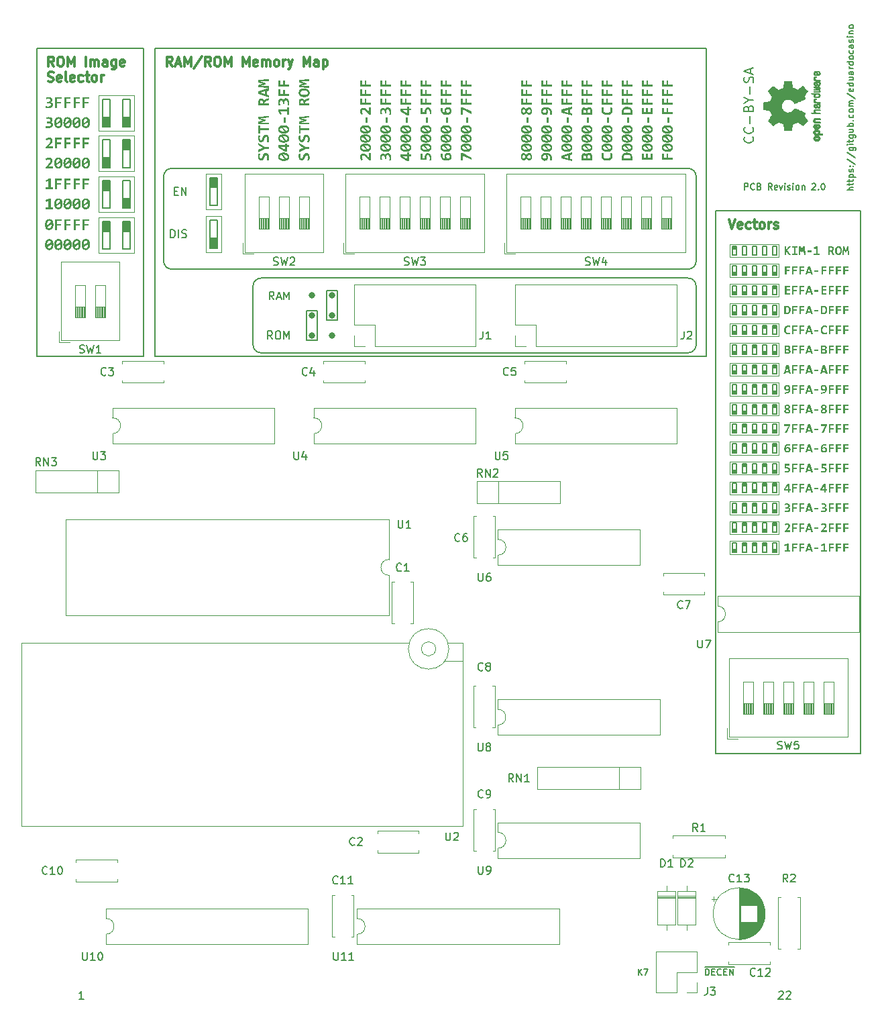
<source format=gbr>
%TF.GenerationSoftware,KiCad,Pcbnew,7.0.9*%
%TF.CreationDate,2024-01-28T21:41:52+01:00*%
%TF.ProjectId,kim-1-RAM-ROM,6b696d2d-312d-4524-914d-2d524f4d2e6b,rev?*%
%TF.SameCoordinates,Original*%
%TF.FileFunction,Legend,Top*%
%TF.FilePolarity,Positive*%
%FSLAX46Y46*%
G04 Gerber Fmt 4.6, Leading zero omitted, Abs format (unit mm)*
G04 Created by KiCad (PCBNEW 7.0.9) date 2024-01-28 21:41:52*
%MOMM*%
%LPD*%
G01*
G04 APERTURE LIST*
%ADD10C,0.150000*%
%ADD11C,0.100000*%
%ADD12C,0.200000*%
%ADD13C,0.400000*%
%ADD14C,0.300000*%
%ADD15C,0.120000*%
%ADD16C,0.010000*%
%ADD17R,1.600000X2.400000*%
%ADD18O,1.600000X2.400000*%
%ADD19R,1.600000X1.600000*%
%ADD20O,1.600000X1.600000*%
%ADD21C,1.600000*%
%ADD22R,1.700000X1.700000*%
%ADD23O,1.700000X1.700000*%
%ADD24R,1.440000X2.000000*%
%ADD25O,1.440000X2.000000*%
G04 APERTURE END LIST*
D10*
X146760000Y-128110000D02*
X147250000Y-128110000D01*
X147250000Y-129270000D01*
X146760000Y-129270000D01*
X146760000Y-128110000D01*
X149300000Y-115660000D02*
X149790000Y-115660000D01*
X149790000Y-116820000D01*
X149300000Y-116820000D01*
X149300000Y-115660000D01*
X150570000Y-106480000D02*
X151060000Y-106480000D01*
X151060000Y-106820000D01*
X150570000Y-106820000D01*
X150570000Y-106480000D01*
G36*
X150570000Y-106480000D02*
G01*
X151060000Y-106480000D01*
X151060000Y-106820000D01*
X150570000Y-106820000D01*
X150570000Y-106480000D01*
G37*
X139900000Y-101080000D02*
G75*
G03*
X140900000Y-100080000I0J1000000D01*
G01*
X149300000Y-120610000D02*
X149790000Y-120610000D01*
X149790000Y-121770000D01*
X149300000Y-121770000D01*
X149300000Y-120610000D01*
X146760000Y-133110000D02*
X147250000Y-133110000D01*
X147250000Y-133450000D01*
X146760000Y-133450000D01*
X146760000Y-133110000D01*
G36*
X146760000Y-133110000D02*
G01*
X147250000Y-133110000D01*
X147250000Y-133450000D01*
X146760000Y-133450000D01*
X146760000Y-133110000D01*
G37*
D11*
X145180000Y-135370000D02*
X151360000Y-135370000D01*
X151360000Y-137020000D01*
X145180000Y-137020000D01*
X145180000Y-135370000D01*
D10*
X65940000Y-95040000D02*
X66940000Y-95040000D01*
X66940000Y-96290000D01*
X65940000Y-96290000D01*
X65940000Y-95040000D01*
G36*
X65940000Y-95040000D02*
G01*
X66940000Y-95040000D01*
X66940000Y-96290000D01*
X65940000Y-96290000D01*
X65940000Y-95040000D01*
G37*
X145490000Y-136430000D02*
X145980000Y-136430000D01*
X145980000Y-136770000D01*
X145490000Y-136770000D01*
X145490000Y-136430000D01*
G36*
X145490000Y-136430000D02*
G01*
X145980000Y-136430000D01*
X145980000Y-136770000D01*
X145490000Y-136770000D01*
X145490000Y-136430000D01*
G37*
D12*
X91720000Y-106280000D02*
X93100000Y-106280000D01*
X93100000Y-110080000D01*
X91720000Y-110080000D01*
X91720000Y-106280000D01*
D10*
X146760000Y-130610000D02*
X147250000Y-130610000D01*
X147250000Y-131770000D01*
X146760000Y-131770000D01*
X146760000Y-130610000D01*
X149300000Y-135610000D02*
X149790000Y-135610000D01*
X149790000Y-136770000D01*
X149300000Y-136770000D01*
X149300000Y-135610000D01*
X149300000Y-101480000D02*
X149790000Y-101480000D01*
X149790000Y-101820000D01*
X149300000Y-101820000D01*
X149300000Y-101480000D01*
G36*
X149300000Y-101480000D02*
G01*
X149790000Y-101480000D01*
X149790000Y-101820000D01*
X149300000Y-101820000D01*
X149300000Y-101480000D01*
G37*
X145490000Y-120610000D02*
X145980000Y-120610000D01*
X145980000Y-121770000D01*
X145490000Y-121770000D01*
X145490000Y-120610000D01*
X148030000Y-108160000D02*
X148520000Y-108160000D01*
X148520000Y-109320000D01*
X148030000Y-109320000D01*
X148030000Y-108160000D01*
X146760000Y-103980000D02*
X147250000Y-103980000D01*
X147250000Y-104320000D01*
X146760000Y-104320000D01*
X146760000Y-103980000D01*
G36*
X146760000Y-103980000D02*
G01*
X147250000Y-103980000D01*
X147250000Y-104320000D01*
X146760000Y-104320000D01*
X146760000Y-103980000D01*
G37*
X148030000Y-115660000D02*
X148520000Y-115660000D01*
X148520000Y-116000000D01*
X148030000Y-116000000D01*
X148030000Y-115660000D01*
G36*
X148030000Y-115660000D02*
G01*
X148520000Y-115660000D01*
X148520000Y-116000000D01*
X148030000Y-116000000D01*
X148030000Y-115660000D01*
G37*
X145490000Y-135610000D02*
X145980000Y-135610000D01*
X145980000Y-136770000D01*
X145490000Y-136770000D01*
X145490000Y-135610000D01*
D11*
X145180000Y-120370000D02*
X151360000Y-120370000D01*
X151360000Y-122020000D01*
X145180000Y-122020000D01*
X145180000Y-120370000D01*
D10*
X150570000Y-136430000D02*
X151060000Y-136430000D01*
X151060000Y-136770000D01*
X150570000Y-136770000D01*
X150570000Y-136430000D01*
G36*
X150570000Y-136430000D02*
G01*
X151060000Y-136430000D01*
X151060000Y-136770000D01*
X150570000Y-136770000D01*
X150570000Y-136430000D01*
G37*
X139920000Y-101080000D02*
X74690000Y-101080000D01*
X146760000Y-100660000D02*
X147250000Y-100660000D01*
X147250000Y-101820000D01*
X146760000Y-101820000D01*
X146760000Y-100660000D01*
X149300000Y-103160000D02*
X149790000Y-103160000D01*
X149790000Y-104320000D01*
X149300000Y-104320000D01*
X149300000Y-103160000D01*
X146760000Y-98160000D02*
X147250000Y-98160000D01*
X147250000Y-99320000D01*
X146760000Y-99320000D01*
X146760000Y-98160000D01*
X150570000Y-116480000D02*
X151060000Y-116480000D01*
X151060000Y-116820000D01*
X150570000Y-116820000D01*
X150570000Y-116480000D01*
G36*
X150570000Y-116480000D02*
G01*
X151060000Y-116480000D01*
X151060000Y-116820000D01*
X150570000Y-116820000D01*
X150570000Y-116480000D01*
G37*
X148030000Y-133110000D02*
X148520000Y-133110000D01*
X148520000Y-133450000D01*
X148030000Y-133450000D01*
X148030000Y-133110000D01*
G36*
X148030000Y-133110000D02*
G01*
X148520000Y-133110000D01*
X148520000Y-133450000D01*
X148030000Y-133450000D01*
X148030000Y-133110000D01*
G37*
X150570000Y-103160000D02*
X151060000Y-103160000D01*
X151060000Y-104320000D01*
X150570000Y-104320000D01*
X150570000Y-103160000D01*
D11*
X65440000Y-79150000D02*
X69980000Y-79150000D01*
X69980000Y-83650000D01*
X65440000Y-83650000D01*
X65440000Y-79150000D01*
D10*
X150570000Y-121430000D02*
X151060000Y-121430000D01*
X151060000Y-121770000D01*
X150570000Y-121770000D01*
X150570000Y-121430000D01*
G36*
X150570000Y-121430000D02*
G01*
X151060000Y-121430000D01*
X151060000Y-121770000D01*
X150570000Y-121770000D01*
X150570000Y-121430000D01*
G37*
X65940000Y-87000000D02*
X66940000Y-87000000D01*
X66940000Y-88250000D01*
X65940000Y-88250000D01*
X65940000Y-87000000D01*
G36*
X65940000Y-87000000D02*
G01*
X66940000Y-87000000D01*
X66940000Y-88250000D01*
X65940000Y-88250000D01*
X65940000Y-87000000D01*
G37*
X140900000Y-103210000D02*
G75*
G03*
X139900000Y-102210000I-1000000J0D01*
G01*
X68480000Y-79650000D02*
X69480000Y-79650000D01*
X69480000Y-83150000D01*
X68480000Y-83150000D01*
X68480000Y-79650000D01*
X149300000Y-133110000D02*
X149790000Y-133110000D01*
X149790000Y-134270000D01*
X149300000Y-134270000D01*
X149300000Y-133110000D01*
X84970000Y-110630000D02*
X84970000Y-103210000D01*
X148030000Y-120610000D02*
X148520000Y-120610000D01*
X148520000Y-121770000D01*
X148030000Y-121770000D01*
X148030000Y-120610000D01*
X146760000Y-106480000D02*
X147250000Y-106480000D01*
X147250000Y-106820000D01*
X146760000Y-106820000D01*
X146760000Y-106480000D01*
G36*
X146760000Y-106480000D02*
G01*
X147250000Y-106480000D01*
X147250000Y-106820000D01*
X146760000Y-106820000D01*
X146760000Y-106480000D01*
G37*
D11*
X145180000Y-112920000D02*
X151360000Y-112920000D01*
X151360000Y-114570000D01*
X145180000Y-114570000D01*
X145180000Y-112920000D01*
D10*
X145490000Y-108160000D02*
X145980000Y-108160000D01*
X145980000Y-109320000D01*
X145490000Y-109320000D01*
X145490000Y-108160000D01*
X145490000Y-113980000D02*
X145980000Y-113980000D01*
X145980000Y-114320000D01*
X145490000Y-114320000D01*
X145490000Y-113980000D01*
G36*
X145490000Y-113980000D02*
G01*
X145980000Y-113980000D01*
X145980000Y-114320000D01*
X145490000Y-114320000D01*
X145490000Y-113980000D01*
G37*
X150570000Y-100660000D02*
X151060000Y-100660000D01*
X151060000Y-101820000D01*
X150570000Y-101820000D01*
X150570000Y-100660000D01*
X146760000Y-135610000D02*
X147250000Y-135610000D01*
X147250000Y-136770000D01*
X146760000Y-136770000D01*
X146760000Y-135610000D01*
D11*
X65440000Y-84250000D02*
X69980000Y-84250000D01*
X69980000Y-88750000D01*
X65440000Y-88750000D01*
X65440000Y-84250000D01*
D10*
X85970000Y-102210000D02*
X139900000Y-102210000D01*
X139900000Y-111630000D02*
X85970000Y-111630000D01*
X140900000Y-89360000D02*
G75*
G03*
X139900000Y-88360000I-1000000J0D01*
G01*
X148030000Y-130610000D02*
X148520000Y-130610000D01*
X148520000Y-131770000D01*
X148030000Y-131770000D01*
X148030000Y-130610000D01*
X150570000Y-133110000D02*
X151060000Y-133110000D01*
X151060000Y-133450000D01*
X150570000Y-133450000D01*
X150570000Y-133110000D01*
G36*
X150570000Y-133110000D02*
G01*
X151060000Y-133110000D01*
X151060000Y-133450000D01*
X150570000Y-133450000D01*
X150570000Y-133110000D01*
G37*
X145490000Y-133930000D02*
X145980000Y-133930000D01*
X145980000Y-134270000D01*
X145490000Y-134270000D01*
X145490000Y-133930000D01*
G36*
X145490000Y-133930000D02*
G01*
X145980000Y-133930000D01*
X145980000Y-134270000D01*
X145490000Y-134270000D01*
X145490000Y-133930000D01*
G37*
X74690000Y-88360000D02*
X139920000Y-88360000D01*
X146760000Y-120610000D02*
X147250000Y-120610000D01*
X147250000Y-120950000D01*
X146760000Y-120950000D01*
X146760000Y-120610000D01*
G36*
X146760000Y-120610000D02*
G01*
X147250000Y-120610000D01*
X147250000Y-120950000D01*
X146760000Y-120950000D01*
X146760000Y-120610000D01*
G37*
X149300000Y-100660000D02*
X149790000Y-100660000D01*
X149790000Y-101820000D01*
X149300000Y-101820000D01*
X149300000Y-100660000D01*
X145490000Y-98160000D02*
X145980000Y-98160000D01*
X145980000Y-98500000D01*
X145490000Y-98500000D01*
X145490000Y-98160000D01*
G36*
X145490000Y-98160000D02*
G01*
X145980000Y-98160000D01*
X145980000Y-98500000D01*
X145490000Y-98500000D01*
X145490000Y-98160000D01*
G37*
D11*
X145180000Y-127870000D02*
X151360000Y-127870000D01*
X151360000Y-129520000D01*
X145180000Y-129520000D01*
X145180000Y-127870000D01*
D10*
X143380000Y-93740000D02*
X161660000Y-93740000D01*
X161660000Y-162210000D01*
X143380000Y-162210000D01*
X143380000Y-93740000D01*
D11*
X145180000Y-125370000D02*
X151360000Y-125370000D01*
X151360000Y-127020000D01*
X145180000Y-127020000D01*
X145180000Y-125370000D01*
D10*
X150570000Y-131430000D02*
X151060000Y-131430000D01*
X151060000Y-131770000D01*
X150570000Y-131770000D01*
X150570000Y-131430000D01*
G36*
X150570000Y-131430000D02*
G01*
X151060000Y-131430000D01*
X151060000Y-131770000D01*
X150570000Y-131770000D01*
X150570000Y-131430000D01*
G37*
D13*
X92600000Y-109450000D02*
G75*
G03*
X92600000Y-109450000I-200000J0D01*
G01*
D10*
X145490000Y-101480000D02*
X145980000Y-101480000D01*
X145980000Y-101820000D01*
X145490000Y-101820000D01*
X145490000Y-101480000D01*
G36*
X145490000Y-101480000D02*
G01*
X145980000Y-101480000D01*
X145980000Y-101820000D01*
X145490000Y-101820000D01*
X145490000Y-101480000D01*
G37*
X148030000Y-123930000D02*
X148520000Y-123930000D01*
X148520000Y-124270000D01*
X148030000Y-124270000D01*
X148030000Y-123930000D01*
G36*
X148030000Y-123930000D02*
G01*
X148520000Y-123930000D01*
X148520000Y-124270000D01*
X148030000Y-124270000D01*
X148030000Y-123930000D01*
G37*
X79490000Y-94920000D02*
X80490000Y-94920000D01*
X80490000Y-98420000D01*
X79490000Y-98420000D01*
X79490000Y-94920000D01*
X149300000Y-108160000D02*
X149790000Y-108160000D01*
X149790000Y-108500000D01*
X149300000Y-108500000D01*
X149300000Y-108160000D01*
G36*
X149300000Y-108160000D02*
G01*
X149790000Y-108160000D01*
X149790000Y-108500000D01*
X149300000Y-108500000D01*
X149300000Y-108160000D01*
G37*
X148030000Y-135610000D02*
X148520000Y-135610000D01*
X148520000Y-136770000D01*
X148030000Y-136770000D01*
X148030000Y-135610000D01*
X68480000Y-84750000D02*
X69480000Y-84750000D01*
X69480000Y-88250000D01*
X68480000Y-88250000D01*
X68480000Y-84750000D01*
X145490000Y-123930000D02*
X145980000Y-123930000D01*
X145980000Y-124270000D01*
X145490000Y-124270000D01*
X145490000Y-123930000D01*
G36*
X145490000Y-123930000D02*
G01*
X145980000Y-123930000D01*
X145980000Y-124270000D01*
X145490000Y-124270000D01*
X145490000Y-123930000D01*
G37*
X150570000Y-101480000D02*
X151060000Y-101480000D01*
X151060000Y-101820000D01*
X150570000Y-101820000D01*
X150570000Y-101480000D01*
G36*
X150570000Y-101480000D02*
G01*
X151060000Y-101480000D01*
X151060000Y-101820000D01*
X150570000Y-101820000D01*
X150570000Y-101480000D01*
G37*
X146760000Y-118160000D02*
X147250000Y-118160000D01*
X147250000Y-119320000D01*
X146760000Y-119320000D01*
X146760000Y-118160000D01*
X65940000Y-89900000D02*
X66940000Y-89900000D01*
X66940000Y-93400000D01*
X65940000Y-93400000D01*
X65940000Y-89900000D01*
X148030000Y-103980000D02*
X148520000Y-103980000D01*
X148520000Y-104320000D01*
X148030000Y-104320000D01*
X148030000Y-103980000D01*
G36*
X148030000Y-103980000D02*
G01*
X148520000Y-103980000D01*
X148520000Y-104320000D01*
X148030000Y-104320000D01*
X148030000Y-103980000D01*
G37*
X148030000Y-113160000D02*
X148520000Y-113160000D01*
X148520000Y-113500000D01*
X148030000Y-113500000D01*
X148030000Y-113160000D01*
G36*
X148030000Y-113160000D02*
G01*
X148520000Y-113160000D01*
X148520000Y-113500000D01*
X148030000Y-113500000D01*
X148030000Y-113160000D01*
G37*
X148030000Y-100660000D02*
X148520000Y-100660000D01*
X148520000Y-101820000D01*
X148030000Y-101820000D01*
X148030000Y-100660000D01*
D11*
X145180000Y-110420000D02*
X151360000Y-110420000D01*
X151360000Y-112070000D01*
X145180000Y-112070000D01*
X145180000Y-110420000D01*
D10*
X148030000Y-110660000D02*
X148520000Y-110660000D01*
X148520000Y-111820000D01*
X148030000Y-111820000D01*
X148030000Y-110660000D01*
X149300000Y-103980000D02*
X149790000Y-103980000D01*
X149790000Y-104320000D01*
X149300000Y-104320000D01*
X149300000Y-103980000D01*
G36*
X149300000Y-103980000D02*
G01*
X149790000Y-103980000D01*
X149790000Y-104320000D01*
X149300000Y-104320000D01*
X149300000Y-103980000D01*
G37*
X149300000Y-128110000D02*
X149790000Y-128110000D01*
X149790000Y-129270000D01*
X149300000Y-129270000D01*
X149300000Y-128110000D01*
X146760000Y-116480000D02*
X147250000Y-116480000D01*
X147250000Y-116820000D01*
X146760000Y-116820000D01*
X146760000Y-116480000D01*
G36*
X146760000Y-116480000D02*
G01*
X147250000Y-116480000D01*
X147250000Y-116820000D01*
X146760000Y-116820000D01*
X146760000Y-116480000D01*
G37*
X149300000Y-118160000D02*
X149790000Y-118160000D01*
X149790000Y-119320000D01*
X149300000Y-119320000D01*
X149300000Y-118160000D01*
X145490000Y-118160000D02*
X145980000Y-118160000D01*
X145980000Y-119320000D01*
X145490000Y-119320000D01*
X145490000Y-118160000D01*
X146760000Y-108160000D02*
X147250000Y-108160000D01*
X147250000Y-109320000D01*
X146760000Y-109320000D01*
X146760000Y-108160000D01*
D11*
X78990000Y-89020000D02*
X80990000Y-89020000D01*
X80990000Y-93520000D01*
X78990000Y-93520000D01*
X78990000Y-89020000D01*
D10*
X150570000Y-108160000D02*
X151060000Y-108160000D01*
X151060000Y-109320000D01*
X150570000Y-109320000D01*
X150570000Y-108160000D01*
X149300000Y-123110000D02*
X149790000Y-123110000D01*
X149790000Y-124270000D01*
X149300000Y-124270000D01*
X149300000Y-123110000D01*
X68480000Y-89900000D02*
X69480000Y-89900000D01*
X69480000Y-93400000D01*
X68480000Y-93400000D01*
X68480000Y-89900000D01*
X149300000Y-115660000D02*
X149790000Y-115660000D01*
X149790000Y-116000000D01*
X149300000Y-116000000D01*
X149300000Y-115660000D01*
G36*
X149300000Y-115660000D02*
G01*
X149790000Y-115660000D01*
X149790000Y-116000000D01*
X149300000Y-116000000D01*
X149300000Y-115660000D01*
G37*
X145490000Y-111480000D02*
X145980000Y-111480000D01*
X145980000Y-111820000D01*
X145490000Y-111820000D01*
X145490000Y-111480000D01*
G36*
X145490000Y-111480000D02*
G01*
X145980000Y-111480000D01*
X145980000Y-111820000D01*
X145490000Y-111820000D01*
X145490000Y-111480000D01*
G37*
X145490000Y-98160000D02*
X145980000Y-98160000D01*
X145980000Y-99320000D01*
X145490000Y-99320000D01*
X145490000Y-98160000D01*
X148030000Y-115660000D02*
X148520000Y-115660000D01*
X148520000Y-116820000D01*
X148030000Y-116820000D01*
X148030000Y-115660000D01*
D11*
X145180000Y-100420000D02*
X151360000Y-100420000D01*
X151360000Y-102070000D01*
X145180000Y-102070000D01*
X145180000Y-100420000D01*
D10*
X150570000Y-113160000D02*
X151060000Y-113160000D01*
X151060000Y-113500000D01*
X150570000Y-113500000D01*
X150570000Y-113160000D01*
G36*
X150570000Y-113160000D02*
G01*
X151060000Y-113160000D01*
X151060000Y-113500000D01*
X150570000Y-113500000D01*
X150570000Y-113160000D01*
G37*
X149300000Y-123930000D02*
X149790000Y-123930000D01*
X149790000Y-124270000D01*
X149300000Y-124270000D01*
X149300000Y-123930000D01*
G36*
X149300000Y-123930000D02*
G01*
X149790000Y-123930000D01*
X149790000Y-124270000D01*
X149300000Y-124270000D01*
X149300000Y-123930000D01*
G37*
X150570000Y-118160000D02*
X151060000Y-118160000D01*
X151060000Y-119320000D01*
X150570000Y-119320000D01*
X150570000Y-118160000D01*
X145490000Y-123110000D02*
X145980000Y-123110000D01*
X145980000Y-124270000D01*
X145490000Y-124270000D01*
X145490000Y-123110000D01*
X148030000Y-105660000D02*
X148520000Y-105660000D01*
X148520000Y-106820000D01*
X148030000Y-106820000D01*
X148030000Y-105660000D01*
X150570000Y-123110000D02*
X151060000Y-123110000D01*
X151060000Y-123450000D01*
X150570000Y-123450000D01*
X150570000Y-123110000D01*
G36*
X150570000Y-123110000D02*
G01*
X151060000Y-123110000D01*
X151060000Y-123450000D01*
X150570000Y-123450000D01*
X150570000Y-123110000D01*
G37*
X149300000Y-130610000D02*
X149790000Y-130610000D01*
X149790000Y-131770000D01*
X149300000Y-131770000D01*
X149300000Y-130610000D01*
X140900000Y-89360000D02*
X140900000Y-100080000D01*
X150570000Y-123110000D02*
X151060000Y-123110000D01*
X151060000Y-124270000D01*
X150570000Y-124270000D01*
X150570000Y-123110000D01*
X148030000Y-106480000D02*
X148520000Y-106480000D01*
X148520000Y-106820000D01*
X148030000Y-106820000D01*
X148030000Y-106480000D01*
G36*
X148030000Y-106480000D02*
G01*
X148520000Y-106480000D01*
X148520000Y-106820000D01*
X148030000Y-106820000D01*
X148030000Y-106480000D01*
G37*
X146760000Y-123110000D02*
X147250000Y-123110000D01*
X147250000Y-124270000D01*
X146760000Y-124270000D01*
X146760000Y-123110000D01*
X150570000Y-98160000D02*
X151060000Y-98160000D01*
X151060000Y-99320000D01*
X150570000Y-99320000D01*
X150570000Y-98160000D01*
X139900000Y-111630000D02*
G75*
G03*
X140900000Y-110630000I0J1000000D01*
G01*
X146760000Y-101480000D02*
X147250000Y-101480000D01*
X147250000Y-101820000D01*
X146760000Y-101820000D01*
X146760000Y-101480000D01*
G36*
X146760000Y-101480000D02*
G01*
X147250000Y-101480000D01*
X147250000Y-101820000D01*
X146760000Y-101820000D01*
X146760000Y-101480000D01*
G37*
X148030000Y-128110000D02*
X148520000Y-128110000D01*
X148520000Y-129270000D01*
X148030000Y-129270000D01*
X148030000Y-128110000D01*
X148030000Y-98160000D02*
X148520000Y-98160000D01*
X148520000Y-99320000D01*
X148030000Y-99320000D01*
X148030000Y-98160000D01*
X148030000Y-108980000D02*
X148520000Y-108980000D01*
X148520000Y-109320000D01*
X148030000Y-109320000D01*
X148030000Y-108980000D01*
G36*
X148030000Y-108980000D02*
G01*
X148520000Y-108980000D01*
X148520000Y-109320000D01*
X148030000Y-109320000D01*
X148030000Y-108980000D01*
G37*
X79490000Y-89520000D02*
X80490000Y-89520000D01*
X80490000Y-90770000D01*
X79490000Y-90770000D01*
X79490000Y-89520000D01*
G36*
X79490000Y-89520000D02*
G01*
X80490000Y-89520000D01*
X80490000Y-90770000D01*
X79490000Y-90770000D01*
X79490000Y-89520000D01*
G37*
X68480000Y-95040000D02*
X69480000Y-95040000D01*
X69480000Y-98540000D01*
X68480000Y-98540000D01*
X68480000Y-95040000D01*
X150570000Y-118160000D02*
X151060000Y-118160000D01*
X151060000Y-118500000D01*
X150570000Y-118500000D01*
X150570000Y-118160000D01*
G36*
X150570000Y-118160000D02*
G01*
X151060000Y-118160000D01*
X151060000Y-118500000D01*
X150570000Y-118500000D01*
X150570000Y-118160000D01*
G37*
X150570000Y-133110000D02*
X151060000Y-133110000D01*
X151060000Y-134270000D01*
X150570000Y-134270000D01*
X150570000Y-133110000D01*
X68480000Y-95040000D02*
X69480000Y-95040000D01*
X69480000Y-96290000D01*
X68480000Y-96290000D01*
X68480000Y-95040000D01*
G36*
X68480000Y-95040000D02*
G01*
X69480000Y-95040000D01*
X69480000Y-96290000D01*
X68480000Y-96290000D01*
X68480000Y-95040000D01*
G37*
X149300000Y-125610000D02*
X149790000Y-125610000D01*
X149790000Y-126770000D01*
X149300000Y-126770000D01*
X149300000Y-125610000D01*
X145490000Y-103980000D02*
X145980000Y-103980000D01*
X145980000Y-104320000D01*
X145490000Y-104320000D01*
X145490000Y-103980000D01*
G36*
X145490000Y-103980000D02*
G01*
X145980000Y-103980000D01*
X145980000Y-104320000D01*
X145490000Y-104320000D01*
X145490000Y-103980000D01*
G37*
X145490000Y-128930000D02*
X145980000Y-128930000D01*
X145980000Y-129270000D01*
X145490000Y-129270000D01*
X145490000Y-128930000D01*
G36*
X145490000Y-128930000D02*
G01*
X145980000Y-128930000D01*
X145980000Y-129270000D01*
X145490000Y-129270000D01*
X145490000Y-128930000D01*
G37*
X145490000Y-126430000D02*
X145980000Y-126430000D01*
X145980000Y-126770000D01*
X145490000Y-126770000D01*
X145490000Y-126430000D01*
G36*
X145490000Y-126430000D02*
G01*
X145980000Y-126430000D01*
X145980000Y-126770000D01*
X145490000Y-126770000D01*
X145490000Y-126430000D01*
G37*
X146760000Y-113160000D02*
X147250000Y-113160000D01*
X147250000Y-114320000D01*
X146760000Y-114320000D01*
X146760000Y-113160000D01*
X57660000Y-73240000D02*
X71110000Y-73240000D01*
X71110000Y-112110000D01*
X57660000Y-112110000D01*
X57660000Y-73240000D01*
X145490000Y-115660000D02*
X145980000Y-115660000D01*
X145980000Y-116820000D01*
X145490000Y-116820000D01*
X145490000Y-115660000D01*
D11*
X65440000Y-89400000D02*
X69980000Y-89400000D01*
X69980000Y-93900000D01*
X65440000Y-93900000D01*
X65440000Y-89400000D01*
D10*
X145490000Y-118980000D02*
X145980000Y-118980000D01*
X145980000Y-119320000D01*
X145490000Y-119320000D01*
X145490000Y-118980000D01*
G36*
X145490000Y-118980000D02*
G01*
X145980000Y-118980000D01*
X145980000Y-119320000D01*
X145490000Y-119320000D01*
X145490000Y-118980000D01*
G37*
X148030000Y-126430000D02*
X148520000Y-126430000D01*
X148520000Y-126770000D01*
X148030000Y-126770000D01*
X148030000Y-126430000D01*
G36*
X148030000Y-126430000D02*
G01*
X148520000Y-126430000D01*
X148520000Y-126770000D01*
X148030000Y-126770000D01*
X148030000Y-126430000D01*
G37*
X74690000Y-88360000D02*
G75*
G03*
X73690000Y-89360000I0J-1000000D01*
G01*
X149300000Y-110660000D02*
X149790000Y-110660000D01*
X149790000Y-111820000D01*
X149300000Y-111820000D01*
X149300000Y-110660000D01*
X150570000Y-128110000D02*
X151060000Y-128110000D01*
X151060000Y-129270000D01*
X150570000Y-129270000D01*
X150570000Y-128110000D01*
X149300000Y-133930000D02*
X149790000Y-133930000D01*
X149790000Y-134270000D01*
X149300000Y-134270000D01*
X149300000Y-133930000D01*
G36*
X149300000Y-133930000D02*
G01*
X149790000Y-133930000D01*
X149790000Y-134270000D01*
X149300000Y-134270000D01*
X149300000Y-133930000D01*
G37*
X65940000Y-89900000D02*
X66940000Y-89900000D01*
X66940000Y-91150000D01*
X65940000Y-91150000D01*
X65940000Y-89900000D01*
G36*
X65940000Y-89900000D02*
G01*
X66940000Y-89900000D01*
X66940000Y-91150000D01*
X65940000Y-91150000D01*
X65940000Y-89900000D01*
G37*
X145490000Y-125610000D02*
X145980000Y-125610000D01*
X145980000Y-126770000D01*
X145490000Y-126770000D01*
X145490000Y-125610000D01*
X146760000Y-120610000D02*
X147250000Y-120610000D01*
X147250000Y-121770000D01*
X146760000Y-121770000D01*
X146760000Y-120610000D01*
X150570000Y-108160000D02*
X151060000Y-108160000D01*
X151060000Y-108500000D01*
X150570000Y-108500000D01*
X150570000Y-108160000D01*
G36*
X150570000Y-108160000D02*
G01*
X151060000Y-108160000D01*
X151060000Y-108500000D01*
X150570000Y-108500000D01*
X150570000Y-108160000D01*
G37*
D11*
X145180000Y-107920000D02*
X151360000Y-107920000D01*
X151360000Y-109570000D01*
X145180000Y-109570000D01*
X145180000Y-107920000D01*
D10*
X149300000Y-135610000D02*
X149790000Y-135610000D01*
X149790000Y-135950000D01*
X149300000Y-135950000D01*
X149300000Y-135610000D01*
G36*
X149300000Y-135610000D02*
G01*
X149790000Y-135610000D01*
X149790000Y-135950000D01*
X149300000Y-135950000D01*
X149300000Y-135610000D01*
G37*
X73690000Y-100080000D02*
X73690000Y-89360000D01*
X65940000Y-81900000D02*
X66940000Y-81900000D01*
X66940000Y-83150000D01*
X65940000Y-83150000D01*
X65940000Y-81900000D01*
G36*
X65940000Y-81900000D02*
G01*
X66940000Y-81900000D01*
X66940000Y-83150000D01*
X65940000Y-83150000D01*
X65940000Y-81900000D01*
G37*
X149300000Y-108160000D02*
X149790000Y-108160000D01*
X149790000Y-109320000D01*
X149300000Y-109320000D01*
X149300000Y-108160000D01*
X150570000Y-111480000D02*
X151060000Y-111480000D01*
X151060000Y-111820000D01*
X150570000Y-111820000D01*
X150570000Y-111480000D01*
G36*
X150570000Y-111480000D02*
G01*
X151060000Y-111480000D01*
X151060000Y-111820000D01*
X150570000Y-111820000D01*
X150570000Y-111480000D01*
G37*
X146760000Y-125610000D02*
X147250000Y-125610000D01*
X147250000Y-126770000D01*
X146760000Y-126770000D01*
X146760000Y-125610000D01*
X146760000Y-115660000D02*
X147250000Y-115660000D01*
X147250000Y-116820000D01*
X146760000Y-116820000D01*
X146760000Y-115660000D01*
D11*
X145180000Y-132870000D02*
X151360000Y-132870000D01*
X151360000Y-134520000D01*
X145180000Y-134520000D01*
X145180000Y-132870000D01*
D10*
X146760000Y-113980000D02*
X147250000Y-113980000D01*
X147250000Y-114320000D01*
X146760000Y-114320000D01*
X146760000Y-113980000D01*
G36*
X146760000Y-113980000D02*
G01*
X147250000Y-113980000D01*
X147250000Y-114320000D01*
X146760000Y-114320000D01*
X146760000Y-113980000D01*
G37*
X84970000Y-110630000D02*
G75*
G03*
X85970000Y-111630000I1000000J0D01*
G01*
X146760000Y-133110000D02*
X147250000Y-133110000D01*
X147250000Y-134270000D01*
X146760000Y-134270000D01*
X146760000Y-133110000D01*
X150570000Y-110660000D02*
X151060000Y-110660000D01*
X151060000Y-111820000D01*
X150570000Y-111820000D01*
X150570000Y-110660000D01*
X146760000Y-111480000D02*
X147250000Y-111480000D01*
X147250000Y-111820000D01*
X146760000Y-111820000D01*
X146760000Y-111480000D01*
G36*
X146760000Y-111480000D02*
G01*
X147250000Y-111480000D01*
X147250000Y-111820000D01*
X146760000Y-111820000D01*
X146760000Y-111480000D01*
G37*
X149300000Y-113160000D02*
X149790000Y-113160000D01*
X149790000Y-114320000D01*
X149300000Y-114320000D01*
X149300000Y-113160000D01*
X73690000Y-100080000D02*
G75*
G03*
X74690000Y-101080000I1000000J0D01*
G01*
X146760000Y-135610000D02*
X147250000Y-135610000D01*
X147250000Y-135950000D01*
X146760000Y-135950000D01*
X146760000Y-135610000D01*
G36*
X146760000Y-135610000D02*
G01*
X147250000Y-135610000D01*
X147250000Y-135950000D01*
X146760000Y-135950000D01*
X146760000Y-135610000D01*
G37*
D13*
X92600000Y-106910000D02*
G75*
G03*
X92600000Y-106910000I-200000J0D01*
G01*
X95140000Y-104370000D02*
G75*
G03*
X95140000Y-104370000I-200000J0D01*
G01*
D11*
X145180000Y-122870000D02*
X151360000Y-122870000D01*
X151360000Y-124520000D01*
X145180000Y-124520000D01*
X145180000Y-122870000D01*
D10*
X72610000Y-73240000D02*
X142190000Y-73240000D01*
X142190000Y-112110000D01*
X72610000Y-112110000D01*
X72610000Y-73240000D01*
D11*
X145180000Y-105420000D02*
X151360000Y-105420000D01*
X151360000Y-107070000D01*
X145180000Y-107070000D01*
X145180000Y-105420000D01*
D10*
X146760000Y-118980000D02*
X147250000Y-118980000D01*
X147250000Y-119320000D01*
X146760000Y-119320000D01*
X146760000Y-118980000D01*
G36*
X146760000Y-118980000D02*
G01*
X147250000Y-118980000D01*
X147250000Y-119320000D01*
X146760000Y-119320000D01*
X146760000Y-118980000D01*
G37*
X149300000Y-125610000D02*
X149790000Y-125610000D01*
X149790000Y-125950000D01*
X149300000Y-125950000D01*
X149300000Y-125610000D01*
G36*
X149300000Y-125610000D02*
G01*
X149790000Y-125610000D01*
X149790000Y-125950000D01*
X149300000Y-125950000D01*
X149300000Y-125610000D01*
G37*
X145490000Y-106480000D02*
X145980000Y-106480000D01*
X145980000Y-106820000D01*
X145490000Y-106820000D01*
X145490000Y-106480000D01*
G36*
X145490000Y-106480000D02*
G01*
X145980000Y-106480000D01*
X145980000Y-106820000D01*
X145490000Y-106820000D01*
X145490000Y-106480000D01*
G37*
X150570000Y-128110000D02*
X151060000Y-128110000D01*
X151060000Y-128450000D01*
X150570000Y-128450000D01*
X150570000Y-128110000D01*
G36*
X150570000Y-128110000D02*
G01*
X151060000Y-128110000D01*
X151060000Y-128450000D01*
X150570000Y-128450000D01*
X150570000Y-128110000D01*
G37*
X145490000Y-116480000D02*
X145980000Y-116480000D01*
X145980000Y-116820000D01*
X145490000Y-116820000D01*
X145490000Y-116480000D01*
G36*
X145490000Y-116480000D02*
G01*
X145980000Y-116480000D01*
X145980000Y-116820000D01*
X145490000Y-116820000D01*
X145490000Y-116480000D01*
G37*
X148030000Y-101480000D02*
X148520000Y-101480000D01*
X148520000Y-101820000D01*
X148030000Y-101820000D01*
X148030000Y-101480000D01*
G36*
X148030000Y-101480000D02*
G01*
X148520000Y-101480000D01*
X148520000Y-101820000D01*
X148030000Y-101820000D01*
X148030000Y-101480000D01*
G37*
D11*
X145180000Y-117920000D02*
X151360000Y-117920000D01*
X151360000Y-119570000D01*
X145180000Y-119570000D01*
X145180000Y-117920000D01*
D10*
X149300000Y-105660000D02*
X149790000Y-105660000D01*
X149790000Y-106000000D01*
X149300000Y-106000000D01*
X149300000Y-105660000D01*
G36*
X149300000Y-105660000D02*
G01*
X149790000Y-105660000D01*
X149790000Y-106000000D01*
X149300000Y-106000000D01*
X149300000Y-105660000D01*
G37*
X148030000Y-110660000D02*
X148520000Y-110660000D01*
X148520000Y-111000000D01*
X148030000Y-111000000D01*
X148030000Y-110660000D01*
G36*
X148030000Y-110660000D02*
G01*
X148520000Y-110660000D01*
X148520000Y-111000000D01*
X148030000Y-111000000D01*
X148030000Y-110660000D01*
G37*
X150570000Y-130610000D02*
X151060000Y-130610000D01*
X151060000Y-131770000D01*
X150570000Y-131770000D01*
X150570000Y-130610000D01*
X148030000Y-103160000D02*
X148520000Y-103160000D01*
X148520000Y-104320000D01*
X148030000Y-104320000D01*
X148030000Y-103160000D01*
X145490000Y-133110000D02*
X145980000Y-133110000D01*
X145980000Y-134270000D01*
X145490000Y-134270000D01*
X145490000Y-133110000D01*
X150570000Y-105660000D02*
X151060000Y-105660000D01*
X151060000Y-106820000D01*
X150570000Y-106820000D01*
X150570000Y-105660000D01*
D11*
X145180000Y-102920000D02*
X151360000Y-102920000D01*
X151360000Y-104570000D01*
X145180000Y-104570000D01*
X145180000Y-102920000D01*
D10*
X145490000Y-121430000D02*
X145980000Y-121430000D01*
X145980000Y-121770000D01*
X145490000Y-121770000D01*
X145490000Y-121430000D01*
G36*
X145490000Y-121430000D02*
G01*
X145980000Y-121430000D01*
X145980000Y-121770000D01*
X145490000Y-121770000D01*
X145490000Y-121430000D01*
G37*
X79490000Y-89520000D02*
X80490000Y-89520000D01*
X80490000Y-93020000D01*
X79490000Y-93020000D01*
X79490000Y-89520000D01*
X145490000Y-130610000D02*
X145980000Y-130610000D01*
X145980000Y-131770000D01*
X145490000Y-131770000D01*
X145490000Y-130610000D01*
D11*
X145180000Y-115420000D02*
X151360000Y-115420000D01*
X151360000Y-117070000D01*
X145180000Y-117070000D01*
X145180000Y-115420000D01*
D10*
X148030000Y-123110000D02*
X148520000Y-123110000D01*
X148520000Y-124270000D01*
X148030000Y-124270000D01*
X148030000Y-123110000D01*
X146760000Y-108980000D02*
X147250000Y-108980000D01*
X147250000Y-109320000D01*
X146760000Y-109320000D01*
X146760000Y-108980000D01*
G36*
X146760000Y-108980000D02*
G01*
X147250000Y-108980000D01*
X147250000Y-109320000D01*
X146760000Y-109320000D01*
X146760000Y-108980000D01*
G37*
X150570000Y-120610000D02*
X151060000Y-120610000D01*
X151060000Y-121770000D01*
X150570000Y-121770000D01*
X150570000Y-120610000D01*
D11*
X78990000Y-94420000D02*
X80990000Y-94420000D01*
X80990000Y-98920000D01*
X78990000Y-98920000D01*
X78990000Y-94420000D01*
D10*
X149300000Y-98160000D02*
X149790000Y-98160000D01*
X149790000Y-99320000D01*
X149300000Y-99320000D01*
X149300000Y-98160000D01*
X79490000Y-97165000D02*
X80490000Y-97165000D01*
X80490000Y-98415000D01*
X79490000Y-98415000D01*
X79490000Y-97165000D01*
G36*
X79490000Y-97165000D02*
G01*
X80490000Y-97165000D01*
X80490000Y-98415000D01*
X79490000Y-98415000D01*
X79490000Y-97165000D01*
G37*
X149300000Y-131430000D02*
X149790000Y-131430000D01*
X149790000Y-131770000D01*
X149300000Y-131770000D01*
X149300000Y-131430000D01*
G36*
X149300000Y-131430000D02*
G01*
X149790000Y-131430000D01*
X149790000Y-131770000D01*
X149300000Y-131770000D01*
X149300000Y-131430000D01*
G37*
X146760000Y-125610000D02*
X147250000Y-125610000D01*
X147250000Y-125950000D01*
X146760000Y-125950000D01*
X146760000Y-125610000D01*
G36*
X146760000Y-125610000D02*
G01*
X147250000Y-125610000D01*
X147250000Y-125950000D01*
X146760000Y-125950000D01*
X146760000Y-125610000D01*
G37*
X145490000Y-103160000D02*
X145980000Y-103160000D01*
X145980000Y-104320000D01*
X145490000Y-104320000D01*
X145490000Y-103160000D01*
X148030000Y-128930000D02*
X148520000Y-128930000D01*
X148520000Y-129270000D01*
X148030000Y-129270000D01*
X148030000Y-128930000D01*
G36*
X148030000Y-128930000D02*
G01*
X148520000Y-128930000D01*
X148520000Y-129270000D01*
X148030000Y-129270000D01*
X148030000Y-128930000D01*
G37*
D13*
X92600000Y-104370000D02*
G75*
G03*
X92600000Y-104370000I-200000J0D01*
G01*
D10*
X145490000Y-110660000D02*
X145980000Y-110660000D01*
X145980000Y-111820000D01*
X145490000Y-111820000D01*
X145490000Y-110660000D01*
X149300000Y-118160000D02*
X149790000Y-118160000D01*
X149790000Y-118500000D01*
X149300000Y-118500000D01*
X149300000Y-118160000D01*
G36*
X149300000Y-118160000D02*
G01*
X149790000Y-118160000D01*
X149790000Y-118500000D01*
X149300000Y-118500000D01*
X149300000Y-118160000D01*
G37*
X65940000Y-95040000D02*
X66940000Y-95040000D01*
X66940000Y-98540000D01*
X65940000Y-98540000D01*
X65940000Y-95040000D01*
X146760000Y-110660000D02*
X147250000Y-110660000D01*
X147250000Y-111820000D01*
X146760000Y-111820000D01*
X146760000Y-110660000D01*
X145490000Y-100660000D02*
X145980000Y-100660000D01*
X145980000Y-101820000D01*
X145490000Y-101820000D01*
X145490000Y-100660000D01*
X146760000Y-103160000D02*
X147250000Y-103160000D01*
X147250000Y-104320000D01*
X146760000Y-104320000D01*
X146760000Y-103160000D01*
X68480000Y-92150000D02*
X69480000Y-92150000D01*
X69480000Y-93400000D01*
X68480000Y-93400000D01*
X68480000Y-92150000D01*
G36*
X68480000Y-92150000D02*
G01*
X69480000Y-92150000D01*
X69480000Y-93400000D01*
X68480000Y-93400000D01*
X68480000Y-92150000D01*
G37*
X65940000Y-84750000D02*
X66940000Y-84750000D01*
X66940000Y-88250000D01*
X65940000Y-88250000D01*
X65940000Y-84750000D01*
D11*
X145180000Y-130370000D02*
X151360000Y-130370000D01*
X151360000Y-132020000D01*
X145180000Y-132020000D01*
X145180000Y-130370000D01*
X145180000Y-97920000D02*
X151360000Y-97920000D01*
X151360000Y-99570000D01*
X145180000Y-99570000D01*
X145180000Y-97920000D01*
D10*
X145490000Y-105660000D02*
X145980000Y-105660000D01*
X145980000Y-106820000D01*
X145490000Y-106820000D01*
X145490000Y-105660000D01*
X148030000Y-135610000D02*
X148520000Y-135610000D01*
X148520000Y-135950000D01*
X148030000Y-135950000D01*
X148030000Y-135610000D01*
G36*
X148030000Y-135610000D02*
G01*
X148520000Y-135610000D01*
X148520000Y-135950000D01*
X148030000Y-135950000D01*
X148030000Y-135610000D01*
G37*
X145490000Y-128110000D02*
X145980000Y-128110000D01*
X145980000Y-129270000D01*
X145490000Y-129270000D01*
X145490000Y-128110000D01*
X150570000Y-126430000D02*
X151060000Y-126430000D01*
X151060000Y-126770000D01*
X150570000Y-126770000D01*
X150570000Y-126430000D01*
G36*
X150570000Y-126430000D02*
G01*
X151060000Y-126430000D01*
X151060000Y-126770000D01*
X150570000Y-126770000D01*
X150570000Y-126430000D01*
G37*
X68480000Y-81900000D02*
X69480000Y-81900000D01*
X69480000Y-83150000D01*
X68480000Y-83150000D01*
X68480000Y-81900000D01*
G36*
X68480000Y-81900000D02*
G01*
X69480000Y-81900000D01*
X69480000Y-83150000D01*
X68480000Y-83150000D01*
X68480000Y-81900000D01*
G37*
X150570000Y-115660000D02*
X151060000Y-115660000D01*
X151060000Y-116820000D01*
X150570000Y-116820000D01*
X150570000Y-115660000D01*
X150570000Y-113160000D02*
X151060000Y-113160000D01*
X151060000Y-114320000D01*
X150570000Y-114320000D01*
X150570000Y-113160000D01*
X148030000Y-130610000D02*
X148520000Y-130610000D01*
X148520000Y-130950000D01*
X148030000Y-130950000D01*
X148030000Y-130610000D01*
G36*
X148030000Y-130610000D02*
G01*
X148520000Y-130610000D01*
X148520000Y-130950000D01*
X148030000Y-130950000D01*
X148030000Y-130610000D01*
G37*
D12*
X94260000Y-103740000D02*
X95640000Y-103740000D01*
X95640000Y-107540000D01*
X94260000Y-107540000D01*
X94260000Y-103740000D01*
D10*
X148030000Y-113160000D02*
X148520000Y-113160000D01*
X148520000Y-114320000D01*
X148030000Y-114320000D01*
X148030000Y-113160000D01*
X148030000Y-133110000D02*
X148520000Y-133110000D01*
X148520000Y-134270000D01*
X148030000Y-134270000D01*
X148030000Y-133110000D01*
X85970000Y-102210000D02*
G75*
G03*
X84970000Y-103210000I0J-1000000D01*
G01*
D11*
X65440000Y-94540000D02*
X69980000Y-94540000D01*
X69980000Y-99040000D01*
X65440000Y-99040000D01*
X65440000Y-94540000D01*
D10*
X146760000Y-105660000D02*
X147250000Y-105660000D01*
X147250000Y-106820000D01*
X146760000Y-106820000D01*
X146760000Y-105660000D01*
X148030000Y-125610000D02*
X148520000Y-125610000D01*
X148520000Y-126770000D01*
X148030000Y-126770000D01*
X148030000Y-125610000D01*
X149300000Y-105660000D02*
X149790000Y-105660000D01*
X149790000Y-106820000D01*
X149300000Y-106820000D01*
X149300000Y-105660000D01*
X150570000Y-103160000D02*
X151060000Y-103160000D01*
X151060000Y-103500000D01*
X150570000Y-103500000D01*
X150570000Y-103160000D01*
G36*
X150570000Y-103160000D02*
G01*
X151060000Y-103160000D01*
X151060000Y-103500000D01*
X150570000Y-103500000D01*
X150570000Y-103160000D01*
G37*
X145490000Y-108980000D02*
X145980000Y-108980000D01*
X145980000Y-109320000D01*
X145490000Y-109320000D01*
X145490000Y-108980000D01*
G36*
X145490000Y-108980000D02*
G01*
X145980000Y-108980000D01*
X145980000Y-109320000D01*
X145490000Y-109320000D01*
X145490000Y-108980000D01*
G37*
X149300000Y-113980000D02*
X149790000Y-113980000D01*
X149790000Y-114320000D01*
X149300000Y-114320000D01*
X149300000Y-113980000D01*
G36*
X149300000Y-113980000D02*
G01*
X149790000Y-113980000D01*
X149790000Y-114320000D01*
X149300000Y-114320000D01*
X149300000Y-113980000D01*
G37*
X149300000Y-111480000D02*
X149790000Y-111480000D01*
X149790000Y-111820000D01*
X149300000Y-111820000D01*
X149300000Y-111480000D01*
G36*
X149300000Y-111480000D02*
G01*
X149790000Y-111480000D01*
X149790000Y-111820000D01*
X149300000Y-111820000D01*
X149300000Y-111480000D01*
G37*
X148030000Y-121430000D02*
X148520000Y-121430000D01*
X148520000Y-121770000D01*
X148030000Y-121770000D01*
X148030000Y-121430000D01*
G36*
X148030000Y-121430000D02*
G01*
X148520000Y-121430000D01*
X148520000Y-121770000D01*
X148030000Y-121770000D01*
X148030000Y-121430000D01*
G37*
X150570000Y-135610000D02*
X151060000Y-135610000D01*
X151060000Y-136770000D01*
X150570000Y-136770000D01*
X150570000Y-135610000D01*
X149300000Y-128110000D02*
X149790000Y-128110000D01*
X149790000Y-128450000D01*
X149300000Y-128450000D01*
X149300000Y-128110000D01*
G36*
X149300000Y-128110000D02*
G01*
X149790000Y-128110000D01*
X149790000Y-128450000D01*
X149300000Y-128450000D01*
X149300000Y-128110000D01*
G37*
X140900000Y-103210000D02*
X140900000Y-110630000D01*
X148030000Y-118160000D02*
X148520000Y-118160000D01*
X148520000Y-118500000D01*
X148030000Y-118500000D01*
X148030000Y-118160000D01*
G36*
X148030000Y-118160000D02*
G01*
X148520000Y-118160000D01*
X148520000Y-118500000D01*
X148030000Y-118500000D01*
X148030000Y-118160000D01*
G37*
X146760000Y-123110000D02*
X147250000Y-123110000D01*
X147250000Y-123450000D01*
X146760000Y-123450000D01*
X146760000Y-123110000D01*
G36*
X146760000Y-123110000D02*
G01*
X147250000Y-123110000D01*
X147250000Y-123450000D01*
X146760000Y-123450000D01*
X146760000Y-123110000D01*
G37*
D13*
X95140000Y-109450000D02*
G75*
G03*
X95140000Y-109450000I-200000J0D01*
G01*
D10*
X145490000Y-113160000D02*
X145980000Y-113160000D01*
X145980000Y-114320000D01*
X145490000Y-114320000D01*
X145490000Y-113160000D01*
X146760000Y-130610000D02*
X147250000Y-130610000D01*
X147250000Y-130950000D01*
X146760000Y-130950000D01*
X146760000Y-130610000D01*
G36*
X146760000Y-130610000D02*
G01*
X147250000Y-130610000D01*
X147250000Y-130950000D01*
X146760000Y-130950000D01*
X146760000Y-130610000D01*
G37*
X148030000Y-118160000D02*
X148520000Y-118160000D01*
X148520000Y-119320000D01*
X148030000Y-119320000D01*
X148030000Y-118160000D01*
X65940000Y-79650000D02*
X66940000Y-79650000D01*
X66940000Y-83150000D01*
X65940000Y-83150000D01*
X65940000Y-79650000D01*
D13*
X95140000Y-106910000D02*
G75*
G03*
X95140000Y-106910000I-200000J0D01*
G01*
D10*
X146760000Y-128110000D02*
X147250000Y-128110000D01*
X147250000Y-128450000D01*
X146760000Y-128450000D01*
X146760000Y-128110000D01*
G36*
X146760000Y-128110000D02*
G01*
X147250000Y-128110000D01*
X147250000Y-128450000D01*
X146760000Y-128450000D01*
X146760000Y-128110000D01*
G37*
X149300000Y-121430000D02*
X149790000Y-121430000D01*
X149790000Y-121770000D01*
X149300000Y-121770000D01*
X149300000Y-121430000D01*
G36*
X149300000Y-121430000D02*
G01*
X149790000Y-121430000D01*
X149790000Y-121770000D01*
X149300000Y-121770000D01*
X149300000Y-121430000D01*
G37*
X68480000Y-84750000D02*
X69480000Y-84750000D01*
X69480000Y-86000000D01*
X68480000Y-86000000D01*
X68480000Y-84750000D01*
G36*
X68480000Y-84750000D02*
G01*
X69480000Y-84750000D01*
X69480000Y-86000000D01*
X68480000Y-86000000D01*
X68480000Y-84750000D01*
G37*
X145490000Y-131430000D02*
X145980000Y-131430000D01*
X145980000Y-131770000D01*
X145490000Y-131770000D01*
X145490000Y-131430000D01*
G36*
X145490000Y-131430000D02*
G01*
X145980000Y-131430000D01*
X145980000Y-131770000D01*
X145490000Y-131770000D01*
X145490000Y-131430000D01*
G37*
X150570000Y-125610000D02*
X151060000Y-125610000D01*
X151060000Y-126770000D01*
X150570000Y-126770000D01*
X150570000Y-125610000D01*
D14*
G36*
X86568033Y-86428900D02*
G01*
X86588321Y-86429258D01*
X86608107Y-86430330D01*
X86627391Y-86432117D01*
X86646172Y-86434619D01*
X86664451Y-86437836D01*
X86682227Y-86441768D01*
X86699502Y-86446414D01*
X86716273Y-86451775D01*
X86732543Y-86457851D01*
X86748310Y-86464642D01*
X86758543Y-86469567D01*
X86773476Y-86477478D01*
X86787913Y-86485963D01*
X86801855Y-86495021D01*
X86815301Y-86504652D01*
X86828250Y-86514856D01*
X86840704Y-86525633D01*
X86852662Y-86536984D01*
X86864124Y-86548908D01*
X86875091Y-86561404D01*
X86885561Y-86574474D01*
X86892266Y-86583506D01*
X86901854Y-86597490D01*
X86910972Y-86611962D01*
X86919620Y-86626925D01*
X86927797Y-86642376D01*
X86935505Y-86658317D01*
X86942742Y-86674748D01*
X86949510Y-86691668D01*
X86955807Y-86709077D01*
X86961634Y-86726976D01*
X86966991Y-86745365D01*
X86970301Y-86757896D01*
X86974884Y-86776950D01*
X86979017Y-86796334D01*
X86982698Y-86816045D01*
X86985929Y-86836086D01*
X86988709Y-86856454D01*
X86991038Y-86877151D01*
X86992916Y-86898177D01*
X86994344Y-86919531D01*
X86995321Y-86941213D01*
X86995847Y-86963224D01*
X86995947Y-86978080D01*
X86995850Y-86997937D01*
X86995560Y-87017665D01*
X86995077Y-87037264D01*
X86994401Y-87056734D01*
X86993532Y-87076076D01*
X86992469Y-87095288D01*
X86991213Y-87114372D01*
X86989764Y-87133327D01*
X86988122Y-87152154D01*
X86986287Y-87170851D01*
X86984956Y-87183244D01*
X86982835Y-87201772D01*
X86980456Y-87220262D01*
X86977820Y-87238712D01*
X86974927Y-87257124D01*
X86971775Y-87275497D01*
X86968366Y-87293832D01*
X86964700Y-87312128D01*
X86960776Y-87330385D01*
X86956594Y-87348604D01*
X86952155Y-87366784D01*
X86949052Y-87378883D01*
X86691132Y-87378883D01*
X86695667Y-87364016D01*
X86700112Y-87348951D01*
X86704468Y-87333690D01*
X86708734Y-87318233D01*
X86712911Y-87302578D01*
X86716999Y-87286727D01*
X86718609Y-87280331D01*
X86722536Y-87264179D01*
X86726301Y-87248009D01*
X86729906Y-87231822D01*
X86733349Y-87215616D01*
X86736632Y-87199393D01*
X86739754Y-87183151D01*
X86740957Y-87176650D01*
X86743836Y-87160401D01*
X86746517Y-87144171D01*
X86749002Y-87127958D01*
X86751290Y-87111763D01*
X86753381Y-87095586D01*
X86755276Y-87079427D01*
X86755978Y-87072969D01*
X86757561Y-87056906D01*
X86758876Y-87041005D01*
X86759923Y-87025265D01*
X86760701Y-87009685D01*
X86761211Y-86994267D01*
X86761452Y-86979009D01*
X86761474Y-86972951D01*
X86761296Y-86955332D01*
X86760764Y-86938376D01*
X86759877Y-86922084D01*
X86758634Y-86906456D01*
X86757037Y-86891493D01*
X86754542Y-86873722D01*
X86751492Y-86856988D01*
X86750116Y-86850586D01*
X86746362Y-86835242D01*
X86742195Y-86820811D01*
X86736653Y-86804699D01*
X86730517Y-86789899D01*
X86723790Y-86776414D01*
X86718975Y-86768154D01*
X86709809Y-86755050D01*
X86699942Y-86743630D01*
X86687806Y-86732639D01*
X86674754Y-86723847D01*
X86671348Y-86721992D01*
X86657083Y-86715580D01*
X86642131Y-86711001D01*
X86626491Y-86708253D01*
X86610165Y-86707337D01*
X86595208Y-86708035D01*
X86578275Y-86710714D01*
X86562450Y-86715402D01*
X86547733Y-86722100D01*
X86534123Y-86730807D01*
X86527733Y-86735914D01*
X86515514Y-86747136D01*
X86503862Y-86759647D01*
X86494585Y-86771057D01*
X86485702Y-86783361D01*
X86477211Y-86796559D01*
X86469115Y-86810652D01*
X86461226Y-86825400D01*
X86453587Y-86840791D01*
X86446199Y-86856827D01*
X86439062Y-86873506D01*
X86433532Y-86887314D01*
X86428162Y-86901533D01*
X86422953Y-86916165D01*
X86417778Y-86930951D01*
X86412512Y-86945817D01*
X86407154Y-86960764D01*
X86401704Y-86975791D01*
X86396163Y-86990897D01*
X86390530Y-87006084D01*
X86384805Y-87021352D01*
X86378989Y-87036699D01*
X86373030Y-87051966D01*
X86366876Y-87067176D01*
X86360528Y-87082328D01*
X86353985Y-87097424D01*
X86347247Y-87112462D01*
X86340315Y-87127443D01*
X86333188Y-87142366D01*
X86325867Y-87157233D01*
X86318224Y-87171784D01*
X86310136Y-87185946D01*
X86301601Y-87199719D01*
X86292619Y-87213103D01*
X86283191Y-87226098D01*
X86273316Y-87238703D01*
X86262995Y-87250919D01*
X86252227Y-87262745D01*
X86240887Y-87274011D01*
X86229032Y-87284727D01*
X86216661Y-87294894D01*
X86203776Y-87304511D01*
X86190375Y-87313579D01*
X86176459Y-87322096D01*
X86162027Y-87330065D01*
X86147081Y-87337484D01*
X86131482Y-87344096D01*
X86115093Y-87349826D01*
X86097914Y-87354674D01*
X86079945Y-87358641D01*
X86061186Y-87361727D01*
X86046598Y-87363462D01*
X86031566Y-87364702D01*
X86016089Y-87365446D01*
X86000169Y-87365694D01*
X85985474Y-87365439D01*
X85966111Y-87364309D01*
X85947011Y-87362274D01*
X85928175Y-87359334D01*
X85909602Y-87355490D01*
X85891292Y-87350742D01*
X85873246Y-87345089D01*
X85855463Y-87338532D01*
X85851058Y-87336751D01*
X85833662Y-87329006D01*
X85816826Y-87320242D01*
X85800552Y-87310459D01*
X85784838Y-87299657D01*
X85769686Y-87287836D01*
X85755094Y-87274996D01*
X85744518Y-87264697D01*
X85734258Y-87253825D01*
X85727594Y-87246259D01*
X85717892Y-87234344D01*
X85708570Y-87221817D01*
X85699628Y-87208678D01*
X85691066Y-87194928D01*
X85682884Y-87180566D01*
X85675082Y-87165592D01*
X85667660Y-87150006D01*
X85660618Y-87133808D01*
X85653956Y-87116999D01*
X85647673Y-87099577D01*
X85643696Y-87087623D01*
X85638131Y-87069069D01*
X85633113Y-87049812D01*
X85628643Y-87029853D01*
X85624720Y-87009193D01*
X85621344Y-86987830D01*
X85619398Y-86973199D01*
X85617695Y-86958255D01*
X85616235Y-86942999D01*
X85615019Y-86927432D01*
X85614045Y-86911552D01*
X85613316Y-86895360D01*
X85612829Y-86878857D01*
X85612586Y-86862041D01*
X85612555Y-86853517D01*
X85612633Y-86838288D01*
X85612864Y-86822828D01*
X85613251Y-86807136D01*
X85613792Y-86791212D01*
X85614487Y-86775056D01*
X85614754Y-86769619D01*
X85615492Y-86753184D01*
X85616333Y-86736852D01*
X85617278Y-86720624D01*
X85618326Y-86704498D01*
X85619476Y-86688475D01*
X85619883Y-86683157D01*
X85621033Y-86667199D01*
X85622287Y-86651472D01*
X85623644Y-86635978D01*
X85625103Y-86620715D01*
X85626666Y-86605684D01*
X85627210Y-86600725D01*
X85628859Y-86585995D01*
X85630782Y-86569428D01*
X85632705Y-86553527D01*
X85634629Y-86538293D01*
X85636003Y-86527819D01*
X85870476Y-86527819D01*
X85866075Y-86542542D01*
X85861850Y-86557862D01*
X85857801Y-86573778D01*
X85853926Y-86590290D01*
X85851791Y-86599993D01*
X85848709Y-86614783D01*
X85845781Y-86629754D01*
X85843007Y-86644905D01*
X85840388Y-86660237D01*
X85837924Y-86675748D01*
X85837137Y-86680959D01*
X85834780Y-86696634D01*
X85832654Y-86712335D01*
X85830761Y-86728061D01*
X85829100Y-86743813D01*
X85827670Y-86759591D01*
X85827245Y-86764856D01*
X85826000Y-86780527D01*
X85825012Y-86795940D01*
X85824282Y-86811096D01*
X85823810Y-86825993D01*
X85823585Y-86843049D01*
X85823581Y-86845457D01*
X85823759Y-86861811D01*
X85824291Y-86877536D01*
X85825178Y-86892632D01*
X85826786Y-86910615D01*
X85828949Y-86927615D01*
X85831667Y-86943631D01*
X85834938Y-86958663D01*
X85839356Y-86975532D01*
X85844367Y-86991241D01*
X85849969Y-87005791D01*
X85856165Y-87019182D01*
X85864141Y-87033340D01*
X85865347Y-87035233D01*
X85874280Y-87047445D01*
X85885563Y-87059512D01*
X85897991Y-87069564D01*
X85911563Y-87077601D01*
X85913340Y-87078464D01*
X85928018Y-87084234D01*
X85943474Y-87088356D01*
X85959708Y-87090829D01*
X85974552Y-87091640D01*
X85976721Y-87091653D01*
X85992096Y-87090662D01*
X86006620Y-87087686D01*
X86022491Y-87081708D01*
X86037204Y-87073030D01*
X86048895Y-87063443D01*
X86059955Y-87052083D01*
X86070602Y-87039435D01*
X86080838Y-87025499D01*
X86089052Y-87012902D01*
X86096980Y-86999410D01*
X86103117Y-86987972D01*
X86110593Y-86973023D01*
X86117908Y-86957482D01*
X86125061Y-86941352D01*
X86132054Y-86924631D01*
X86137532Y-86910830D01*
X86142908Y-86896650D01*
X86148180Y-86882093D01*
X86153452Y-86867209D01*
X86158827Y-86852234D01*
X86164306Y-86837168D01*
X86169887Y-86822009D01*
X86175571Y-86806759D01*
X86181359Y-86791418D01*
X86187249Y-86775985D01*
X86193243Y-86760460D01*
X86199305Y-86744855D01*
X86205585Y-86729365D01*
X86212082Y-86713989D01*
X86218797Y-86698728D01*
X86225729Y-86683581D01*
X86232879Y-86668548D01*
X86240246Y-86653631D01*
X86247831Y-86638827D01*
X86255731Y-86624184D01*
X86264043Y-86609930D01*
X86272767Y-86596066D01*
X86281903Y-86582590D01*
X86291451Y-86569504D01*
X86301412Y-86556807D01*
X86311784Y-86544500D01*
X86322569Y-86532581D01*
X86333812Y-86521150D01*
X86345559Y-86510302D01*
X86357809Y-86500038D01*
X86370563Y-86490358D01*
X86383821Y-86481262D01*
X86397582Y-86472750D01*
X86411848Y-86464821D01*
X86426617Y-86457477D01*
X86441890Y-86450779D01*
X86457849Y-86444975D01*
X86474496Y-86440063D01*
X86491830Y-86436045D01*
X86509850Y-86432919D01*
X86528558Y-86430686D01*
X86547952Y-86429347D01*
X86562949Y-86428928D01*
X86568033Y-86428900D01*
G37*
G36*
X86499157Y-85620701D02*
G01*
X86972500Y-85620701D01*
X86972500Y-85878621D01*
X86500989Y-85878621D01*
X85636003Y-86316427D01*
X85636003Y-86035059D01*
X86048895Y-85837222D01*
X86251495Y-85746730D01*
X86043033Y-85655872D01*
X85636003Y-85448876D01*
X85636003Y-85178866D01*
X86499157Y-85620701D01*
G37*
G36*
X86568033Y-84122271D02*
G01*
X86588321Y-84122628D01*
X86608107Y-84123701D01*
X86627391Y-84125488D01*
X86646172Y-84127990D01*
X86664451Y-84131206D01*
X86682227Y-84135138D01*
X86699502Y-84139785D01*
X86716273Y-84145146D01*
X86732543Y-84151222D01*
X86748310Y-84158013D01*
X86758543Y-84162937D01*
X86773476Y-84170849D01*
X86787913Y-84179334D01*
X86801855Y-84188391D01*
X86815301Y-84198022D01*
X86828250Y-84208227D01*
X86840704Y-84219004D01*
X86852662Y-84230355D01*
X86864124Y-84242278D01*
X86875091Y-84254775D01*
X86885561Y-84267845D01*
X86892266Y-84276877D01*
X86901854Y-84290860D01*
X86910972Y-84305333D01*
X86919620Y-84320295D01*
X86927797Y-84335747D01*
X86935505Y-84351688D01*
X86942742Y-84368119D01*
X86949510Y-84385039D01*
X86955807Y-84402448D01*
X86961634Y-84420347D01*
X86966991Y-84438735D01*
X86970301Y-84451266D01*
X86974884Y-84470321D01*
X86979017Y-84489704D01*
X86982698Y-84509416D01*
X86985929Y-84529456D01*
X86988709Y-84549825D01*
X86991038Y-84570522D01*
X86992916Y-84591547D01*
X86994344Y-84612901D01*
X86995321Y-84634584D01*
X86995847Y-84656595D01*
X86995947Y-84671451D01*
X86995850Y-84691308D01*
X86995560Y-84711036D01*
X86995077Y-84730635D01*
X86994401Y-84750105D01*
X86993532Y-84769446D01*
X86992469Y-84788659D01*
X86991213Y-84807743D01*
X86989764Y-84826698D01*
X86988122Y-84845524D01*
X86986287Y-84864222D01*
X86984956Y-84876615D01*
X86982835Y-84895143D01*
X86980456Y-84913632D01*
X86977820Y-84932083D01*
X86974927Y-84950495D01*
X86971775Y-84968868D01*
X86968366Y-84987203D01*
X86964700Y-85005499D01*
X86960776Y-85023756D01*
X86956594Y-85041975D01*
X86952155Y-85060155D01*
X86949052Y-85072254D01*
X86691132Y-85072254D01*
X86695667Y-85057386D01*
X86700112Y-85042322D01*
X86704468Y-85027061D01*
X86708734Y-85011603D01*
X86712911Y-84995948D01*
X86716999Y-84980097D01*
X86718609Y-84973702D01*
X86722536Y-84957550D01*
X86726301Y-84941380D01*
X86729906Y-84925192D01*
X86733349Y-84908987D01*
X86736632Y-84892763D01*
X86739754Y-84876522D01*
X86740957Y-84870020D01*
X86743836Y-84853772D01*
X86746517Y-84837541D01*
X86749002Y-84821329D01*
X86751290Y-84805134D01*
X86753381Y-84788957D01*
X86755276Y-84772798D01*
X86755978Y-84766339D01*
X86757561Y-84750277D01*
X86758876Y-84734375D01*
X86759923Y-84718635D01*
X86760701Y-84703056D01*
X86761211Y-84687637D01*
X86761452Y-84672380D01*
X86761474Y-84666322D01*
X86761296Y-84648702D01*
X86760764Y-84631746D01*
X86759877Y-84615455D01*
X86758634Y-84599827D01*
X86757037Y-84584863D01*
X86754542Y-84567092D01*
X86751492Y-84550359D01*
X86750116Y-84543956D01*
X86746362Y-84528613D01*
X86742195Y-84514182D01*
X86736653Y-84498069D01*
X86730517Y-84483270D01*
X86723790Y-84469785D01*
X86718975Y-84461524D01*
X86709809Y-84448421D01*
X86699942Y-84437001D01*
X86687806Y-84426010D01*
X86674754Y-84417217D01*
X86671348Y-84415362D01*
X86657083Y-84408951D01*
X86642131Y-84404371D01*
X86626491Y-84401624D01*
X86610165Y-84400708D01*
X86595208Y-84401405D01*
X86578275Y-84404085D01*
X86562450Y-84408773D01*
X86547733Y-84415470D01*
X86534123Y-84424177D01*
X86527733Y-84429284D01*
X86515514Y-84440507D01*
X86503862Y-84453018D01*
X86494585Y-84464427D01*
X86485702Y-84476731D01*
X86477211Y-84489930D01*
X86469115Y-84504023D01*
X86461226Y-84518770D01*
X86453587Y-84534162D01*
X86446199Y-84550197D01*
X86439062Y-84566877D01*
X86433532Y-84580684D01*
X86428162Y-84594904D01*
X86422953Y-84609535D01*
X86417778Y-84624322D01*
X86412512Y-84639188D01*
X86407154Y-84654135D01*
X86401704Y-84669161D01*
X86396163Y-84684268D01*
X86390530Y-84699455D01*
X86384805Y-84714722D01*
X86378989Y-84730069D01*
X86373030Y-84745336D01*
X86366876Y-84760546D01*
X86360528Y-84775699D01*
X86353985Y-84790794D01*
X86347247Y-84805832D01*
X86340315Y-84820813D01*
X86333188Y-84835737D01*
X86325867Y-84850603D01*
X86318224Y-84865155D01*
X86310136Y-84879317D01*
X86301601Y-84893090D01*
X86292619Y-84906474D01*
X86283191Y-84919468D01*
X86273316Y-84932073D01*
X86262995Y-84944289D01*
X86252227Y-84956116D01*
X86240887Y-84967382D01*
X86229032Y-84978098D01*
X86216661Y-84988265D01*
X86203776Y-84997882D01*
X86190375Y-85006949D01*
X86176459Y-85015467D01*
X86162027Y-85023435D01*
X86147081Y-85030854D01*
X86131482Y-85037466D01*
X86115093Y-85043196D01*
X86097914Y-85048045D01*
X86079945Y-85052012D01*
X86061186Y-85055097D01*
X86046598Y-85056833D01*
X86031566Y-85058073D01*
X86016089Y-85058816D01*
X86000169Y-85059064D01*
X85985474Y-85058810D01*
X85966111Y-85057679D01*
X85947011Y-85055644D01*
X85928175Y-85052705D01*
X85909602Y-85048861D01*
X85891292Y-85044113D01*
X85873246Y-85038460D01*
X85855463Y-85031902D01*
X85851058Y-85030122D01*
X85833662Y-85022376D01*
X85816826Y-85013612D01*
X85800552Y-85003829D01*
X85784838Y-84993027D01*
X85769686Y-84981206D01*
X85755094Y-84968366D01*
X85744518Y-84958068D01*
X85734258Y-84947196D01*
X85727594Y-84939630D01*
X85717892Y-84927715D01*
X85708570Y-84915188D01*
X85699628Y-84902049D01*
X85691066Y-84888299D01*
X85682884Y-84873936D01*
X85675082Y-84858962D01*
X85667660Y-84843376D01*
X85660618Y-84827179D01*
X85653956Y-84810369D01*
X85647673Y-84792948D01*
X85643696Y-84780994D01*
X85638131Y-84762439D01*
X85633113Y-84743183D01*
X85628643Y-84723224D01*
X85624720Y-84702563D01*
X85621344Y-84681201D01*
X85619398Y-84666569D01*
X85617695Y-84651625D01*
X85616235Y-84636370D01*
X85615019Y-84620802D01*
X85614045Y-84604923D01*
X85613316Y-84588731D01*
X85612829Y-84572227D01*
X85612586Y-84555412D01*
X85612555Y-84546887D01*
X85612633Y-84531659D01*
X85612864Y-84516198D01*
X85613251Y-84500506D01*
X85613792Y-84484582D01*
X85614487Y-84468427D01*
X85614754Y-84462990D01*
X85615492Y-84446555D01*
X85616333Y-84430223D01*
X85617278Y-84413994D01*
X85618326Y-84397868D01*
X85619476Y-84381846D01*
X85619883Y-84376528D01*
X85621033Y-84360569D01*
X85622287Y-84344843D01*
X85623644Y-84329348D01*
X85625103Y-84314086D01*
X85626666Y-84299055D01*
X85627210Y-84294096D01*
X85628859Y-84279365D01*
X85630782Y-84262798D01*
X85632705Y-84246898D01*
X85634629Y-84231663D01*
X85636003Y-84221189D01*
X85870476Y-84221189D01*
X85866075Y-84235913D01*
X85861850Y-84251233D01*
X85857801Y-84267148D01*
X85853926Y-84283660D01*
X85851791Y-84293363D01*
X85848709Y-84308154D01*
X85845781Y-84323124D01*
X85843007Y-84338276D01*
X85840388Y-84353607D01*
X85837924Y-84369119D01*
X85837137Y-84374330D01*
X85834780Y-84390005D01*
X85832654Y-84405705D01*
X85830761Y-84421432D01*
X85829100Y-84437184D01*
X85827670Y-84452962D01*
X85827245Y-84458227D01*
X85826000Y-84473898D01*
X85825012Y-84489311D01*
X85824282Y-84504466D01*
X85823810Y-84519364D01*
X85823585Y-84536419D01*
X85823581Y-84538827D01*
X85823759Y-84555182D01*
X85824291Y-84570907D01*
X85825178Y-84586002D01*
X85826786Y-84603986D01*
X85828949Y-84620986D01*
X85831667Y-84637002D01*
X85834938Y-84652034D01*
X85839356Y-84668902D01*
X85844367Y-84684611D01*
X85849969Y-84699162D01*
X85856165Y-84712552D01*
X85864141Y-84726710D01*
X85865347Y-84728604D01*
X85874280Y-84740815D01*
X85885563Y-84752883D01*
X85897991Y-84762935D01*
X85911563Y-84770972D01*
X85913340Y-84771835D01*
X85928018Y-84777605D01*
X85943474Y-84781727D01*
X85959708Y-84784200D01*
X85974552Y-84785011D01*
X85976721Y-84785024D01*
X85992096Y-84784032D01*
X86006620Y-84781057D01*
X86022491Y-84775079D01*
X86037204Y-84766401D01*
X86048895Y-84756814D01*
X86059955Y-84745454D01*
X86070602Y-84732806D01*
X86080838Y-84718869D01*
X86089052Y-84706272D01*
X86096980Y-84692780D01*
X86103117Y-84681343D01*
X86110593Y-84666393D01*
X86117908Y-84650853D01*
X86125061Y-84634723D01*
X86132054Y-84618002D01*
X86137532Y-84604200D01*
X86142908Y-84590021D01*
X86148180Y-84575464D01*
X86153452Y-84560580D01*
X86158827Y-84545605D01*
X86164306Y-84530538D01*
X86169887Y-84515380D01*
X86175571Y-84500130D01*
X86181359Y-84484788D01*
X86187249Y-84469355D01*
X86193243Y-84453831D01*
X86199305Y-84438226D01*
X86205585Y-84422735D01*
X86212082Y-84407360D01*
X86218797Y-84392098D01*
X86225729Y-84376951D01*
X86232879Y-84361919D01*
X86240246Y-84347001D01*
X86247831Y-84332198D01*
X86255731Y-84317555D01*
X86264043Y-84303301D01*
X86272767Y-84289436D01*
X86281903Y-84275961D01*
X86291451Y-84262875D01*
X86301412Y-84250178D01*
X86311784Y-84237870D01*
X86322569Y-84225952D01*
X86333812Y-84214520D01*
X86345559Y-84203673D01*
X86357809Y-84193409D01*
X86370563Y-84183729D01*
X86383821Y-84174632D01*
X86397582Y-84166120D01*
X86411848Y-84158192D01*
X86426617Y-84150847D01*
X86441890Y-84144150D01*
X86457849Y-84138345D01*
X86474496Y-84133434D01*
X86491830Y-84129415D01*
X86509850Y-84126290D01*
X86528558Y-84124057D01*
X86547952Y-84122717D01*
X86562949Y-84122299D01*
X86568033Y-84122271D01*
G37*
G36*
X85847028Y-83310041D02*
G01*
X86972500Y-83310041D01*
X86972500Y-83569794D01*
X85847028Y-83569794D01*
X85847028Y-83938722D01*
X85636003Y-83938722D01*
X85636003Y-82941113D01*
X85847028Y-82941113D01*
X85847028Y-83310041D01*
G37*
G36*
X86972500Y-81976475D02*
G01*
X86216690Y-82001388D01*
X85914806Y-82010547D01*
X86107513Y-82075394D01*
X86573895Y-82224870D01*
X86573895Y-82383506D01*
X86107513Y-82518328D01*
X85914806Y-82575115D01*
X86210462Y-82582442D01*
X86972500Y-82605157D01*
X86972500Y-82820212D01*
X85636003Y-82754267D01*
X85636003Y-82468136D01*
X86026181Y-82349434D01*
X86245999Y-82292648D01*
X86038637Y-82235861D01*
X85636003Y-82111297D01*
X85636003Y-81819672D01*
X86972500Y-81752993D01*
X86972500Y-81976475D01*
G37*
G36*
X86972500Y-79748248D02*
G01*
X86535427Y-79937658D01*
X86520337Y-79944676D01*
X86506209Y-79952359D01*
X86493043Y-79960705D01*
X86480839Y-79969715D01*
X86469596Y-79979389D01*
X86456895Y-79992416D01*
X86445696Y-80006480D01*
X86441638Y-80012397D01*
X86432455Y-80027806D01*
X86424829Y-80044038D01*
X86418760Y-80061094D01*
X86415024Y-80075330D01*
X86412285Y-80090094D01*
X86410542Y-80105384D01*
X86409795Y-80121200D01*
X86409764Y-80125237D01*
X86409764Y-80173597D01*
X86972500Y-80173597D01*
X86972500Y-80427121D01*
X85636003Y-80427121D01*
X85636003Y-80173597D01*
X85847028Y-80173597D01*
X86222185Y-80173597D01*
X86222185Y-80070648D01*
X86221890Y-80052493D01*
X86221005Y-80034892D01*
X86219529Y-80017846D01*
X86217463Y-80001354D01*
X86214806Y-79985417D01*
X86211559Y-79970034D01*
X86210095Y-79964036D01*
X86205917Y-79949378D01*
X86201165Y-79935400D01*
X86194708Y-79919523D01*
X86187427Y-79904625D01*
X86179321Y-79890706D01*
X86173459Y-79881971D01*
X86163855Y-79869748D01*
X86153452Y-79858632D01*
X86142251Y-79848625D01*
X86130251Y-79839725D01*
X86117453Y-79831932D01*
X86113009Y-79829581D01*
X86099047Y-79823231D01*
X86084364Y-79818195D01*
X86068959Y-79814473D01*
X86052834Y-79812064D01*
X86035987Y-79810969D01*
X86030211Y-79810896D01*
X86012356Y-79811450D01*
X85995473Y-79813112D01*
X85979563Y-79815881D01*
X85964626Y-79819758D01*
X85950661Y-79824742D01*
X85933553Y-79833111D01*
X85918174Y-79843450D01*
X85904524Y-79855757D01*
X85892603Y-79870034D01*
X85889893Y-79873911D01*
X85879847Y-79890558D01*
X85873191Y-79904335D01*
X85867289Y-79919220D01*
X85862140Y-79935212D01*
X85857745Y-79952313D01*
X85854103Y-79970521D01*
X85851214Y-79989837D01*
X85849080Y-80010260D01*
X85847698Y-80031791D01*
X85847196Y-80046760D01*
X85847028Y-80062222D01*
X85847028Y-80173597D01*
X85636003Y-80173597D01*
X85636003Y-80034745D01*
X85636167Y-80014046D01*
X85636660Y-79993713D01*
X85637481Y-79973748D01*
X85638630Y-79954150D01*
X85640108Y-79934919D01*
X85641915Y-79916056D01*
X85644049Y-79897559D01*
X85646513Y-79879429D01*
X85649304Y-79861667D01*
X85652425Y-79844271D01*
X85654687Y-79832878D01*
X85658410Y-79816080D01*
X85662570Y-79799759D01*
X85667168Y-79783915D01*
X85672204Y-79768547D01*
X85677678Y-79753655D01*
X85683590Y-79739241D01*
X85689940Y-79725302D01*
X85696728Y-79711840D01*
X85703953Y-79698855D01*
X85711617Y-79686347D01*
X85716969Y-79678272D01*
X85728286Y-79662708D01*
X85740439Y-79648070D01*
X85753428Y-79634360D01*
X85767253Y-79621577D01*
X85781913Y-79609722D01*
X85797409Y-79598794D01*
X85813741Y-79588794D01*
X85830908Y-79579720D01*
X85844303Y-79573566D01*
X85858244Y-79568017D01*
X85872733Y-79563073D01*
X85887769Y-79558735D01*
X85903353Y-79555002D01*
X85919484Y-79551874D01*
X85936163Y-79549351D01*
X85953389Y-79547435D01*
X85971162Y-79546123D01*
X85989483Y-79545417D01*
X86002001Y-79545282D01*
X86020061Y-79545620D01*
X86037607Y-79546633D01*
X86054637Y-79548322D01*
X86071152Y-79550686D01*
X86087152Y-79553726D01*
X86102636Y-79557441D01*
X86117606Y-79561831D01*
X86132060Y-79566898D01*
X86146010Y-79572576D01*
X86159468Y-79578804D01*
X86175599Y-79587362D01*
X86190960Y-79596779D01*
X86205552Y-79607055D01*
X86219375Y-79618189D01*
X86229879Y-79627714D01*
X86242317Y-79640226D01*
X86253986Y-79653488D01*
X86264886Y-79667503D01*
X86275016Y-79682268D01*
X86284378Y-79697785D01*
X86291313Y-79710739D01*
X86296191Y-79720771D01*
X86302276Y-79734475D01*
X86307892Y-79748477D01*
X86313038Y-79762777D01*
X86317715Y-79777374D01*
X86321922Y-79792269D01*
X86325660Y-79807462D01*
X86328929Y-79822952D01*
X86331728Y-79838740D01*
X86335651Y-79823490D01*
X86341238Y-79808651D01*
X86348488Y-79794223D01*
X86357403Y-79780207D01*
X86367980Y-79766603D01*
X86380222Y-79753410D01*
X86385584Y-79748248D01*
X86397250Y-79737904D01*
X86410268Y-79727571D01*
X86424636Y-79717250D01*
X86440355Y-79706940D01*
X86453031Y-79699216D01*
X86466467Y-79691497D01*
X86480663Y-79683785D01*
X86495619Y-79676080D01*
X86511335Y-79668381D01*
X86516742Y-79665816D01*
X86972500Y-79450394D01*
X86972500Y-79748248D01*
G37*
G36*
X86972500Y-78530819D02*
G01*
X86714579Y-78605191D01*
X86714579Y-79074870D01*
X86972500Y-79151074D01*
X86972500Y-79402766D01*
X85636003Y-79003796D01*
X85636003Y-78837100D01*
X85865347Y-78837100D01*
X86503553Y-79014054D01*
X86503553Y-78661978D01*
X85865347Y-78837100D01*
X85636003Y-78837100D01*
X85636003Y-78649521D01*
X86972500Y-78250551D01*
X86972500Y-78530819D01*
G37*
G36*
X86972500Y-77363217D02*
G01*
X86216690Y-77388129D01*
X85914806Y-77397288D01*
X86107513Y-77462135D01*
X86573895Y-77611612D01*
X86573895Y-77770247D01*
X86107513Y-77905069D01*
X85914806Y-77961856D01*
X86210462Y-77969183D01*
X86972500Y-77991898D01*
X86972500Y-78206953D01*
X85636003Y-78141008D01*
X85636003Y-77854877D01*
X86026181Y-77736175D01*
X86245999Y-77679389D01*
X86038637Y-77622602D01*
X85636003Y-77498039D01*
X85636003Y-77206413D01*
X86972500Y-77139734D01*
X86972500Y-77363217D01*
G37*
G36*
X136809528Y-87032669D02*
G01*
X137184685Y-87032669D01*
X137184685Y-86523789D01*
X137395711Y-86523789D01*
X137395711Y-87032669D01*
X137935000Y-87032669D01*
X137935000Y-87290223D01*
X136598503Y-87290223D01*
X136598503Y-86494846D01*
X136809528Y-86494846D01*
X136809528Y-87032669D01*
G37*
G36*
X137280995Y-85221139D02*
G01*
X137301195Y-85221564D01*
X137321123Y-85222273D01*
X137340780Y-85223264D01*
X137360164Y-85224539D01*
X137379276Y-85226098D01*
X137398117Y-85227940D01*
X137416686Y-85230065D01*
X137434982Y-85232473D01*
X137453007Y-85235165D01*
X137470760Y-85238141D01*
X137488241Y-85241399D01*
X137505450Y-85244941D01*
X137522387Y-85248767D01*
X137539053Y-85252875D01*
X137555446Y-85257267D01*
X137571502Y-85261887D01*
X137587245Y-85266770D01*
X137602677Y-85271916D01*
X137617797Y-85277326D01*
X137632604Y-85282999D01*
X137647100Y-85288935D01*
X137661284Y-85295135D01*
X137675156Y-85301598D01*
X137688715Y-85308324D01*
X137701963Y-85315313D01*
X137714899Y-85322566D01*
X137727523Y-85330082D01*
X137745874Y-85341850D01*
X137763522Y-85354211D01*
X137774898Y-85362780D01*
X137791289Y-85376099D01*
X137806939Y-85389953D01*
X137821849Y-85404341D01*
X137836018Y-85419263D01*
X137849447Y-85434721D01*
X137862135Y-85450712D01*
X137874082Y-85467238D01*
X137885288Y-85484299D01*
X137895755Y-85501894D01*
X137905480Y-85520024D01*
X137911552Y-85532407D01*
X137919933Y-85551349D01*
X137927489Y-85570807D01*
X137934221Y-85590779D01*
X137940129Y-85611267D01*
X137945212Y-85632270D01*
X137949471Y-85653788D01*
X137951852Y-85668420D01*
X137953867Y-85683280D01*
X137955516Y-85698370D01*
X137956798Y-85713689D01*
X137957714Y-85729236D01*
X137958264Y-85745013D01*
X137958447Y-85761018D01*
X137958105Y-85781747D01*
X137957082Y-85802166D01*
X137955375Y-85822276D01*
X137952986Y-85842076D01*
X137949914Y-85861568D01*
X137946159Y-85880751D01*
X137941722Y-85899624D01*
X137936602Y-85918189D01*
X137930800Y-85936444D01*
X137924315Y-85954390D01*
X137919612Y-85966182D01*
X137911938Y-85983542D01*
X137903478Y-86000452D01*
X137894232Y-86016910D01*
X137884201Y-86032918D01*
X137873384Y-86048475D01*
X137861781Y-86063581D01*
X137849393Y-86078236D01*
X137836219Y-86092441D01*
X137822259Y-86106194D01*
X137807513Y-86119497D01*
X137797247Y-86128115D01*
X137781179Y-86140563D01*
X137764300Y-86152489D01*
X137746609Y-86163893D01*
X137728107Y-86174775D01*
X137708793Y-86185136D01*
X137695467Y-86191754D01*
X137681780Y-86198139D01*
X137667732Y-86204293D01*
X137653323Y-86210215D01*
X137638554Y-86215905D01*
X137623425Y-86221363D01*
X137607934Y-86226590D01*
X137592083Y-86231584D01*
X137584023Y-86233995D01*
X137567566Y-86238609D01*
X137550712Y-86242925D01*
X137533460Y-86246943D01*
X137515810Y-86250664D01*
X137497762Y-86254087D01*
X137479317Y-86257213D01*
X137460473Y-86260041D01*
X137441232Y-86262571D01*
X137421593Y-86264804D01*
X137401556Y-86266738D01*
X137381121Y-86268376D01*
X137360288Y-86269715D01*
X137339058Y-86270757D01*
X137317430Y-86271501D01*
X137295403Y-86271948D01*
X137272979Y-86272096D01*
X137252509Y-86271953D01*
X137232313Y-86271524D01*
X137212392Y-86270808D01*
X137192745Y-86269807D01*
X137173374Y-86268519D01*
X137154277Y-86266945D01*
X137135455Y-86265084D01*
X137116908Y-86262937D01*
X137098636Y-86260505D01*
X137080638Y-86257785D01*
X137062915Y-86254780D01*
X137045467Y-86251489D01*
X137028294Y-86247911D01*
X137011395Y-86244047D01*
X136994771Y-86239897D01*
X136978422Y-86235460D01*
X136962324Y-86230755D01*
X136946543Y-86225797D01*
X136931080Y-86220588D01*
X136915934Y-86215127D01*
X136901107Y-86209414D01*
X136886597Y-86203449D01*
X136872404Y-86197232D01*
X136858530Y-86190764D01*
X136844973Y-86184043D01*
X136831734Y-86177071D01*
X136818812Y-86169847D01*
X136800026Y-86158538D01*
X136781954Y-86146663D01*
X136764597Y-86134220D01*
X136758970Y-86129947D01*
X136742517Y-86116687D01*
X136726817Y-86102873D01*
X136711871Y-86088506D01*
X136697679Y-86073584D01*
X136684239Y-86058109D01*
X136671554Y-86042080D01*
X136659621Y-86025497D01*
X136648443Y-86008360D01*
X136638017Y-85990669D01*
X136628346Y-85972425D01*
X136622316Y-85959954D01*
X136613870Y-85940760D01*
X136606255Y-85921095D01*
X136599470Y-85900961D01*
X136593517Y-85880356D01*
X136588394Y-85859281D01*
X136584101Y-85837736D01*
X136581701Y-85823111D01*
X136579671Y-85808278D01*
X136578009Y-85793235D01*
X136576717Y-85777984D01*
X136575794Y-85762524D01*
X136575240Y-85746855D01*
X136575234Y-85746364D01*
X136786081Y-85746364D01*
X136786779Y-85764247D01*
X136788872Y-85781719D01*
X136792360Y-85798780D01*
X136797244Y-85815429D01*
X136803523Y-85831667D01*
X136811197Y-85847493D01*
X136814658Y-85853709D01*
X136824339Y-85868851D01*
X136835523Y-85883368D01*
X136845552Y-85894531D01*
X136856543Y-85905293D01*
X136868496Y-85915654D01*
X136881410Y-85925615D01*
X136895286Y-85935174D01*
X136902585Y-85939804D01*
X136917892Y-85948723D01*
X136934138Y-85957161D01*
X136951323Y-85965118D01*
X136969446Y-85972594D01*
X136983655Y-85977885D01*
X136998392Y-85982906D01*
X137013657Y-85987657D01*
X137029450Y-85992137D01*
X137045771Y-85996347D01*
X137051329Y-85997690D01*
X137068380Y-86001422D01*
X137086010Y-86004787D01*
X137104221Y-86007784D01*
X137123010Y-86010415D01*
X137142380Y-86012679D01*
X137162329Y-86014575D01*
X137182857Y-86016105D01*
X137203965Y-86017267D01*
X137225653Y-86018063D01*
X137240434Y-86018389D01*
X137255472Y-86018552D01*
X137263087Y-86018572D01*
X137278861Y-86018572D01*
X137293942Y-86018572D01*
X137307051Y-86018572D01*
X137322541Y-86018263D01*
X137338238Y-86017336D01*
X137348817Y-86016374D01*
X136973660Y-85511524D01*
X136956169Y-85518462D01*
X136939553Y-85525812D01*
X136923814Y-85533575D01*
X136908951Y-85541749D01*
X136894963Y-85550336D01*
X136881851Y-85559335D01*
X136869615Y-85568746D01*
X136858255Y-85578569D01*
X136844470Y-85592308D01*
X136832243Y-85606779D01*
X136821424Y-85621943D01*
X136812047Y-85637760D01*
X136804113Y-85654229D01*
X136797622Y-85671351D01*
X136792573Y-85689125D01*
X136788966Y-85707552D01*
X136786802Y-85726632D01*
X136786126Y-85741370D01*
X136786081Y-85746364D01*
X136575234Y-85746364D01*
X136575055Y-85730976D01*
X136575397Y-85710314D01*
X136576421Y-85689954D01*
X136578127Y-85669896D01*
X136580516Y-85650142D01*
X136583588Y-85630690D01*
X136587343Y-85611540D01*
X136591780Y-85592694D01*
X136596900Y-85574150D01*
X136602702Y-85555908D01*
X136609187Y-85537970D01*
X136613890Y-85526179D01*
X136621561Y-85508825D01*
X136630011Y-85491935D01*
X136638561Y-85476720D01*
X137208133Y-85476720D01*
X137559842Y-85978272D01*
X137577271Y-85971855D01*
X137593837Y-85964967D01*
X137609540Y-85957610D01*
X137624380Y-85949782D01*
X137638357Y-85941484D01*
X137651471Y-85932716D01*
X137663722Y-85923478D01*
X137675110Y-85913769D01*
X137688952Y-85900094D01*
X137701259Y-85885582D01*
X137712078Y-85870344D01*
X137721455Y-85854487D01*
X137729389Y-85838012D01*
X137735881Y-85820919D01*
X137740929Y-85803207D01*
X137744536Y-85784878D01*
X137746700Y-85765930D01*
X137747421Y-85746364D01*
X137746705Y-85728577D01*
X137744559Y-85711166D01*
X137740981Y-85694130D01*
X137735972Y-85677470D01*
X137729532Y-85661186D01*
X137721661Y-85645277D01*
X137718112Y-85639019D01*
X137708228Y-85623665D01*
X137699278Y-85611858D01*
X137689401Y-85600475D01*
X137678596Y-85589516D01*
X137666863Y-85578980D01*
X137654204Y-85568868D01*
X137640617Y-85559179D01*
X137629818Y-85552191D01*
X137614494Y-85543283D01*
X137598196Y-85534880D01*
X137580926Y-85526980D01*
X137567334Y-85521386D01*
X137553195Y-85516075D01*
X137538509Y-85511048D01*
X137523275Y-85506304D01*
X137507494Y-85501843D01*
X137491165Y-85497665D01*
X137479975Y-85495038D01*
X137462728Y-85491371D01*
X137444920Y-85488066D01*
X137426552Y-85485120D01*
X137407624Y-85482536D01*
X137388135Y-85480312D01*
X137368087Y-85478448D01*
X137347478Y-85476946D01*
X137326308Y-85475804D01*
X137304579Y-85475022D01*
X137289781Y-85474702D01*
X137274734Y-85474542D01*
X137267117Y-85474521D01*
X137252371Y-85474796D01*
X137237442Y-85475621D01*
X137222421Y-85476445D01*
X137208133Y-85476720D01*
X136638561Y-85476720D01*
X136639241Y-85475509D01*
X136649250Y-85459546D01*
X136660038Y-85444047D01*
X136671605Y-85429012D01*
X136683952Y-85414441D01*
X136697078Y-85400333D01*
X136710983Y-85386689D01*
X136725667Y-85373508D01*
X136735889Y-85364979D01*
X136751829Y-85352531D01*
X136768600Y-85340605D01*
X136786202Y-85329201D01*
X136804634Y-85318319D01*
X136823897Y-85307958D01*
X136837201Y-85301340D01*
X136850874Y-85294955D01*
X136864916Y-85288801D01*
X136879327Y-85282879D01*
X136894107Y-85277189D01*
X136909257Y-85271731D01*
X136924776Y-85266504D01*
X136940664Y-85261510D01*
X136948747Y-85259099D01*
X136965163Y-85254485D01*
X136981989Y-85250169D01*
X136999224Y-85246151D01*
X137016868Y-85242430D01*
X137034921Y-85239007D01*
X137053384Y-85235881D01*
X137072256Y-85233053D01*
X137091537Y-85230523D01*
X137111228Y-85228290D01*
X137131328Y-85226355D01*
X137151837Y-85224718D01*
X137172756Y-85223379D01*
X137194084Y-85222337D01*
X137215821Y-85221593D01*
X137237967Y-85221146D01*
X137260523Y-85220997D01*
X137280995Y-85221139D01*
G37*
G36*
X137280995Y-84067824D02*
G01*
X137301195Y-84068249D01*
X137321123Y-84068958D01*
X137340780Y-84069950D01*
X137360164Y-84071225D01*
X137379276Y-84072783D01*
X137398117Y-84074625D01*
X137416686Y-84076750D01*
X137434982Y-84079159D01*
X137453007Y-84081851D01*
X137470760Y-84084826D01*
X137488241Y-84088085D01*
X137505450Y-84091627D01*
X137522387Y-84095452D01*
X137539053Y-84099561D01*
X137555446Y-84103953D01*
X137571502Y-84108572D01*
X137587245Y-84113455D01*
X137602677Y-84118602D01*
X137617797Y-84124011D01*
X137632604Y-84129684D01*
X137647100Y-84135620D01*
X137661284Y-84141820D01*
X137675156Y-84148283D01*
X137688715Y-84155009D01*
X137701963Y-84161999D01*
X137714899Y-84169251D01*
X137727523Y-84176768D01*
X137745874Y-84188536D01*
X137763522Y-84200896D01*
X137774898Y-84209466D01*
X137791289Y-84222785D01*
X137806939Y-84236638D01*
X137821849Y-84251026D01*
X137836018Y-84265949D01*
X137849447Y-84281406D01*
X137862135Y-84297397D01*
X137874082Y-84313923D01*
X137885288Y-84330984D01*
X137895755Y-84348579D01*
X137905480Y-84366709D01*
X137911552Y-84379092D01*
X137919933Y-84398034D01*
X137927489Y-84417492D01*
X137934221Y-84437464D01*
X137940129Y-84457952D01*
X137945212Y-84478955D01*
X137949471Y-84500473D01*
X137951852Y-84515105D01*
X137953867Y-84529966D01*
X137955516Y-84545055D01*
X137956798Y-84560374D01*
X137957714Y-84575922D01*
X137958264Y-84591698D01*
X137958447Y-84607704D01*
X137958105Y-84628432D01*
X137957082Y-84648851D01*
X137955375Y-84668961D01*
X137952986Y-84688762D01*
X137949914Y-84708253D01*
X137946159Y-84727436D01*
X137941722Y-84746310D01*
X137936602Y-84764874D01*
X137930800Y-84783129D01*
X137924315Y-84801075D01*
X137919612Y-84812868D01*
X137911938Y-84830228D01*
X137903478Y-84847137D01*
X137894232Y-84863595D01*
X137884201Y-84879603D01*
X137873384Y-84895160D01*
X137861781Y-84910266D01*
X137849393Y-84924921D01*
X137836219Y-84939126D01*
X137822259Y-84952880D01*
X137807513Y-84966182D01*
X137797247Y-84974801D01*
X137781179Y-84987248D01*
X137764300Y-84999174D01*
X137746609Y-85010578D01*
X137728107Y-85021461D01*
X137708793Y-85031821D01*
X137695467Y-85038439D01*
X137681780Y-85044824D01*
X137667732Y-85050978D01*
X137653323Y-85056900D01*
X137638554Y-85062590D01*
X137623425Y-85068049D01*
X137607934Y-85073275D01*
X137592083Y-85078270D01*
X137584023Y-85080680D01*
X137567566Y-85085294D01*
X137550712Y-85089610D01*
X137533460Y-85093629D01*
X137515810Y-85097349D01*
X137497762Y-85100773D01*
X137479317Y-85103898D01*
X137460473Y-85106726D01*
X137441232Y-85109256D01*
X137421593Y-85111489D01*
X137401556Y-85113424D01*
X137381121Y-85115061D01*
X137360288Y-85116400D01*
X137339058Y-85117442D01*
X137317430Y-85118186D01*
X137295403Y-85118633D01*
X137272979Y-85118782D01*
X137252509Y-85118639D01*
X137232313Y-85118209D01*
X137212392Y-85117494D01*
X137192745Y-85116492D01*
X137173374Y-85115204D01*
X137154277Y-85113630D01*
X137135455Y-85111769D01*
X137116908Y-85109623D01*
X137098636Y-85107190D01*
X137080638Y-85104471D01*
X137062915Y-85101465D01*
X137045467Y-85098174D01*
X137028294Y-85094596D01*
X137011395Y-85090732D01*
X136994771Y-85086582D01*
X136978422Y-85082145D01*
X136962324Y-85077440D01*
X136946543Y-85072482D01*
X136931080Y-85067273D01*
X136915934Y-85061812D01*
X136901107Y-85056099D01*
X136886597Y-85050134D01*
X136872404Y-85043918D01*
X136858530Y-85037449D01*
X136844973Y-85030728D01*
X136831734Y-85023756D01*
X136818812Y-85016532D01*
X136800026Y-85005223D01*
X136781954Y-84993348D01*
X136764597Y-84980906D01*
X136758970Y-84976632D01*
X136742517Y-84963372D01*
X136726817Y-84949559D01*
X136711871Y-84935191D01*
X136697679Y-84920270D01*
X136684239Y-84904794D01*
X136671554Y-84888765D01*
X136659621Y-84872182D01*
X136648443Y-84855045D01*
X136638017Y-84837355D01*
X136628346Y-84819110D01*
X136622316Y-84806639D01*
X136613870Y-84787445D01*
X136606255Y-84767780D01*
X136599470Y-84747646D01*
X136593517Y-84727041D01*
X136588394Y-84705966D01*
X136584101Y-84684421D01*
X136581701Y-84669797D01*
X136579671Y-84654963D01*
X136578009Y-84639921D01*
X136576717Y-84624669D01*
X136575794Y-84609209D01*
X136575240Y-84593540D01*
X136575234Y-84593049D01*
X136786081Y-84593049D01*
X136786779Y-84610933D01*
X136788872Y-84628405D01*
X136792360Y-84645465D01*
X136797244Y-84662114D01*
X136803523Y-84678352D01*
X136811197Y-84694178D01*
X136814658Y-84700394D01*
X136824339Y-84715537D01*
X136835523Y-84730054D01*
X136845552Y-84741216D01*
X136856543Y-84751978D01*
X136868496Y-84762339D01*
X136881410Y-84772300D01*
X136895286Y-84781860D01*
X136902585Y-84786489D01*
X136917892Y-84795408D01*
X136934138Y-84803846D01*
X136951323Y-84811803D01*
X136969446Y-84819279D01*
X136983655Y-84824571D01*
X136998392Y-84829592D01*
X137013657Y-84834342D01*
X137029450Y-84838822D01*
X137045771Y-84843032D01*
X137051329Y-84844375D01*
X137068380Y-84848107D01*
X137086010Y-84851472D01*
X137104221Y-84854470D01*
X137123010Y-84857100D01*
X137142380Y-84859364D01*
X137162329Y-84861261D01*
X137182857Y-84862790D01*
X137203965Y-84863953D01*
X137225653Y-84864748D01*
X137240434Y-84865074D01*
X137255472Y-84865237D01*
X137263087Y-84865258D01*
X137278861Y-84865258D01*
X137293942Y-84865258D01*
X137307051Y-84865258D01*
X137322541Y-84864949D01*
X137338238Y-84864021D01*
X137348817Y-84863060D01*
X136973660Y-84358210D01*
X136956169Y-84365148D01*
X136939553Y-84372498D01*
X136923814Y-84380260D01*
X136908951Y-84388435D01*
X136894963Y-84397021D01*
X136881851Y-84406020D01*
X136869615Y-84415431D01*
X136858255Y-84425254D01*
X136844470Y-84438993D01*
X136832243Y-84453464D01*
X136821424Y-84468628D01*
X136812047Y-84484445D01*
X136804113Y-84500914D01*
X136797622Y-84518036D01*
X136792573Y-84535810D01*
X136788966Y-84554237D01*
X136786802Y-84573317D01*
X136786126Y-84588055D01*
X136786081Y-84593049D01*
X136575234Y-84593049D01*
X136575055Y-84577662D01*
X136575397Y-84556999D01*
X136576421Y-84536639D01*
X136578127Y-84516582D01*
X136580516Y-84496827D01*
X136583588Y-84477375D01*
X136587343Y-84458226D01*
X136591780Y-84439379D01*
X136596900Y-84420835D01*
X136602702Y-84402594D01*
X136609187Y-84384655D01*
X136613890Y-84372864D01*
X136621561Y-84355510D01*
X136630011Y-84338621D01*
X136638561Y-84323405D01*
X137208133Y-84323405D01*
X137559842Y-84824958D01*
X137577271Y-84818540D01*
X137593837Y-84811653D01*
X137609540Y-84804295D01*
X137624380Y-84796467D01*
X137638357Y-84788169D01*
X137651471Y-84779401D01*
X137663722Y-84770163D01*
X137675110Y-84760455D01*
X137688952Y-84746779D01*
X137701259Y-84732267D01*
X137712078Y-84717029D01*
X137721455Y-84701172D01*
X137729389Y-84684697D01*
X137735881Y-84667604D01*
X137740929Y-84649893D01*
X137744536Y-84631563D01*
X137746700Y-84612615D01*
X137747421Y-84593049D01*
X137746705Y-84575262D01*
X137744559Y-84557851D01*
X137740981Y-84540815D01*
X137735972Y-84524155D01*
X137729532Y-84507871D01*
X137721661Y-84491963D01*
X137718112Y-84485704D01*
X137708228Y-84470350D01*
X137699278Y-84458544D01*
X137689401Y-84447161D01*
X137678596Y-84436201D01*
X137666863Y-84425665D01*
X137654204Y-84415553D01*
X137640617Y-84405864D01*
X137629818Y-84398876D01*
X137614494Y-84389969D01*
X137598196Y-84381565D01*
X137580926Y-84373666D01*
X137567334Y-84368071D01*
X137553195Y-84362760D01*
X137538509Y-84357733D01*
X137523275Y-84352989D01*
X137507494Y-84348528D01*
X137491165Y-84344351D01*
X137479975Y-84341723D01*
X137462728Y-84338057D01*
X137444920Y-84334751D01*
X137426552Y-84331806D01*
X137407624Y-84329221D01*
X137388135Y-84326997D01*
X137368087Y-84325134D01*
X137347478Y-84323631D01*
X137326308Y-84322489D01*
X137304579Y-84321708D01*
X137289781Y-84321387D01*
X137274734Y-84321227D01*
X137267117Y-84321207D01*
X137252371Y-84321482D01*
X137237442Y-84322306D01*
X137222421Y-84323130D01*
X137208133Y-84323405D01*
X136638561Y-84323405D01*
X136639241Y-84322194D01*
X136649250Y-84306232D01*
X136660038Y-84290733D01*
X136671605Y-84275697D01*
X136683952Y-84261126D01*
X136697078Y-84247018D01*
X136710983Y-84233374D01*
X136725667Y-84220193D01*
X136735889Y-84211664D01*
X136751829Y-84199216D01*
X136768600Y-84187291D01*
X136786202Y-84175886D01*
X136804634Y-84165004D01*
X136823897Y-84154643D01*
X136837201Y-84148026D01*
X136850874Y-84141640D01*
X136864916Y-84135486D01*
X136879327Y-84129564D01*
X136894107Y-84123874D01*
X136909257Y-84118416D01*
X136924776Y-84113189D01*
X136940664Y-84108195D01*
X136948747Y-84105785D01*
X136965163Y-84101171D01*
X136981989Y-84096854D01*
X136999224Y-84092836D01*
X137016868Y-84089115D01*
X137034921Y-84085692D01*
X137053384Y-84082566D01*
X137072256Y-84079738D01*
X137091537Y-84077208D01*
X137111228Y-84074976D01*
X137131328Y-84073041D01*
X137151837Y-84071404D01*
X137172756Y-84070064D01*
X137194084Y-84069022D01*
X137215821Y-84068278D01*
X137237967Y-84067832D01*
X137260523Y-84067683D01*
X137280995Y-84067824D01*
G37*
G36*
X137280995Y-82914510D02*
G01*
X137301195Y-82914935D01*
X137321123Y-82915643D01*
X137340780Y-82916635D01*
X137360164Y-82917910D01*
X137379276Y-82919468D01*
X137398117Y-82921310D01*
X137416686Y-82923435D01*
X137434982Y-82925844D01*
X137453007Y-82928536D01*
X137470760Y-82931511D01*
X137488241Y-82934770D01*
X137505450Y-82938312D01*
X137522387Y-82942137D01*
X137539053Y-82946246D01*
X137555446Y-82950638D01*
X137571502Y-82955258D01*
X137587245Y-82960141D01*
X137602677Y-82965287D01*
X137617797Y-82970696D01*
X137632604Y-82976369D01*
X137647100Y-82982306D01*
X137661284Y-82988505D01*
X137675156Y-82994968D01*
X137688715Y-83001694D01*
X137701963Y-83008684D01*
X137714899Y-83015937D01*
X137727523Y-83023453D01*
X137745874Y-83035221D01*
X137763522Y-83047581D01*
X137774898Y-83056151D01*
X137791289Y-83069470D01*
X137806939Y-83083323D01*
X137821849Y-83097711D01*
X137836018Y-83112634D01*
X137849447Y-83128091D01*
X137862135Y-83144083D01*
X137874082Y-83160609D01*
X137885288Y-83177669D01*
X137895755Y-83195265D01*
X137905480Y-83213394D01*
X137911552Y-83225778D01*
X137919933Y-83244720D01*
X137927489Y-83264177D01*
X137934221Y-83284150D01*
X137940129Y-83304637D01*
X137945212Y-83325640D01*
X137949471Y-83347159D01*
X137951852Y-83361790D01*
X137953867Y-83376651D01*
X137955516Y-83391741D01*
X137956798Y-83407059D01*
X137957714Y-83422607D01*
X137958264Y-83438383D01*
X137958447Y-83454389D01*
X137958105Y-83475117D01*
X137957082Y-83495536D01*
X137955375Y-83515646D01*
X137952986Y-83535447D01*
X137949914Y-83554939D01*
X137946159Y-83574121D01*
X137941722Y-83592995D01*
X137936602Y-83611559D01*
X137930800Y-83629814D01*
X137924315Y-83647761D01*
X137919612Y-83659553D01*
X137911938Y-83676913D01*
X137903478Y-83693822D01*
X137894232Y-83710281D01*
X137884201Y-83726288D01*
X137873384Y-83741845D01*
X137861781Y-83756951D01*
X137849393Y-83771607D01*
X137836219Y-83785811D01*
X137822259Y-83799565D01*
X137807513Y-83812868D01*
X137797247Y-83821486D01*
X137781179Y-83833933D01*
X137764300Y-83845859D01*
X137746609Y-83857263D01*
X137728107Y-83868146D01*
X137708793Y-83878507D01*
X137695467Y-83885124D01*
X137681780Y-83891510D01*
X137667732Y-83897664D01*
X137653323Y-83903585D01*
X137638554Y-83909276D01*
X137623425Y-83914734D01*
X137607934Y-83919960D01*
X137592083Y-83924955D01*
X137584023Y-83927365D01*
X137567566Y-83931979D01*
X137550712Y-83936295D01*
X137533460Y-83940314D01*
X137515810Y-83944035D01*
X137497762Y-83947458D01*
X137479317Y-83950584D01*
X137460473Y-83953411D01*
X137441232Y-83955942D01*
X137421593Y-83958174D01*
X137401556Y-83960109D01*
X137381121Y-83961746D01*
X137360288Y-83963086D01*
X137339058Y-83964128D01*
X137317430Y-83964872D01*
X137295403Y-83965318D01*
X137272979Y-83965467D01*
X137252509Y-83965324D01*
X137232313Y-83964895D01*
X137212392Y-83964179D01*
X137192745Y-83963177D01*
X137173374Y-83961889D01*
X137154277Y-83960315D01*
X137135455Y-83958455D01*
X137116908Y-83956308D01*
X137098636Y-83953875D01*
X137080638Y-83951156D01*
X137062915Y-83948151D01*
X137045467Y-83944859D01*
X137028294Y-83941281D01*
X137011395Y-83937417D01*
X136994771Y-83933267D01*
X136978422Y-83928831D01*
X136962324Y-83924125D01*
X136946543Y-83919168D01*
X136931080Y-83913959D01*
X136915934Y-83908497D01*
X136901107Y-83902784D01*
X136886597Y-83896820D01*
X136872404Y-83890603D01*
X136858530Y-83884134D01*
X136844973Y-83877414D01*
X136831734Y-83870441D01*
X136818812Y-83863217D01*
X136800026Y-83851908D01*
X136781954Y-83840033D01*
X136764597Y-83827591D01*
X136758970Y-83823318D01*
X136742517Y-83810058D01*
X136726817Y-83796244D01*
X136711871Y-83781876D01*
X136697679Y-83766955D01*
X136684239Y-83751480D01*
X136671554Y-83735450D01*
X136659621Y-83718867D01*
X136648443Y-83701731D01*
X136638017Y-83684040D01*
X136628346Y-83665795D01*
X136622316Y-83653325D01*
X136613870Y-83634130D01*
X136606255Y-83614466D01*
X136599470Y-83594331D01*
X136593517Y-83573726D01*
X136588394Y-83552651D01*
X136584101Y-83531106D01*
X136581701Y-83516482D01*
X136579671Y-83501648D01*
X136578009Y-83486606D01*
X136576717Y-83471355D01*
X136575794Y-83455894D01*
X136575240Y-83440225D01*
X136575234Y-83439734D01*
X136786081Y-83439734D01*
X136786779Y-83457618D01*
X136788872Y-83475090D01*
X136792360Y-83492151D01*
X136797244Y-83508800D01*
X136803523Y-83525037D01*
X136811197Y-83540864D01*
X136814658Y-83547079D01*
X136824339Y-83562222D01*
X136835523Y-83576739D01*
X136845552Y-83587901D01*
X136856543Y-83598663D01*
X136868496Y-83609025D01*
X136881410Y-83618985D01*
X136895286Y-83628545D01*
X136902585Y-83633175D01*
X136917892Y-83642093D01*
X136934138Y-83650531D01*
X136951323Y-83658488D01*
X136969446Y-83665964D01*
X136983655Y-83671256D01*
X136998392Y-83676277D01*
X137013657Y-83681027D01*
X137029450Y-83685508D01*
X137045771Y-83689717D01*
X137051329Y-83691060D01*
X137068380Y-83694792D01*
X137086010Y-83698157D01*
X137104221Y-83701155D01*
X137123010Y-83703786D01*
X137142380Y-83706049D01*
X137162329Y-83707946D01*
X137182857Y-83709475D01*
X137203965Y-83710638D01*
X137225653Y-83711433D01*
X137240434Y-83711759D01*
X137255472Y-83711923D01*
X137263087Y-83711943D01*
X137278861Y-83711943D01*
X137293942Y-83711943D01*
X137307051Y-83711943D01*
X137322541Y-83711634D01*
X137338238Y-83710706D01*
X137348817Y-83709745D01*
X136973660Y-83204895D01*
X136956169Y-83211833D01*
X136939553Y-83219183D01*
X136923814Y-83226945D01*
X136908951Y-83235120D01*
X136894963Y-83243707D01*
X136881851Y-83252705D01*
X136869615Y-83262116D01*
X136858255Y-83271939D01*
X136844470Y-83285678D01*
X136832243Y-83300150D01*
X136821424Y-83315314D01*
X136812047Y-83331130D01*
X136804113Y-83347599D01*
X136797622Y-83364721D01*
X136792573Y-83382496D01*
X136788966Y-83400923D01*
X136786802Y-83420002D01*
X136786126Y-83434740D01*
X136786081Y-83439734D01*
X136575234Y-83439734D01*
X136575055Y-83424347D01*
X136575397Y-83403684D01*
X136576421Y-83383324D01*
X136578127Y-83363267D01*
X136580516Y-83343512D01*
X136583588Y-83324060D01*
X136587343Y-83304911D01*
X136591780Y-83286064D01*
X136596900Y-83267520D01*
X136602702Y-83249279D01*
X136609187Y-83231340D01*
X136613890Y-83219549D01*
X136621561Y-83202196D01*
X136630011Y-83185306D01*
X136638561Y-83170090D01*
X137208133Y-83170090D01*
X137559842Y-83671643D01*
X137577271Y-83665225D01*
X137593837Y-83658338D01*
X137609540Y-83650980D01*
X137624380Y-83643152D01*
X137638357Y-83634854D01*
X137651471Y-83626086D01*
X137663722Y-83616848D01*
X137675110Y-83607140D01*
X137688952Y-83593464D01*
X137701259Y-83578953D01*
X137712078Y-83563714D01*
X137721455Y-83547858D01*
X137729389Y-83531383D01*
X137735881Y-83514289D01*
X137740929Y-83496578D01*
X137744536Y-83478248D01*
X137746700Y-83459300D01*
X137747421Y-83439734D01*
X137746705Y-83421947D01*
X137744559Y-83404536D01*
X137740981Y-83387501D01*
X137735972Y-83370841D01*
X137729532Y-83354556D01*
X137721661Y-83338648D01*
X137718112Y-83332390D01*
X137708228Y-83317036D01*
X137699278Y-83305229D01*
X137689401Y-83293846D01*
X137678596Y-83282886D01*
X137666863Y-83272351D01*
X137654204Y-83262238D01*
X137640617Y-83252550D01*
X137629818Y-83245561D01*
X137614494Y-83236654D01*
X137598196Y-83228251D01*
X137580926Y-83220351D01*
X137567334Y-83214757D01*
X137553195Y-83209446D01*
X137538509Y-83204418D01*
X137523275Y-83199674D01*
X137507494Y-83195213D01*
X137491165Y-83191036D01*
X137479975Y-83188408D01*
X137462728Y-83184742D01*
X137444920Y-83181436D01*
X137426552Y-83178491D01*
X137407624Y-83175906D01*
X137388135Y-83173682D01*
X137368087Y-83171819D01*
X137347478Y-83170316D01*
X137326308Y-83169174D01*
X137304579Y-83168393D01*
X137289781Y-83168072D01*
X137274734Y-83167912D01*
X137267117Y-83167892D01*
X137252371Y-83168167D01*
X137237442Y-83168991D01*
X137222421Y-83169815D01*
X137208133Y-83170090D01*
X136638561Y-83170090D01*
X136639241Y-83168879D01*
X136649250Y-83152917D01*
X136660038Y-83137418D01*
X136671605Y-83122383D01*
X136683952Y-83107811D01*
X136697078Y-83093703D01*
X136710983Y-83080059D01*
X136725667Y-83066879D01*
X136735889Y-83058349D01*
X136751829Y-83045902D01*
X136768600Y-83033976D01*
X136786202Y-83022572D01*
X136804634Y-83011689D01*
X136823897Y-83001328D01*
X136837201Y-82994711D01*
X136850874Y-82988325D01*
X136864916Y-82982171D01*
X136879327Y-82976250D01*
X136894107Y-82970559D01*
X136909257Y-82965101D01*
X136924776Y-82959875D01*
X136940664Y-82954880D01*
X136948747Y-82952470D01*
X136965163Y-82947856D01*
X136981989Y-82943540D01*
X136999224Y-82939521D01*
X137016868Y-82935800D01*
X137034921Y-82932377D01*
X137053384Y-82929252D01*
X137072256Y-82926424D01*
X137091537Y-82923893D01*
X137111228Y-82921661D01*
X137131328Y-82919726D01*
X137151837Y-82918089D01*
X137172756Y-82916749D01*
X137194084Y-82915707D01*
X137215821Y-82914963D01*
X137237967Y-82914517D01*
X137260523Y-82914368D01*
X137280995Y-82914510D01*
G37*
G36*
X137489501Y-82606988D02*
G01*
X137255027Y-82606988D01*
X137255027Y-81966217D01*
X137489501Y-81966217D01*
X137489501Y-82606988D01*
G37*
G36*
X136809528Y-81266095D02*
G01*
X137184685Y-81266095D01*
X137184685Y-80757215D01*
X137395711Y-80757215D01*
X137395711Y-81266095D01*
X137935000Y-81266095D01*
X137935000Y-81523649D01*
X136598503Y-81523649D01*
X136598503Y-80728272D01*
X136809528Y-80728272D01*
X136809528Y-81266095D01*
G37*
G36*
X136809528Y-80112780D02*
G01*
X137184685Y-80112780D01*
X137184685Y-79603900D01*
X137395711Y-79603900D01*
X137395711Y-80112780D01*
X137935000Y-80112780D01*
X137935000Y-80370334D01*
X136598503Y-80370334D01*
X136598503Y-79574958D01*
X136809528Y-79574958D01*
X136809528Y-80112780D01*
G37*
G36*
X136809528Y-78959466D02*
G01*
X137184685Y-78959466D01*
X137184685Y-78450586D01*
X137395711Y-78450586D01*
X137395711Y-78959466D01*
X137935000Y-78959466D01*
X137935000Y-79217020D01*
X136598503Y-79217020D01*
X136598503Y-78421643D01*
X136809528Y-78421643D01*
X136809528Y-78959466D01*
G37*
G36*
X136809528Y-77806151D02*
G01*
X137184685Y-77806151D01*
X137184685Y-77297271D01*
X137395711Y-77297271D01*
X137395711Y-77806151D01*
X137935000Y-77806151D01*
X137935000Y-78063705D01*
X136598503Y-78063705D01*
X136598503Y-77268328D01*
X136809528Y-77268328D01*
X136809528Y-77806151D01*
G37*
G36*
X109585054Y-86399550D02*
G01*
X109603785Y-86400526D01*
X109622182Y-86402152D01*
X109640244Y-86404428D01*
X109657972Y-86407355D01*
X109675364Y-86410933D01*
X109692421Y-86415161D01*
X109709144Y-86420039D01*
X109725531Y-86425568D01*
X109741584Y-86431747D01*
X109752100Y-86436228D01*
X109767487Y-86443417D01*
X109782462Y-86451108D01*
X109797025Y-86459302D01*
X109811176Y-86467998D01*
X109824915Y-86477197D01*
X109838241Y-86486898D01*
X109851156Y-86497101D01*
X109863658Y-86507806D01*
X109875748Y-86519014D01*
X109887426Y-86530724D01*
X109894982Y-86538810D01*
X109905872Y-86551325D01*
X109916286Y-86564278D01*
X109926222Y-86577669D01*
X109935683Y-86591497D01*
X109944667Y-86605764D01*
X109953174Y-86620469D01*
X109961205Y-86635611D01*
X109968759Y-86651192D01*
X109975836Y-86667210D01*
X109982437Y-86683667D01*
X109986573Y-86694881D01*
X109992269Y-86712006D01*
X109997405Y-86729446D01*
X110001981Y-86747203D01*
X110005996Y-86765274D01*
X110009451Y-86783662D01*
X110012346Y-86802364D01*
X110014680Y-86821383D01*
X110016455Y-86840717D01*
X110017669Y-86860366D01*
X110018322Y-86880331D01*
X110018447Y-86893817D01*
X110017872Y-86922874D01*
X110016146Y-86951061D01*
X110013269Y-86978378D01*
X110009242Y-87004825D01*
X110004064Y-87030402D01*
X109997736Y-87055109D01*
X109990257Y-87078945D01*
X109981627Y-87101912D01*
X109971847Y-87124008D01*
X109960916Y-87145234D01*
X109948835Y-87165590D01*
X109935603Y-87185076D01*
X109921220Y-87203692D01*
X109905687Y-87221438D01*
X109889003Y-87238314D01*
X109871168Y-87254319D01*
X109852152Y-87269403D01*
X109831922Y-87283514D01*
X109810478Y-87296651D01*
X109787821Y-87308816D01*
X109763950Y-87320007D01*
X109738865Y-87330225D01*
X109712567Y-87339470D01*
X109685055Y-87347742D01*
X109670844Y-87351513D01*
X109656330Y-87355041D01*
X109641512Y-87358325D01*
X109626391Y-87361366D01*
X109610967Y-87364164D01*
X109595239Y-87366719D01*
X109579208Y-87369030D01*
X109562873Y-87371098D01*
X109546235Y-87372922D01*
X109529293Y-87374504D01*
X109512048Y-87375842D01*
X109494500Y-87376937D01*
X109476648Y-87377788D01*
X109458493Y-87378396D01*
X109440035Y-87378761D01*
X109421273Y-87378883D01*
X109400690Y-87378767D01*
X109380293Y-87378419D01*
X109360083Y-87377840D01*
X109340060Y-87377028D01*
X109320224Y-87375985D01*
X109300575Y-87374710D01*
X109281112Y-87373203D01*
X109261836Y-87371464D01*
X109242747Y-87369493D01*
X109223844Y-87367291D01*
X109211346Y-87365694D01*
X109192732Y-87362994D01*
X109174394Y-87359979D01*
X109156333Y-87356649D01*
X109138549Y-87353003D01*
X109121041Y-87349041D01*
X109103811Y-87344764D01*
X109086858Y-87340171D01*
X109070182Y-87335263D01*
X109053782Y-87330039D01*
X109037660Y-87324499D01*
X109027065Y-87320631D01*
X109011404Y-87314537D01*
X108996020Y-87308069D01*
X108980913Y-87301227D01*
X108966083Y-87294012D01*
X108951529Y-87286424D01*
X108937253Y-87278462D01*
X108923253Y-87270126D01*
X108909531Y-87261417D01*
X108896085Y-87252335D01*
X108882916Y-87242879D01*
X108874291Y-87236367D01*
X108861629Y-87226178D01*
X108849334Y-87215532D01*
X108837406Y-87204428D01*
X108825845Y-87192867D01*
X108814651Y-87180849D01*
X108803825Y-87168374D01*
X108793365Y-87155441D01*
X108783273Y-87142051D01*
X108773547Y-87128204D01*
X108764189Y-87113900D01*
X108758154Y-87104110D01*
X108749414Y-87088952D01*
X108741053Y-87073292D01*
X108733073Y-87057130D01*
X108725473Y-87040465D01*
X108718253Y-87023299D01*
X108711412Y-87005629D01*
X108704952Y-86987458D01*
X108698871Y-86968784D01*
X108693171Y-86949608D01*
X108687850Y-86929929D01*
X108684515Y-86916531D01*
X108679866Y-86895892D01*
X108675675Y-86874641D01*
X108673134Y-86860134D01*
X108670797Y-86845355D01*
X108668664Y-86830304D01*
X108666733Y-86814981D01*
X108665006Y-86799386D01*
X108663481Y-86783520D01*
X108662161Y-86767381D01*
X108661043Y-86750970D01*
X108660128Y-86734288D01*
X108659417Y-86717334D01*
X108658909Y-86700107D01*
X108658604Y-86682609D01*
X108658503Y-86664839D01*
X108658503Y-86511332D01*
X108869528Y-86511332D01*
X108869528Y-86690484D01*
X108869718Y-86711052D01*
X108870288Y-86730988D01*
X108871238Y-86750293D01*
X108872568Y-86768967D01*
X108874278Y-86787009D01*
X108876368Y-86804421D01*
X108878837Y-86821201D01*
X108881687Y-86837351D01*
X108884917Y-86852869D01*
X108888526Y-86867756D01*
X108891144Y-86877330D01*
X108896845Y-86895671D01*
X108903142Y-86913142D01*
X108910035Y-86929743D01*
X108917522Y-86945474D01*
X108925605Y-86960335D01*
X108934283Y-86974325D01*
X108943557Y-86987446D01*
X108953426Y-86999696D01*
X108963781Y-87011145D01*
X108974698Y-87021861D01*
X108986175Y-87031844D01*
X108998214Y-87041095D01*
X109010813Y-87049613D01*
X109023974Y-87057398D01*
X109037695Y-87064451D01*
X109051978Y-87070771D01*
X109066861Y-87076461D01*
X109082569Y-87081624D01*
X109099101Y-87086261D01*
X109116458Y-87090371D01*
X109134639Y-87093955D01*
X109153644Y-87097011D01*
X109168439Y-87098958D01*
X109183697Y-87100609D01*
X109194127Y-87101545D01*
X109221238Y-87103743D01*
X109213716Y-87090136D01*
X109206538Y-87076060D01*
X109199703Y-87061514D01*
X109193211Y-87046499D01*
X109187063Y-87031014D01*
X109181259Y-87015060D01*
X109175798Y-86998637D01*
X109170680Y-86981744D01*
X109166043Y-86964514D01*
X109162025Y-86947077D01*
X109158624Y-86929434D01*
X109155842Y-86911585D01*
X109153678Y-86893530D01*
X109152214Y-86876231D01*
X109361922Y-86876231D01*
X109362311Y-86892695D01*
X109363479Y-86909112D01*
X109365425Y-86925484D01*
X109368150Y-86941810D01*
X109371493Y-86957816D01*
X109375294Y-86973592D01*
X109379553Y-86989140D01*
X109384270Y-87004459D01*
X109389376Y-87019480D01*
X109394803Y-87034134D01*
X109400551Y-87048422D01*
X109406618Y-87062344D01*
X109413535Y-87077159D01*
X109420683Y-87091105D01*
X109428064Y-87104182D01*
X109432264Y-87111071D01*
X109451352Y-87110945D01*
X109469874Y-87110568D01*
X109487828Y-87109940D01*
X109505216Y-87109061D01*
X109522038Y-87107931D01*
X109538292Y-87106550D01*
X109553980Y-87104917D01*
X109569101Y-87103034D01*
X109583655Y-87100899D01*
X109602180Y-87097662D01*
X109606653Y-87096782D01*
X109624016Y-87092890D01*
X109640565Y-87088539D01*
X109656301Y-87083731D01*
X109671225Y-87078464D01*
X109685336Y-87072740D01*
X109698634Y-87066557D01*
X109714113Y-87058185D01*
X109722791Y-87052819D01*
X109736159Y-87043311D01*
X109748329Y-87033105D01*
X109759300Y-87022202D01*
X109769073Y-87010601D01*
X109777647Y-86998302D01*
X109785023Y-86985306D01*
X109787637Y-86979912D01*
X109793337Y-86965834D01*
X109798070Y-86951075D01*
X109801838Y-86935637D01*
X109804639Y-86919519D01*
X109806474Y-86902722D01*
X109807344Y-86885244D01*
X109807421Y-86878063D01*
X109807018Y-86862840D01*
X109805811Y-86848081D01*
X109803299Y-86830985D01*
X109799629Y-86814559D01*
X109794799Y-86798802D01*
X109790935Y-86788670D01*
X109784263Y-86773983D01*
X109776612Y-86760145D01*
X109767982Y-86747158D01*
X109758374Y-86735021D01*
X109747787Y-86723733D01*
X109744040Y-86720160D01*
X109732113Y-86709908D01*
X109719413Y-86700582D01*
X109705941Y-86692185D01*
X109691696Y-86684714D01*
X109676678Y-86678171D01*
X109671500Y-86676196D01*
X109655391Y-86670967D01*
X109638664Y-86666820D01*
X109621319Y-86663754D01*
X109606393Y-86662026D01*
X109591037Y-86661049D01*
X109578443Y-86660809D01*
X109563748Y-86661113D01*
X109546609Y-86662281D01*
X109530011Y-86664325D01*
X109513954Y-86667244D01*
X109498437Y-86671039D01*
X109490882Y-86673265D01*
X109476319Y-86678301D01*
X109462581Y-86684342D01*
X109449666Y-86691388D01*
X109435641Y-86700877D01*
X109422739Y-86711734D01*
X109410832Y-86723958D01*
X109401576Y-86735524D01*
X109393195Y-86748095D01*
X109385691Y-86761670D01*
X109379062Y-86776251D01*
X109378042Y-86778778D01*
X109372564Y-86794595D01*
X109368219Y-86811545D01*
X109365464Y-86826536D01*
X109363496Y-86842314D01*
X109362316Y-86858879D01*
X109361922Y-86876231D01*
X109152214Y-86876231D01*
X109152133Y-86875269D01*
X109151205Y-86856802D01*
X109150896Y-86838129D01*
X109151147Y-86817894D01*
X109151901Y-86798128D01*
X109153157Y-86778833D01*
X109154915Y-86760008D01*
X109157175Y-86741653D01*
X109159938Y-86723768D01*
X109163203Y-86706353D01*
X109166970Y-86689408D01*
X109171240Y-86672934D01*
X109176012Y-86656929D01*
X109179473Y-86646521D01*
X109184987Y-86631306D01*
X109190953Y-86616575D01*
X109197369Y-86602326D01*
X109204237Y-86588561D01*
X109211555Y-86575278D01*
X109219323Y-86562479D01*
X109227543Y-86550162D01*
X109236213Y-86538329D01*
X109248475Y-86523302D01*
X109261538Y-86509134D01*
X109275363Y-86495745D01*
X109289909Y-86483237D01*
X109305176Y-86471610D01*
X109321164Y-86460866D01*
X109337874Y-86451002D01*
X109350879Y-86444184D01*
X109364291Y-86437861D01*
X109378108Y-86432033D01*
X109392330Y-86426702D01*
X109406867Y-86421792D01*
X109421765Y-86417364D01*
X109437024Y-86413420D01*
X109452643Y-86409958D01*
X109468623Y-86406980D01*
X109484963Y-86404484D01*
X109501664Y-86402472D01*
X109518726Y-86400942D01*
X109536148Y-86399896D01*
X109553931Y-86399332D01*
X109565987Y-86399225D01*
X109585054Y-86399550D01*
G37*
G36*
X109340995Y-85221139D02*
G01*
X109361195Y-85221564D01*
X109381123Y-85222273D01*
X109400780Y-85223264D01*
X109420164Y-85224539D01*
X109439276Y-85226098D01*
X109458117Y-85227940D01*
X109476686Y-85230065D01*
X109494982Y-85232473D01*
X109513007Y-85235165D01*
X109530760Y-85238141D01*
X109548241Y-85241399D01*
X109565450Y-85244941D01*
X109582387Y-85248767D01*
X109599053Y-85252875D01*
X109615446Y-85257267D01*
X109631502Y-85261887D01*
X109647245Y-85266770D01*
X109662677Y-85271916D01*
X109677797Y-85277326D01*
X109692604Y-85282999D01*
X109707100Y-85288935D01*
X109721284Y-85295135D01*
X109735156Y-85301598D01*
X109748715Y-85308324D01*
X109761963Y-85315313D01*
X109774899Y-85322566D01*
X109787523Y-85330082D01*
X109805874Y-85341850D01*
X109823522Y-85354211D01*
X109834898Y-85362780D01*
X109851289Y-85376099D01*
X109866939Y-85389953D01*
X109881849Y-85404341D01*
X109896018Y-85419263D01*
X109909447Y-85434721D01*
X109922135Y-85450712D01*
X109934082Y-85467238D01*
X109945288Y-85484299D01*
X109955755Y-85501894D01*
X109965480Y-85520024D01*
X109971552Y-85532407D01*
X109979933Y-85551349D01*
X109987489Y-85570807D01*
X109994221Y-85590779D01*
X110000129Y-85611267D01*
X110005212Y-85632270D01*
X110009471Y-85653788D01*
X110011852Y-85668420D01*
X110013867Y-85683280D01*
X110015516Y-85698370D01*
X110016798Y-85713689D01*
X110017714Y-85729236D01*
X110018264Y-85745013D01*
X110018447Y-85761018D01*
X110018105Y-85781747D01*
X110017082Y-85802166D01*
X110015375Y-85822276D01*
X110012986Y-85842076D01*
X110009914Y-85861568D01*
X110006159Y-85880751D01*
X110001722Y-85899624D01*
X109996602Y-85918189D01*
X109990800Y-85936444D01*
X109984315Y-85954390D01*
X109979612Y-85966182D01*
X109971938Y-85983542D01*
X109963478Y-86000452D01*
X109954232Y-86016910D01*
X109944201Y-86032918D01*
X109933384Y-86048475D01*
X109921781Y-86063581D01*
X109909393Y-86078236D01*
X109896219Y-86092441D01*
X109882259Y-86106194D01*
X109867513Y-86119497D01*
X109857247Y-86128115D01*
X109841179Y-86140563D01*
X109824300Y-86152489D01*
X109806609Y-86163893D01*
X109788107Y-86174775D01*
X109768793Y-86185136D01*
X109755467Y-86191754D01*
X109741780Y-86198139D01*
X109727732Y-86204293D01*
X109713323Y-86210215D01*
X109698554Y-86215905D01*
X109683425Y-86221363D01*
X109667934Y-86226590D01*
X109652083Y-86231584D01*
X109644023Y-86233995D01*
X109627566Y-86238609D01*
X109610712Y-86242925D01*
X109593460Y-86246943D01*
X109575810Y-86250664D01*
X109557762Y-86254087D01*
X109539317Y-86257213D01*
X109520473Y-86260041D01*
X109501232Y-86262571D01*
X109481593Y-86264804D01*
X109461556Y-86266738D01*
X109441121Y-86268376D01*
X109420288Y-86269715D01*
X109399058Y-86270757D01*
X109377430Y-86271501D01*
X109355403Y-86271948D01*
X109332979Y-86272096D01*
X109312509Y-86271953D01*
X109292313Y-86271524D01*
X109272392Y-86270808D01*
X109252745Y-86269807D01*
X109233374Y-86268519D01*
X109214277Y-86266945D01*
X109195455Y-86265084D01*
X109176908Y-86262937D01*
X109158636Y-86260505D01*
X109140638Y-86257785D01*
X109122915Y-86254780D01*
X109105467Y-86251489D01*
X109088294Y-86247911D01*
X109071395Y-86244047D01*
X109054771Y-86239897D01*
X109038422Y-86235460D01*
X109022324Y-86230755D01*
X109006543Y-86225797D01*
X108991080Y-86220588D01*
X108975934Y-86215127D01*
X108961107Y-86209414D01*
X108946597Y-86203449D01*
X108932404Y-86197232D01*
X108918530Y-86190764D01*
X108904973Y-86184043D01*
X108891734Y-86177071D01*
X108878812Y-86169847D01*
X108860026Y-86158538D01*
X108841954Y-86146663D01*
X108824597Y-86134220D01*
X108818970Y-86129947D01*
X108802517Y-86116687D01*
X108786817Y-86102873D01*
X108771871Y-86088506D01*
X108757679Y-86073584D01*
X108744239Y-86058109D01*
X108731554Y-86042080D01*
X108719621Y-86025497D01*
X108708443Y-86008360D01*
X108698017Y-85990669D01*
X108688346Y-85972425D01*
X108682316Y-85959954D01*
X108673870Y-85940760D01*
X108666255Y-85921095D01*
X108659470Y-85900961D01*
X108653517Y-85880356D01*
X108648394Y-85859281D01*
X108644101Y-85837736D01*
X108641701Y-85823111D01*
X108639671Y-85808278D01*
X108638009Y-85793235D01*
X108636717Y-85777984D01*
X108635794Y-85762524D01*
X108635240Y-85746855D01*
X108635234Y-85746364D01*
X108846081Y-85746364D01*
X108846779Y-85764247D01*
X108848872Y-85781719D01*
X108852360Y-85798780D01*
X108857244Y-85815429D01*
X108863523Y-85831667D01*
X108871197Y-85847493D01*
X108874658Y-85853709D01*
X108884339Y-85868851D01*
X108895523Y-85883368D01*
X108905552Y-85894531D01*
X108916543Y-85905293D01*
X108928496Y-85915654D01*
X108941410Y-85925615D01*
X108955286Y-85935174D01*
X108962585Y-85939804D01*
X108977892Y-85948723D01*
X108994138Y-85957161D01*
X109011323Y-85965118D01*
X109029446Y-85972594D01*
X109043655Y-85977885D01*
X109058392Y-85982906D01*
X109073657Y-85987657D01*
X109089450Y-85992137D01*
X109105771Y-85996347D01*
X109111329Y-85997690D01*
X109128380Y-86001422D01*
X109146010Y-86004787D01*
X109164221Y-86007784D01*
X109183010Y-86010415D01*
X109202380Y-86012679D01*
X109222329Y-86014575D01*
X109242857Y-86016105D01*
X109263965Y-86017267D01*
X109285653Y-86018063D01*
X109300434Y-86018389D01*
X109315472Y-86018552D01*
X109323087Y-86018572D01*
X109338861Y-86018572D01*
X109353942Y-86018572D01*
X109367051Y-86018572D01*
X109382541Y-86018263D01*
X109398238Y-86017336D01*
X109408817Y-86016374D01*
X109033660Y-85511524D01*
X109016169Y-85518462D01*
X108999553Y-85525812D01*
X108983814Y-85533575D01*
X108968951Y-85541749D01*
X108954963Y-85550336D01*
X108941851Y-85559335D01*
X108929615Y-85568746D01*
X108918255Y-85578569D01*
X108904470Y-85592308D01*
X108892243Y-85606779D01*
X108881424Y-85621943D01*
X108872047Y-85637760D01*
X108864113Y-85654229D01*
X108857622Y-85671351D01*
X108852573Y-85689125D01*
X108848966Y-85707552D01*
X108846802Y-85726632D01*
X108846126Y-85741370D01*
X108846081Y-85746364D01*
X108635234Y-85746364D01*
X108635055Y-85730976D01*
X108635397Y-85710314D01*
X108636421Y-85689954D01*
X108638127Y-85669896D01*
X108640516Y-85650142D01*
X108643588Y-85630690D01*
X108647343Y-85611540D01*
X108651780Y-85592694D01*
X108656900Y-85574150D01*
X108662702Y-85555908D01*
X108669187Y-85537970D01*
X108673890Y-85526179D01*
X108681561Y-85508825D01*
X108690011Y-85491935D01*
X108698561Y-85476720D01*
X109268133Y-85476720D01*
X109619842Y-85978272D01*
X109637271Y-85971855D01*
X109653837Y-85964967D01*
X109669540Y-85957610D01*
X109684380Y-85949782D01*
X109698357Y-85941484D01*
X109711471Y-85932716D01*
X109723722Y-85923478D01*
X109735110Y-85913769D01*
X109748952Y-85900094D01*
X109761259Y-85885582D01*
X109772078Y-85870344D01*
X109781455Y-85854487D01*
X109789389Y-85838012D01*
X109795881Y-85820919D01*
X109800929Y-85803207D01*
X109804536Y-85784878D01*
X109806700Y-85765930D01*
X109807421Y-85746364D01*
X109806705Y-85728577D01*
X109804559Y-85711166D01*
X109800981Y-85694130D01*
X109795972Y-85677470D01*
X109789532Y-85661186D01*
X109781661Y-85645277D01*
X109778112Y-85639019D01*
X109768228Y-85623665D01*
X109759278Y-85611858D01*
X109749401Y-85600475D01*
X109738596Y-85589516D01*
X109726863Y-85578980D01*
X109714204Y-85568868D01*
X109700617Y-85559179D01*
X109689818Y-85552191D01*
X109674494Y-85543283D01*
X109658196Y-85534880D01*
X109640926Y-85526980D01*
X109627334Y-85521386D01*
X109613195Y-85516075D01*
X109598509Y-85511048D01*
X109583275Y-85506304D01*
X109567494Y-85501843D01*
X109551165Y-85497665D01*
X109539975Y-85495038D01*
X109522728Y-85491371D01*
X109504920Y-85488066D01*
X109486552Y-85485120D01*
X109467624Y-85482536D01*
X109448135Y-85480312D01*
X109428087Y-85478448D01*
X109407478Y-85476946D01*
X109386308Y-85475804D01*
X109364579Y-85475022D01*
X109349781Y-85474702D01*
X109334734Y-85474542D01*
X109327117Y-85474521D01*
X109312371Y-85474796D01*
X109297442Y-85475621D01*
X109282421Y-85476445D01*
X109268133Y-85476720D01*
X108698561Y-85476720D01*
X108699241Y-85475509D01*
X108709250Y-85459546D01*
X108720038Y-85444047D01*
X108731605Y-85429012D01*
X108743952Y-85414441D01*
X108757078Y-85400333D01*
X108770983Y-85386689D01*
X108785667Y-85373508D01*
X108795889Y-85364979D01*
X108811829Y-85352531D01*
X108828600Y-85340605D01*
X108846202Y-85329201D01*
X108864634Y-85318319D01*
X108883897Y-85307958D01*
X108897201Y-85301340D01*
X108910874Y-85294955D01*
X108924916Y-85288801D01*
X108939327Y-85282879D01*
X108954107Y-85277189D01*
X108969257Y-85271731D01*
X108984776Y-85266504D01*
X109000664Y-85261510D01*
X109008747Y-85259099D01*
X109025163Y-85254485D01*
X109041989Y-85250169D01*
X109059224Y-85246151D01*
X109076868Y-85242430D01*
X109094921Y-85239007D01*
X109113384Y-85235881D01*
X109132256Y-85233053D01*
X109151537Y-85230523D01*
X109171228Y-85228290D01*
X109191328Y-85226355D01*
X109211837Y-85224718D01*
X109232756Y-85223379D01*
X109254084Y-85222337D01*
X109275821Y-85221593D01*
X109297967Y-85221146D01*
X109320523Y-85220997D01*
X109340995Y-85221139D01*
G37*
G36*
X109340995Y-84067824D02*
G01*
X109361195Y-84068249D01*
X109381123Y-84068958D01*
X109400780Y-84069950D01*
X109420164Y-84071225D01*
X109439276Y-84072783D01*
X109458117Y-84074625D01*
X109476686Y-84076750D01*
X109494982Y-84079159D01*
X109513007Y-84081851D01*
X109530760Y-84084826D01*
X109548241Y-84088085D01*
X109565450Y-84091627D01*
X109582387Y-84095452D01*
X109599053Y-84099561D01*
X109615446Y-84103953D01*
X109631502Y-84108572D01*
X109647245Y-84113455D01*
X109662677Y-84118602D01*
X109677797Y-84124011D01*
X109692604Y-84129684D01*
X109707100Y-84135620D01*
X109721284Y-84141820D01*
X109735156Y-84148283D01*
X109748715Y-84155009D01*
X109761963Y-84161999D01*
X109774899Y-84169251D01*
X109787523Y-84176768D01*
X109805874Y-84188536D01*
X109823522Y-84200896D01*
X109834898Y-84209466D01*
X109851289Y-84222785D01*
X109866939Y-84236638D01*
X109881849Y-84251026D01*
X109896018Y-84265949D01*
X109909447Y-84281406D01*
X109922135Y-84297397D01*
X109934082Y-84313923D01*
X109945288Y-84330984D01*
X109955755Y-84348579D01*
X109965480Y-84366709D01*
X109971552Y-84379092D01*
X109979933Y-84398034D01*
X109987489Y-84417492D01*
X109994221Y-84437464D01*
X110000129Y-84457952D01*
X110005212Y-84478955D01*
X110009471Y-84500473D01*
X110011852Y-84515105D01*
X110013867Y-84529966D01*
X110015516Y-84545055D01*
X110016798Y-84560374D01*
X110017714Y-84575922D01*
X110018264Y-84591698D01*
X110018447Y-84607704D01*
X110018105Y-84628432D01*
X110017082Y-84648851D01*
X110015375Y-84668961D01*
X110012986Y-84688762D01*
X110009914Y-84708253D01*
X110006159Y-84727436D01*
X110001722Y-84746310D01*
X109996602Y-84764874D01*
X109990800Y-84783129D01*
X109984315Y-84801075D01*
X109979612Y-84812868D01*
X109971938Y-84830228D01*
X109963478Y-84847137D01*
X109954232Y-84863595D01*
X109944201Y-84879603D01*
X109933384Y-84895160D01*
X109921781Y-84910266D01*
X109909393Y-84924921D01*
X109896219Y-84939126D01*
X109882259Y-84952880D01*
X109867513Y-84966182D01*
X109857247Y-84974801D01*
X109841179Y-84987248D01*
X109824300Y-84999174D01*
X109806609Y-85010578D01*
X109788107Y-85021461D01*
X109768793Y-85031821D01*
X109755467Y-85038439D01*
X109741780Y-85044824D01*
X109727732Y-85050978D01*
X109713323Y-85056900D01*
X109698554Y-85062590D01*
X109683425Y-85068049D01*
X109667934Y-85073275D01*
X109652083Y-85078270D01*
X109644023Y-85080680D01*
X109627566Y-85085294D01*
X109610712Y-85089610D01*
X109593460Y-85093629D01*
X109575810Y-85097349D01*
X109557762Y-85100773D01*
X109539317Y-85103898D01*
X109520473Y-85106726D01*
X109501232Y-85109256D01*
X109481593Y-85111489D01*
X109461556Y-85113424D01*
X109441121Y-85115061D01*
X109420288Y-85116400D01*
X109399058Y-85117442D01*
X109377430Y-85118186D01*
X109355403Y-85118633D01*
X109332979Y-85118782D01*
X109312509Y-85118639D01*
X109292313Y-85118209D01*
X109272392Y-85117494D01*
X109252745Y-85116492D01*
X109233374Y-85115204D01*
X109214277Y-85113630D01*
X109195455Y-85111769D01*
X109176908Y-85109623D01*
X109158636Y-85107190D01*
X109140638Y-85104471D01*
X109122915Y-85101465D01*
X109105467Y-85098174D01*
X109088294Y-85094596D01*
X109071395Y-85090732D01*
X109054771Y-85086582D01*
X109038422Y-85082145D01*
X109022324Y-85077440D01*
X109006543Y-85072482D01*
X108991080Y-85067273D01*
X108975934Y-85061812D01*
X108961107Y-85056099D01*
X108946597Y-85050134D01*
X108932404Y-85043918D01*
X108918530Y-85037449D01*
X108904973Y-85030728D01*
X108891734Y-85023756D01*
X108878812Y-85016532D01*
X108860026Y-85005223D01*
X108841954Y-84993348D01*
X108824597Y-84980906D01*
X108818970Y-84976632D01*
X108802517Y-84963372D01*
X108786817Y-84949559D01*
X108771871Y-84935191D01*
X108757679Y-84920270D01*
X108744239Y-84904794D01*
X108731554Y-84888765D01*
X108719621Y-84872182D01*
X108708443Y-84855045D01*
X108698017Y-84837355D01*
X108688346Y-84819110D01*
X108682316Y-84806639D01*
X108673870Y-84787445D01*
X108666255Y-84767780D01*
X108659470Y-84747646D01*
X108653517Y-84727041D01*
X108648394Y-84705966D01*
X108644101Y-84684421D01*
X108641701Y-84669797D01*
X108639671Y-84654963D01*
X108638009Y-84639921D01*
X108636717Y-84624669D01*
X108635794Y-84609209D01*
X108635240Y-84593540D01*
X108635234Y-84593049D01*
X108846081Y-84593049D01*
X108846779Y-84610933D01*
X108848872Y-84628405D01*
X108852360Y-84645465D01*
X108857244Y-84662114D01*
X108863523Y-84678352D01*
X108871197Y-84694178D01*
X108874658Y-84700394D01*
X108884339Y-84715537D01*
X108895523Y-84730054D01*
X108905552Y-84741216D01*
X108916543Y-84751978D01*
X108928496Y-84762339D01*
X108941410Y-84772300D01*
X108955286Y-84781860D01*
X108962585Y-84786489D01*
X108977892Y-84795408D01*
X108994138Y-84803846D01*
X109011323Y-84811803D01*
X109029446Y-84819279D01*
X109043655Y-84824571D01*
X109058392Y-84829592D01*
X109073657Y-84834342D01*
X109089450Y-84838822D01*
X109105771Y-84843032D01*
X109111329Y-84844375D01*
X109128380Y-84848107D01*
X109146010Y-84851472D01*
X109164221Y-84854470D01*
X109183010Y-84857100D01*
X109202380Y-84859364D01*
X109222329Y-84861261D01*
X109242857Y-84862790D01*
X109263965Y-84863953D01*
X109285653Y-84864748D01*
X109300434Y-84865074D01*
X109315472Y-84865237D01*
X109323087Y-84865258D01*
X109338861Y-84865258D01*
X109353942Y-84865258D01*
X109367051Y-84865258D01*
X109382541Y-84864949D01*
X109398238Y-84864021D01*
X109408817Y-84863060D01*
X109033660Y-84358210D01*
X109016169Y-84365148D01*
X108999553Y-84372498D01*
X108983814Y-84380260D01*
X108968951Y-84388435D01*
X108954963Y-84397021D01*
X108941851Y-84406020D01*
X108929615Y-84415431D01*
X108918255Y-84425254D01*
X108904470Y-84438993D01*
X108892243Y-84453464D01*
X108881424Y-84468628D01*
X108872047Y-84484445D01*
X108864113Y-84500914D01*
X108857622Y-84518036D01*
X108852573Y-84535810D01*
X108848966Y-84554237D01*
X108846802Y-84573317D01*
X108846126Y-84588055D01*
X108846081Y-84593049D01*
X108635234Y-84593049D01*
X108635055Y-84577662D01*
X108635397Y-84556999D01*
X108636421Y-84536639D01*
X108638127Y-84516582D01*
X108640516Y-84496827D01*
X108643588Y-84477375D01*
X108647343Y-84458226D01*
X108651780Y-84439379D01*
X108656900Y-84420835D01*
X108662702Y-84402594D01*
X108669187Y-84384655D01*
X108673890Y-84372864D01*
X108681561Y-84355510D01*
X108690011Y-84338621D01*
X108698561Y-84323405D01*
X109268133Y-84323405D01*
X109619842Y-84824958D01*
X109637271Y-84818540D01*
X109653837Y-84811653D01*
X109669540Y-84804295D01*
X109684380Y-84796467D01*
X109698357Y-84788169D01*
X109711471Y-84779401D01*
X109723722Y-84770163D01*
X109735110Y-84760455D01*
X109748952Y-84746779D01*
X109761259Y-84732267D01*
X109772078Y-84717029D01*
X109781455Y-84701172D01*
X109789389Y-84684697D01*
X109795881Y-84667604D01*
X109800929Y-84649893D01*
X109804536Y-84631563D01*
X109806700Y-84612615D01*
X109807421Y-84593049D01*
X109806705Y-84575262D01*
X109804559Y-84557851D01*
X109800981Y-84540815D01*
X109795972Y-84524155D01*
X109789532Y-84507871D01*
X109781661Y-84491963D01*
X109778112Y-84485704D01*
X109768228Y-84470350D01*
X109759278Y-84458544D01*
X109749401Y-84447161D01*
X109738596Y-84436201D01*
X109726863Y-84425665D01*
X109714204Y-84415553D01*
X109700617Y-84405864D01*
X109689818Y-84398876D01*
X109674494Y-84389969D01*
X109658196Y-84381565D01*
X109640926Y-84373666D01*
X109627334Y-84368071D01*
X109613195Y-84362760D01*
X109598509Y-84357733D01*
X109583275Y-84352989D01*
X109567494Y-84348528D01*
X109551165Y-84344351D01*
X109539975Y-84341723D01*
X109522728Y-84338057D01*
X109504920Y-84334751D01*
X109486552Y-84331806D01*
X109467624Y-84329221D01*
X109448135Y-84326997D01*
X109428087Y-84325134D01*
X109407478Y-84323631D01*
X109386308Y-84322489D01*
X109364579Y-84321708D01*
X109349781Y-84321387D01*
X109334734Y-84321227D01*
X109327117Y-84321207D01*
X109312371Y-84321482D01*
X109297442Y-84322306D01*
X109282421Y-84323130D01*
X109268133Y-84323405D01*
X108698561Y-84323405D01*
X108699241Y-84322194D01*
X108709250Y-84306232D01*
X108720038Y-84290733D01*
X108731605Y-84275697D01*
X108743952Y-84261126D01*
X108757078Y-84247018D01*
X108770983Y-84233374D01*
X108785667Y-84220193D01*
X108795889Y-84211664D01*
X108811829Y-84199216D01*
X108828600Y-84187291D01*
X108846202Y-84175886D01*
X108864634Y-84165004D01*
X108883897Y-84154643D01*
X108897201Y-84148026D01*
X108910874Y-84141640D01*
X108924916Y-84135486D01*
X108939327Y-84129564D01*
X108954107Y-84123874D01*
X108969257Y-84118416D01*
X108984776Y-84113189D01*
X109000664Y-84108195D01*
X109008747Y-84105785D01*
X109025163Y-84101171D01*
X109041989Y-84096854D01*
X109059224Y-84092836D01*
X109076868Y-84089115D01*
X109094921Y-84085692D01*
X109113384Y-84082566D01*
X109132256Y-84079738D01*
X109151537Y-84077208D01*
X109171228Y-84074976D01*
X109191328Y-84073041D01*
X109211837Y-84071404D01*
X109232756Y-84070064D01*
X109254084Y-84069022D01*
X109275821Y-84068278D01*
X109297967Y-84067832D01*
X109320523Y-84067683D01*
X109340995Y-84067824D01*
G37*
G36*
X109340995Y-82914510D02*
G01*
X109361195Y-82914935D01*
X109381123Y-82915643D01*
X109400780Y-82916635D01*
X109420164Y-82917910D01*
X109439276Y-82919468D01*
X109458117Y-82921310D01*
X109476686Y-82923435D01*
X109494982Y-82925844D01*
X109513007Y-82928536D01*
X109530760Y-82931511D01*
X109548241Y-82934770D01*
X109565450Y-82938312D01*
X109582387Y-82942137D01*
X109599053Y-82946246D01*
X109615446Y-82950638D01*
X109631502Y-82955258D01*
X109647245Y-82960141D01*
X109662677Y-82965287D01*
X109677797Y-82970696D01*
X109692604Y-82976369D01*
X109707100Y-82982306D01*
X109721284Y-82988505D01*
X109735156Y-82994968D01*
X109748715Y-83001694D01*
X109761963Y-83008684D01*
X109774899Y-83015937D01*
X109787523Y-83023453D01*
X109805874Y-83035221D01*
X109823522Y-83047581D01*
X109834898Y-83056151D01*
X109851289Y-83069470D01*
X109866939Y-83083323D01*
X109881849Y-83097711D01*
X109896018Y-83112634D01*
X109909447Y-83128091D01*
X109922135Y-83144083D01*
X109934082Y-83160609D01*
X109945288Y-83177669D01*
X109955755Y-83195265D01*
X109965480Y-83213394D01*
X109971552Y-83225778D01*
X109979933Y-83244720D01*
X109987489Y-83264177D01*
X109994221Y-83284150D01*
X110000129Y-83304637D01*
X110005212Y-83325640D01*
X110009471Y-83347159D01*
X110011852Y-83361790D01*
X110013867Y-83376651D01*
X110015516Y-83391741D01*
X110016798Y-83407059D01*
X110017714Y-83422607D01*
X110018264Y-83438383D01*
X110018447Y-83454389D01*
X110018105Y-83475117D01*
X110017082Y-83495536D01*
X110015375Y-83515646D01*
X110012986Y-83535447D01*
X110009914Y-83554939D01*
X110006159Y-83574121D01*
X110001722Y-83592995D01*
X109996602Y-83611559D01*
X109990800Y-83629814D01*
X109984315Y-83647761D01*
X109979612Y-83659553D01*
X109971938Y-83676913D01*
X109963478Y-83693822D01*
X109954232Y-83710281D01*
X109944201Y-83726288D01*
X109933384Y-83741845D01*
X109921781Y-83756951D01*
X109909393Y-83771607D01*
X109896219Y-83785811D01*
X109882259Y-83799565D01*
X109867513Y-83812868D01*
X109857247Y-83821486D01*
X109841179Y-83833933D01*
X109824300Y-83845859D01*
X109806609Y-83857263D01*
X109788107Y-83868146D01*
X109768793Y-83878507D01*
X109755467Y-83885124D01*
X109741780Y-83891510D01*
X109727732Y-83897664D01*
X109713323Y-83903585D01*
X109698554Y-83909276D01*
X109683425Y-83914734D01*
X109667934Y-83919960D01*
X109652083Y-83924955D01*
X109644023Y-83927365D01*
X109627566Y-83931979D01*
X109610712Y-83936295D01*
X109593460Y-83940314D01*
X109575810Y-83944035D01*
X109557762Y-83947458D01*
X109539317Y-83950584D01*
X109520473Y-83953411D01*
X109501232Y-83955942D01*
X109481593Y-83958174D01*
X109461556Y-83960109D01*
X109441121Y-83961746D01*
X109420288Y-83963086D01*
X109399058Y-83964128D01*
X109377430Y-83964872D01*
X109355403Y-83965318D01*
X109332979Y-83965467D01*
X109312509Y-83965324D01*
X109292313Y-83964895D01*
X109272392Y-83964179D01*
X109252745Y-83963177D01*
X109233374Y-83961889D01*
X109214277Y-83960315D01*
X109195455Y-83958455D01*
X109176908Y-83956308D01*
X109158636Y-83953875D01*
X109140638Y-83951156D01*
X109122915Y-83948151D01*
X109105467Y-83944859D01*
X109088294Y-83941281D01*
X109071395Y-83937417D01*
X109054771Y-83933267D01*
X109038422Y-83928831D01*
X109022324Y-83924125D01*
X109006543Y-83919168D01*
X108991080Y-83913959D01*
X108975934Y-83908497D01*
X108961107Y-83902784D01*
X108946597Y-83896820D01*
X108932404Y-83890603D01*
X108918530Y-83884134D01*
X108904973Y-83877414D01*
X108891734Y-83870441D01*
X108878812Y-83863217D01*
X108860026Y-83851908D01*
X108841954Y-83840033D01*
X108824597Y-83827591D01*
X108818970Y-83823318D01*
X108802517Y-83810058D01*
X108786817Y-83796244D01*
X108771871Y-83781876D01*
X108757679Y-83766955D01*
X108744239Y-83751480D01*
X108731554Y-83735450D01*
X108719621Y-83718867D01*
X108708443Y-83701731D01*
X108698017Y-83684040D01*
X108688346Y-83665795D01*
X108682316Y-83653325D01*
X108673870Y-83634130D01*
X108666255Y-83614466D01*
X108659470Y-83594331D01*
X108653517Y-83573726D01*
X108648394Y-83552651D01*
X108644101Y-83531106D01*
X108641701Y-83516482D01*
X108639671Y-83501648D01*
X108638009Y-83486606D01*
X108636717Y-83471355D01*
X108635794Y-83455894D01*
X108635240Y-83440225D01*
X108635234Y-83439734D01*
X108846081Y-83439734D01*
X108846779Y-83457618D01*
X108848872Y-83475090D01*
X108852360Y-83492151D01*
X108857244Y-83508800D01*
X108863523Y-83525037D01*
X108871197Y-83540864D01*
X108874658Y-83547079D01*
X108884339Y-83562222D01*
X108895523Y-83576739D01*
X108905552Y-83587901D01*
X108916543Y-83598663D01*
X108928496Y-83609025D01*
X108941410Y-83618985D01*
X108955286Y-83628545D01*
X108962585Y-83633175D01*
X108977892Y-83642093D01*
X108994138Y-83650531D01*
X109011323Y-83658488D01*
X109029446Y-83665964D01*
X109043655Y-83671256D01*
X109058392Y-83676277D01*
X109073657Y-83681027D01*
X109089450Y-83685508D01*
X109105771Y-83689717D01*
X109111329Y-83691060D01*
X109128380Y-83694792D01*
X109146010Y-83698157D01*
X109164221Y-83701155D01*
X109183010Y-83703786D01*
X109202380Y-83706049D01*
X109222329Y-83707946D01*
X109242857Y-83709475D01*
X109263965Y-83710638D01*
X109285653Y-83711433D01*
X109300434Y-83711759D01*
X109315472Y-83711923D01*
X109323087Y-83711943D01*
X109338861Y-83711943D01*
X109353942Y-83711943D01*
X109367051Y-83711943D01*
X109382541Y-83711634D01*
X109398238Y-83710706D01*
X109408817Y-83709745D01*
X109033660Y-83204895D01*
X109016169Y-83211833D01*
X108999553Y-83219183D01*
X108983814Y-83226945D01*
X108968951Y-83235120D01*
X108954963Y-83243707D01*
X108941851Y-83252705D01*
X108929615Y-83262116D01*
X108918255Y-83271939D01*
X108904470Y-83285678D01*
X108892243Y-83300150D01*
X108881424Y-83315314D01*
X108872047Y-83331130D01*
X108864113Y-83347599D01*
X108857622Y-83364721D01*
X108852573Y-83382496D01*
X108848966Y-83400923D01*
X108846802Y-83420002D01*
X108846126Y-83434740D01*
X108846081Y-83439734D01*
X108635234Y-83439734D01*
X108635055Y-83424347D01*
X108635397Y-83403684D01*
X108636421Y-83383324D01*
X108638127Y-83363267D01*
X108640516Y-83343512D01*
X108643588Y-83324060D01*
X108647343Y-83304911D01*
X108651780Y-83286064D01*
X108656900Y-83267520D01*
X108662702Y-83249279D01*
X108669187Y-83231340D01*
X108673890Y-83219549D01*
X108681561Y-83202196D01*
X108690011Y-83185306D01*
X108698561Y-83170090D01*
X109268133Y-83170090D01*
X109619842Y-83671643D01*
X109637271Y-83665225D01*
X109653837Y-83658338D01*
X109669540Y-83650980D01*
X109684380Y-83643152D01*
X109698357Y-83634854D01*
X109711471Y-83626086D01*
X109723722Y-83616848D01*
X109735110Y-83607140D01*
X109748952Y-83593464D01*
X109761259Y-83578953D01*
X109772078Y-83563714D01*
X109781455Y-83547858D01*
X109789389Y-83531383D01*
X109795881Y-83514289D01*
X109800929Y-83496578D01*
X109804536Y-83478248D01*
X109806700Y-83459300D01*
X109807421Y-83439734D01*
X109806705Y-83421947D01*
X109804559Y-83404536D01*
X109800981Y-83387501D01*
X109795972Y-83370841D01*
X109789532Y-83354556D01*
X109781661Y-83338648D01*
X109778112Y-83332390D01*
X109768228Y-83317036D01*
X109759278Y-83305229D01*
X109749401Y-83293846D01*
X109738596Y-83282886D01*
X109726863Y-83272351D01*
X109714204Y-83262238D01*
X109700617Y-83252550D01*
X109689818Y-83245561D01*
X109674494Y-83236654D01*
X109658196Y-83228251D01*
X109640926Y-83220351D01*
X109627334Y-83214757D01*
X109613195Y-83209446D01*
X109598509Y-83204418D01*
X109583275Y-83199674D01*
X109567494Y-83195213D01*
X109551165Y-83191036D01*
X109539975Y-83188408D01*
X109522728Y-83184742D01*
X109504920Y-83181436D01*
X109486552Y-83178491D01*
X109467624Y-83175906D01*
X109448135Y-83173682D01*
X109428087Y-83171819D01*
X109407478Y-83170316D01*
X109386308Y-83169174D01*
X109364579Y-83168393D01*
X109349781Y-83168072D01*
X109334734Y-83167912D01*
X109327117Y-83167892D01*
X109312371Y-83168167D01*
X109297442Y-83168991D01*
X109282421Y-83169815D01*
X109268133Y-83170090D01*
X108698561Y-83170090D01*
X108699241Y-83168879D01*
X108709250Y-83152917D01*
X108720038Y-83137418D01*
X108731605Y-83122383D01*
X108743952Y-83107811D01*
X108757078Y-83093703D01*
X108770983Y-83080059D01*
X108785667Y-83066879D01*
X108795889Y-83058349D01*
X108811829Y-83045902D01*
X108828600Y-83033976D01*
X108846202Y-83022572D01*
X108864634Y-83011689D01*
X108883897Y-83001328D01*
X108897201Y-82994711D01*
X108910874Y-82988325D01*
X108924916Y-82982171D01*
X108939327Y-82976250D01*
X108954107Y-82970559D01*
X108969257Y-82965101D01*
X108984776Y-82959875D01*
X109000664Y-82954880D01*
X109008747Y-82952470D01*
X109025163Y-82947856D01*
X109041989Y-82943540D01*
X109059224Y-82939521D01*
X109076868Y-82935800D01*
X109094921Y-82932377D01*
X109113384Y-82929252D01*
X109132256Y-82926424D01*
X109151537Y-82923893D01*
X109171228Y-82921661D01*
X109191328Y-82919726D01*
X109211837Y-82918089D01*
X109232756Y-82916749D01*
X109254084Y-82915707D01*
X109275821Y-82914963D01*
X109297967Y-82914517D01*
X109320523Y-82914368D01*
X109340995Y-82914510D01*
G37*
G36*
X109549501Y-82606988D02*
G01*
X109315027Y-82606988D01*
X109315027Y-81966217D01*
X109549501Y-81966217D01*
X109549501Y-82606988D01*
G37*
G36*
X109585054Y-80632976D02*
G01*
X109603785Y-80633952D01*
X109622182Y-80635578D01*
X109640244Y-80637855D01*
X109657972Y-80640782D01*
X109675364Y-80644359D01*
X109692421Y-80648587D01*
X109709144Y-80653465D01*
X109725531Y-80658994D01*
X109741584Y-80665173D01*
X109752100Y-80669654D01*
X109767487Y-80676843D01*
X109782462Y-80684535D01*
X109797025Y-80692729D01*
X109811176Y-80701425D01*
X109824915Y-80710623D01*
X109838241Y-80720324D01*
X109851156Y-80730527D01*
X109863658Y-80741232D01*
X109875748Y-80752440D01*
X109887426Y-80764150D01*
X109894982Y-80772236D01*
X109905872Y-80784751D01*
X109916286Y-80797704D01*
X109926222Y-80811095D01*
X109935683Y-80824924D01*
X109944667Y-80839191D01*
X109953174Y-80853895D01*
X109961205Y-80869038D01*
X109968759Y-80884618D01*
X109975836Y-80900637D01*
X109982437Y-80917093D01*
X109986573Y-80928307D01*
X109992269Y-80945432D01*
X109997405Y-80962873D01*
X110001981Y-80980629D01*
X110005996Y-80998701D01*
X110009451Y-81017088D01*
X110012346Y-81035791D01*
X110014680Y-81054809D01*
X110016455Y-81074143D01*
X110017669Y-81093793D01*
X110018322Y-81113758D01*
X110018447Y-81127243D01*
X110017872Y-81156300D01*
X110016146Y-81184487D01*
X110013269Y-81211804D01*
X110009242Y-81238251D01*
X110004064Y-81263828D01*
X109997736Y-81288535D01*
X109990257Y-81312371D01*
X109981627Y-81335338D01*
X109971847Y-81357434D01*
X109960916Y-81378661D01*
X109948835Y-81399017D01*
X109935603Y-81418503D01*
X109921220Y-81437119D01*
X109905687Y-81454864D01*
X109889003Y-81471740D01*
X109871168Y-81487745D01*
X109852152Y-81502829D01*
X109831922Y-81516940D01*
X109810478Y-81530078D01*
X109787821Y-81542242D01*
X109763950Y-81553433D01*
X109738865Y-81563652D01*
X109712567Y-81572897D01*
X109685055Y-81581168D01*
X109670844Y-81584939D01*
X109656330Y-81588467D01*
X109641512Y-81591751D01*
X109626391Y-81594793D01*
X109610967Y-81597590D01*
X109595239Y-81600145D01*
X109579208Y-81602456D01*
X109562873Y-81604524D01*
X109546235Y-81606349D01*
X109529293Y-81607930D01*
X109512048Y-81609268D01*
X109494500Y-81610363D01*
X109476648Y-81611215D01*
X109458493Y-81611823D01*
X109440035Y-81612188D01*
X109421273Y-81612309D01*
X109400690Y-81612193D01*
X109380293Y-81611846D01*
X109360083Y-81611266D01*
X109340060Y-81610455D01*
X109320224Y-81609411D01*
X109300575Y-81608136D01*
X109281112Y-81606629D01*
X109261836Y-81604890D01*
X109242747Y-81602920D01*
X109223844Y-81600717D01*
X109211346Y-81599120D01*
X109192732Y-81596421D01*
X109174394Y-81593406D01*
X109156333Y-81590075D01*
X109138549Y-81586429D01*
X109121041Y-81582467D01*
X109103811Y-81578190D01*
X109086858Y-81573597D01*
X109070182Y-81568689D01*
X109053782Y-81563465D01*
X109037660Y-81557926D01*
X109027065Y-81554057D01*
X109011404Y-81547963D01*
X108996020Y-81541495D01*
X108980913Y-81534654D01*
X108966083Y-81527439D01*
X108951529Y-81519850D01*
X108937253Y-81511888D01*
X108923253Y-81503553D01*
X108909531Y-81494844D01*
X108896085Y-81485761D01*
X108882916Y-81476305D01*
X108874291Y-81469794D01*
X108861629Y-81459604D01*
X108849334Y-81448958D01*
X108837406Y-81437854D01*
X108825845Y-81426294D01*
X108814651Y-81414275D01*
X108803825Y-81401800D01*
X108793365Y-81388868D01*
X108783273Y-81375478D01*
X108773547Y-81361631D01*
X108764189Y-81347326D01*
X108758154Y-81337536D01*
X108749414Y-81322379D01*
X108741053Y-81306719D01*
X108733073Y-81290556D01*
X108725473Y-81273892D01*
X108718253Y-81256725D01*
X108711412Y-81239056D01*
X108704952Y-81220884D01*
X108698871Y-81202210D01*
X108693171Y-81183034D01*
X108687850Y-81163356D01*
X108684515Y-81149958D01*
X108679866Y-81129319D01*
X108675675Y-81108068D01*
X108673134Y-81093560D01*
X108670797Y-81078781D01*
X108668664Y-81063730D01*
X108666733Y-81048407D01*
X108665006Y-81032813D01*
X108663481Y-81016946D01*
X108662161Y-81000807D01*
X108661043Y-80984397D01*
X108660128Y-80967714D01*
X108659417Y-80950760D01*
X108658909Y-80933534D01*
X108658604Y-80916035D01*
X108658503Y-80898265D01*
X108658503Y-80744759D01*
X108869528Y-80744759D01*
X108869528Y-80923911D01*
X108869718Y-80944478D01*
X108870288Y-80964414D01*
X108871238Y-80983719D01*
X108872568Y-81002393D01*
X108874278Y-81020436D01*
X108876368Y-81037847D01*
X108878837Y-81054628D01*
X108881687Y-81070777D01*
X108884917Y-81086295D01*
X108888526Y-81101183D01*
X108891144Y-81110757D01*
X108896845Y-81129098D01*
X108903142Y-81146569D01*
X108910035Y-81163170D01*
X108917522Y-81178900D01*
X108925605Y-81193761D01*
X108934283Y-81207752D01*
X108943557Y-81220872D01*
X108953426Y-81233122D01*
X108963781Y-81244571D01*
X108974698Y-81255287D01*
X108986175Y-81265271D01*
X108998214Y-81274521D01*
X109010813Y-81283039D01*
X109023974Y-81290825D01*
X109037695Y-81297877D01*
X109051978Y-81304197D01*
X109066861Y-81309887D01*
X109082569Y-81315051D01*
X109099101Y-81319687D01*
X109116458Y-81323797D01*
X109134639Y-81327381D01*
X109153644Y-81330438D01*
X109168439Y-81332385D01*
X109183697Y-81334036D01*
X109194127Y-81334972D01*
X109221238Y-81337170D01*
X109213716Y-81323563D01*
X109206538Y-81309486D01*
X109199703Y-81294941D01*
X109193211Y-81279925D01*
X109187063Y-81264441D01*
X109181259Y-81248487D01*
X109175798Y-81232063D01*
X109170680Y-81215170D01*
X109166043Y-81197940D01*
X109162025Y-81180503D01*
X109158624Y-81162861D01*
X109155842Y-81145012D01*
X109153678Y-81126957D01*
X109152214Y-81109658D01*
X109361922Y-81109658D01*
X109362311Y-81126121D01*
X109363479Y-81142539D01*
X109365425Y-81158911D01*
X109368150Y-81175237D01*
X109371493Y-81191242D01*
X109375294Y-81207019D01*
X109379553Y-81222566D01*
X109384270Y-81237885D01*
X109389376Y-81252906D01*
X109394803Y-81267561D01*
X109400551Y-81281849D01*
X109406618Y-81295771D01*
X109413535Y-81310586D01*
X109420683Y-81324532D01*
X109428064Y-81337608D01*
X109432264Y-81344497D01*
X109451352Y-81344371D01*
X109469874Y-81343995D01*
X109487828Y-81343367D01*
X109505216Y-81342488D01*
X109522038Y-81341358D01*
X109538292Y-81339976D01*
X109553980Y-81338344D01*
X109569101Y-81336460D01*
X109583655Y-81334325D01*
X109602180Y-81331088D01*
X109606653Y-81330209D01*
X109624016Y-81326316D01*
X109640565Y-81321966D01*
X109656301Y-81317157D01*
X109671225Y-81311891D01*
X109685336Y-81306166D01*
X109698634Y-81299984D01*
X109714113Y-81291612D01*
X109722791Y-81286245D01*
X109736159Y-81276737D01*
X109748329Y-81266532D01*
X109759300Y-81255628D01*
X109769073Y-81244027D01*
X109777647Y-81231729D01*
X109785023Y-81218733D01*
X109787637Y-81213339D01*
X109793337Y-81199260D01*
X109798070Y-81184502D01*
X109801838Y-81169064D01*
X109804639Y-81152946D01*
X109806474Y-81136148D01*
X109807344Y-81118671D01*
X109807421Y-81111489D01*
X109807018Y-81096266D01*
X109805811Y-81081508D01*
X109803299Y-81064412D01*
X109799629Y-81047985D01*
X109794799Y-81032229D01*
X109790935Y-81022096D01*
X109784263Y-81007409D01*
X109776612Y-80993572D01*
X109767982Y-80980584D01*
X109758374Y-80968447D01*
X109747787Y-80957160D01*
X109744040Y-80953586D01*
X109732113Y-80943334D01*
X109719413Y-80934009D01*
X109705941Y-80925611D01*
X109691696Y-80918141D01*
X109676678Y-80911598D01*
X109671500Y-80909623D01*
X109655391Y-80904393D01*
X109638664Y-80900246D01*
X109621319Y-80897181D01*
X109606393Y-80895453D01*
X109591037Y-80894476D01*
X109578443Y-80894235D01*
X109563748Y-80894539D01*
X109546609Y-80895707D01*
X109530011Y-80897751D01*
X109513954Y-80900670D01*
X109498437Y-80904466D01*
X109490882Y-80906692D01*
X109476319Y-80911728D01*
X109462581Y-80917769D01*
X109449666Y-80924814D01*
X109435641Y-80934303D01*
X109422739Y-80945160D01*
X109410832Y-80957384D01*
X109401576Y-80968950D01*
X109393195Y-80981521D01*
X109385691Y-80995097D01*
X109379062Y-81009677D01*
X109378042Y-81012205D01*
X109372564Y-81028021D01*
X109368219Y-81044971D01*
X109365464Y-81059962D01*
X109363496Y-81075740D01*
X109362316Y-81092305D01*
X109361922Y-81109658D01*
X109152214Y-81109658D01*
X109152133Y-81108696D01*
X109151205Y-81090229D01*
X109150896Y-81071556D01*
X109151147Y-81051320D01*
X109151901Y-81031555D01*
X109153157Y-81012259D01*
X109154915Y-80993434D01*
X109157175Y-80975079D01*
X109159938Y-80957194D01*
X109163203Y-80939779D01*
X109166970Y-80922835D01*
X109171240Y-80906360D01*
X109176012Y-80890356D01*
X109179473Y-80879947D01*
X109184987Y-80864733D01*
X109190953Y-80850001D01*
X109197369Y-80835753D01*
X109204237Y-80821987D01*
X109211555Y-80808705D01*
X109219323Y-80795905D01*
X109227543Y-80783589D01*
X109236213Y-80771755D01*
X109248475Y-80756729D01*
X109261538Y-80742561D01*
X109275363Y-80729171D01*
X109289909Y-80716663D01*
X109305176Y-80705037D01*
X109321164Y-80694292D01*
X109337874Y-80684429D01*
X109350879Y-80677610D01*
X109364291Y-80671287D01*
X109378108Y-80665460D01*
X109392330Y-80660129D01*
X109406867Y-80655218D01*
X109421765Y-80650791D01*
X109437024Y-80646846D01*
X109452643Y-80643385D01*
X109468623Y-80640406D01*
X109484963Y-80637911D01*
X109501664Y-80635898D01*
X109518726Y-80634369D01*
X109536148Y-80633322D01*
X109553931Y-80632759D01*
X109565987Y-80632651D01*
X109585054Y-80632976D01*
G37*
G36*
X108869528Y-80112780D02*
G01*
X109244685Y-80112780D01*
X109244685Y-79603900D01*
X109455711Y-79603900D01*
X109455711Y-80112780D01*
X109995000Y-80112780D01*
X109995000Y-80370334D01*
X108658503Y-80370334D01*
X108658503Y-79574958D01*
X108869528Y-79574958D01*
X108869528Y-80112780D01*
G37*
G36*
X108869528Y-78959466D02*
G01*
X109244685Y-78959466D01*
X109244685Y-78450586D01*
X109455711Y-78450586D01*
X109455711Y-78959466D01*
X109995000Y-78959466D01*
X109995000Y-79217020D01*
X108658503Y-79217020D01*
X108658503Y-78421643D01*
X108869528Y-78421643D01*
X108869528Y-78959466D01*
G37*
G36*
X108869528Y-77806151D02*
G01*
X109244685Y-77806151D01*
X109244685Y-77297271D01*
X109455711Y-77297271D01*
X109455711Y-77806151D01*
X109995000Y-77806151D01*
X109995000Y-78063705D01*
X108658503Y-78063705D01*
X108658503Y-77268328D01*
X108869528Y-77268328D01*
X108869528Y-77806151D01*
G37*
D12*
G36*
X152724933Y-123307623D02*
G01*
X152581612Y-123307623D01*
X152565158Y-123307775D01*
X152549209Y-123308231D01*
X152533765Y-123308991D01*
X152518826Y-123310054D01*
X152504392Y-123311422D01*
X152490462Y-123313094D01*
X152477038Y-123315070D01*
X152464118Y-123317350D01*
X152451704Y-123319933D01*
X152439794Y-123322821D01*
X152432135Y-123324915D01*
X152417462Y-123329476D01*
X152403485Y-123334514D01*
X152390204Y-123340028D01*
X152377620Y-123346018D01*
X152365731Y-123352484D01*
X152354539Y-123359427D01*
X152344043Y-123366845D01*
X152334242Y-123374741D01*
X152325083Y-123383025D01*
X152316510Y-123391758D01*
X152308524Y-123400940D01*
X152301123Y-123410571D01*
X152294309Y-123420651D01*
X152288080Y-123431179D01*
X152282438Y-123442156D01*
X152277383Y-123453582D01*
X152272831Y-123465489D01*
X152268700Y-123478055D01*
X152264990Y-123491281D01*
X152261702Y-123505166D01*
X152258835Y-123519711D01*
X152256390Y-123534915D01*
X152254832Y-123546751D01*
X152253512Y-123558958D01*
X152252763Y-123567302D01*
X152251004Y-123588990D01*
X152261890Y-123582973D01*
X152273151Y-123577230D01*
X152284788Y-123571762D01*
X152296800Y-123566569D01*
X152309188Y-123561650D01*
X152321951Y-123557007D01*
X152335090Y-123552638D01*
X152348604Y-123548544D01*
X152362388Y-123544834D01*
X152376338Y-123541620D01*
X152390452Y-123538899D01*
X152404731Y-123536674D01*
X152419175Y-123534943D01*
X152433784Y-123533706D01*
X152448557Y-123532964D01*
X152463496Y-123532717D01*
X152479684Y-123532918D01*
X152495496Y-123533521D01*
X152510933Y-123534525D01*
X152525993Y-123535932D01*
X152540677Y-123537740D01*
X152554985Y-123539950D01*
X152568917Y-123542562D01*
X152582472Y-123545576D01*
X152595652Y-123548992D01*
X152608456Y-123552810D01*
X152616782Y-123555578D01*
X152628954Y-123559990D01*
X152640739Y-123564762D01*
X152652138Y-123569895D01*
X152663150Y-123575389D01*
X152673776Y-123581244D01*
X152684016Y-123587459D01*
X152693869Y-123594034D01*
X152703336Y-123600971D01*
X152715357Y-123610780D01*
X152726692Y-123621230D01*
X152737403Y-123632290D01*
X152747410Y-123643927D01*
X152756711Y-123656140D01*
X152765307Y-123668931D01*
X152773197Y-123682299D01*
X152778652Y-123692703D01*
X152783711Y-123703432D01*
X152788372Y-123714486D01*
X152792637Y-123725864D01*
X152796566Y-123737494D01*
X152800108Y-123749412D01*
X152803263Y-123761619D01*
X152806033Y-123774114D01*
X152808415Y-123786898D01*
X152810412Y-123799970D01*
X152812022Y-123813331D01*
X152813245Y-123826981D01*
X152814083Y-123840919D01*
X152814533Y-123855145D01*
X152814619Y-123864789D01*
X152814359Y-123880043D01*
X152813578Y-123895028D01*
X152812278Y-123909746D01*
X152810456Y-123924195D01*
X152808115Y-123938377D01*
X152805253Y-123952291D01*
X152801871Y-123965937D01*
X152797968Y-123979315D01*
X152793545Y-123992425D01*
X152788602Y-124005267D01*
X152785017Y-124013680D01*
X152779266Y-124025990D01*
X152773112Y-124037970D01*
X152766557Y-124049620D01*
X152759600Y-124060941D01*
X152752242Y-124071932D01*
X152744481Y-124082593D01*
X152736319Y-124092924D01*
X152727754Y-124102926D01*
X152718788Y-124112598D01*
X152709420Y-124121941D01*
X152702951Y-124127986D01*
X152692939Y-124136698D01*
X152682577Y-124145028D01*
X152671864Y-124152978D01*
X152660801Y-124160546D01*
X152649388Y-124167733D01*
X152637624Y-124174539D01*
X152625510Y-124180964D01*
X152613046Y-124187007D01*
X152600231Y-124192669D01*
X152587066Y-124197950D01*
X152578094Y-124201258D01*
X152564394Y-124205815D01*
X152550442Y-124209924D01*
X152536237Y-124213585D01*
X152521780Y-124216797D01*
X152507070Y-124219561D01*
X152492108Y-124221877D01*
X152476893Y-124223744D01*
X152461426Y-124225164D01*
X152445706Y-124226135D01*
X152429734Y-124226658D01*
X152418946Y-124226757D01*
X152395700Y-124226297D01*
X152373150Y-124224916D01*
X152351297Y-124222615D01*
X152330139Y-124219393D01*
X152309678Y-124215251D01*
X152289912Y-124210189D01*
X152270843Y-124204205D01*
X152252470Y-124197302D01*
X152234793Y-124189477D01*
X152217812Y-124180733D01*
X152201527Y-124171068D01*
X152185938Y-124160482D01*
X152171045Y-124148976D01*
X152156849Y-124136549D01*
X152143348Y-124123202D01*
X152130544Y-124108935D01*
X152118477Y-124093721D01*
X152107188Y-124077537D01*
X152096678Y-124060382D01*
X152086946Y-124042256D01*
X152077993Y-124023160D01*
X152069819Y-124003092D01*
X152062423Y-123982053D01*
X152055806Y-123960044D01*
X152052789Y-123948675D01*
X152049967Y-123937064D01*
X152047339Y-123925210D01*
X152044906Y-123913113D01*
X152042668Y-123900773D01*
X152040624Y-123888191D01*
X152038775Y-123875366D01*
X152037121Y-123862298D01*
X152035661Y-123848988D01*
X152034396Y-123835435D01*
X152033326Y-123821639D01*
X152032450Y-123807600D01*
X152031769Y-123793319D01*
X152031282Y-123778795D01*
X152030990Y-123764028D01*
X152030950Y-123757811D01*
X152245143Y-123757811D01*
X152245243Y-123773082D01*
X152245544Y-123787899D01*
X152246047Y-123802263D01*
X152246750Y-123816173D01*
X152247654Y-123829630D01*
X152248759Y-123842634D01*
X152250065Y-123855184D01*
X152251572Y-123867281D01*
X152253280Y-123878924D01*
X152255870Y-123893744D01*
X152256573Y-123897323D01*
X152259687Y-123911212D01*
X152263168Y-123924452D01*
X152267015Y-123937041D01*
X152271228Y-123948980D01*
X152275807Y-123960269D01*
X152280753Y-123970907D01*
X152287451Y-123983290D01*
X152291744Y-123990233D01*
X152299350Y-124000927D01*
X152307515Y-124010663D01*
X152316238Y-124019440D01*
X152325518Y-124027258D01*
X152335357Y-124034118D01*
X152345754Y-124040018D01*
X152350069Y-124042110D01*
X152361332Y-124046669D01*
X152373139Y-124050456D01*
X152385489Y-124053470D01*
X152398384Y-124055711D01*
X152411822Y-124057179D01*
X152425804Y-124057875D01*
X152431549Y-124057937D01*
X152443727Y-124057615D01*
X152455534Y-124056649D01*
X152469211Y-124054639D01*
X152482352Y-124051703D01*
X152494957Y-124047839D01*
X152503063Y-124044748D01*
X152514813Y-124039410D01*
X152525883Y-124033290D01*
X152536273Y-124026386D01*
X152545983Y-124018699D01*
X152555012Y-124010229D01*
X152557871Y-124007232D01*
X152566073Y-123997690D01*
X152573533Y-123987531D01*
X152580251Y-123976753D01*
X152586228Y-123965356D01*
X152591462Y-123953342D01*
X152593042Y-123949200D01*
X152597225Y-123936313D01*
X152600543Y-123922931D01*
X152602996Y-123909055D01*
X152604378Y-123897114D01*
X152605160Y-123884830D01*
X152605352Y-123874755D01*
X152605109Y-123862998D01*
X152604174Y-123849287D01*
X152602539Y-123836008D01*
X152600204Y-123823163D01*
X152597168Y-123810750D01*
X152595387Y-123804706D01*
X152591358Y-123793055D01*
X152586525Y-123782064D01*
X152580889Y-123771733D01*
X152573298Y-123760513D01*
X152564612Y-123750191D01*
X152554833Y-123740666D01*
X152545580Y-123733261D01*
X152535523Y-123726556D01*
X152524663Y-123720552D01*
X152512999Y-123715249D01*
X152510976Y-123714434D01*
X152498323Y-123710051D01*
X152484763Y-123706575D01*
X152472770Y-123704371D01*
X152460148Y-123702797D01*
X152446896Y-123701852D01*
X152433014Y-123701538D01*
X152419843Y-123701849D01*
X152406709Y-123702783D01*
X152393612Y-123704340D01*
X152380551Y-123706520D01*
X152367746Y-123709195D01*
X152355125Y-123712235D01*
X152342687Y-123715643D01*
X152330432Y-123719416D01*
X152318415Y-123723501D01*
X152306692Y-123727842D01*
X152295261Y-123732440D01*
X152284124Y-123737295D01*
X152272272Y-123742828D01*
X152261115Y-123748547D01*
X152250654Y-123754451D01*
X152245143Y-123757811D01*
X152030950Y-123757811D01*
X152030893Y-123749018D01*
X152030985Y-123732552D01*
X152031264Y-123716234D01*
X152031727Y-123700067D01*
X152032377Y-123684048D01*
X152033211Y-123668179D01*
X152034231Y-123652460D01*
X152035437Y-123636889D01*
X152036828Y-123621469D01*
X152038404Y-123606197D01*
X152040166Y-123591075D01*
X152041444Y-123581077D01*
X152043604Y-123566185D01*
X152046016Y-123551515D01*
X152048680Y-123537066D01*
X152051597Y-123522839D01*
X152054766Y-123508833D01*
X152058188Y-123495049D01*
X152061862Y-123481486D01*
X152065789Y-123468145D01*
X152069968Y-123455026D01*
X152074400Y-123442128D01*
X152077494Y-123433652D01*
X152082370Y-123421123D01*
X152087544Y-123408816D01*
X152093017Y-123396730D01*
X152098789Y-123384866D01*
X152104860Y-123373223D01*
X152111230Y-123361802D01*
X152117898Y-123350603D01*
X152124865Y-123339625D01*
X152132131Y-123328868D01*
X152139696Y-123318333D01*
X152144905Y-123311433D01*
X152153057Y-123301303D01*
X152161574Y-123291467D01*
X152170457Y-123281925D01*
X152179705Y-123272676D01*
X152189320Y-123263721D01*
X152199300Y-123255060D01*
X152209646Y-123246692D01*
X152220358Y-123238618D01*
X152231436Y-123230838D01*
X152242879Y-123223351D01*
X152250711Y-123218523D01*
X152262837Y-123211531D01*
X152275365Y-123204843D01*
X152288295Y-123198458D01*
X152301627Y-123192378D01*
X152315360Y-123186602D01*
X152329496Y-123181130D01*
X152344033Y-123175961D01*
X152358972Y-123171097D01*
X152374313Y-123166537D01*
X152390056Y-123162280D01*
X152400774Y-123159612D01*
X152417285Y-123155893D01*
X152434286Y-123152540D01*
X152445892Y-123150507D01*
X152457715Y-123148638D01*
X152469756Y-123146931D01*
X152482014Y-123145386D01*
X152494490Y-123144004D01*
X152507183Y-123142785D01*
X152520094Y-123141728D01*
X152533223Y-123140834D01*
X152546569Y-123140103D01*
X152560132Y-123139534D01*
X152573913Y-123139127D01*
X152587912Y-123138883D01*
X152602128Y-123138802D01*
X152724933Y-123138802D01*
X152724933Y-123307623D01*
G37*
G36*
X153230516Y-123307623D02*
G01*
X153230516Y-123607748D01*
X153637620Y-123607748D01*
X153637620Y-123776569D01*
X153230516Y-123776569D01*
X153230516Y-124208000D01*
X153024473Y-124208000D01*
X153024473Y-123138802D01*
X153660774Y-123138802D01*
X153660774Y-123307623D01*
X153230516Y-123307623D01*
G37*
G36*
X154153168Y-123307623D02*
G01*
X154153168Y-123607748D01*
X154560272Y-123607748D01*
X154560272Y-123776569D01*
X154153168Y-123776569D01*
X154153168Y-124208000D01*
X153947124Y-124208000D01*
X153947124Y-123138802D01*
X154583426Y-123138802D01*
X154583426Y-123307623D01*
X154153168Y-123307623D01*
G37*
G36*
X155642951Y-124208000D02*
G01*
X155418736Y-124208000D01*
X155359239Y-124001663D01*
X154983496Y-124001663D01*
X154922533Y-124208000D01*
X154721179Y-124208000D01*
X154833171Y-123832842D01*
X155032149Y-123832842D01*
X155313810Y-123832842D01*
X155173712Y-123322277D01*
X155032149Y-123832842D01*
X154833171Y-123832842D01*
X155040355Y-123138802D01*
X155323775Y-123138802D01*
X155642951Y-124208000D01*
G37*
G36*
X155848408Y-123851600D02*
G01*
X155848408Y-123664022D01*
X156361025Y-123664022D01*
X156361025Y-123851600D01*
X155848408Y-123851600D01*
G37*
G36*
X157338192Y-123307623D02*
G01*
X157194870Y-123307623D01*
X157178417Y-123307775D01*
X157162468Y-123308231D01*
X157147024Y-123308991D01*
X157132085Y-123310054D01*
X157117651Y-123311422D01*
X157103721Y-123313094D01*
X157090297Y-123315070D01*
X157077377Y-123317350D01*
X157064963Y-123319933D01*
X157053053Y-123322821D01*
X157045394Y-123324915D01*
X157030721Y-123329476D01*
X157016744Y-123334514D01*
X157003463Y-123340028D01*
X156990879Y-123346018D01*
X156978990Y-123352484D01*
X156967798Y-123359427D01*
X156957301Y-123366845D01*
X156947501Y-123374741D01*
X156938342Y-123383025D01*
X156929769Y-123391758D01*
X156921782Y-123400940D01*
X156914382Y-123410571D01*
X156907568Y-123420651D01*
X156901339Y-123431179D01*
X156895697Y-123442156D01*
X156890642Y-123453582D01*
X156886089Y-123465489D01*
X156881959Y-123478055D01*
X156878249Y-123491281D01*
X156874961Y-123505166D01*
X156872094Y-123519711D01*
X156869649Y-123534915D01*
X156868091Y-123546751D01*
X156866771Y-123558958D01*
X156866022Y-123567302D01*
X156864263Y-123588990D01*
X156875149Y-123582973D01*
X156886410Y-123577230D01*
X156898047Y-123571762D01*
X156910059Y-123566569D01*
X156922447Y-123561650D01*
X156935210Y-123557007D01*
X156948348Y-123552638D01*
X156961863Y-123548544D01*
X156975647Y-123544834D01*
X156989596Y-123541620D01*
X157003711Y-123538899D01*
X157017990Y-123536674D01*
X157032434Y-123534943D01*
X157047042Y-123533706D01*
X157061816Y-123532964D01*
X157076755Y-123532717D01*
X157092943Y-123532918D01*
X157108755Y-123533521D01*
X157124192Y-123534525D01*
X157139252Y-123535932D01*
X157153936Y-123537740D01*
X157168244Y-123539950D01*
X157182176Y-123542562D01*
X157195731Y-123545576D01*
X157208911Y-123548992D01*
X157221715Y-123552810D01*
X157230041Y-123555578D01*
X157242213Y-123559990D01*
X157253998Y-123564762D01*
X157265397Y-123569895D01*
X157276409Y-123575389D01*
X157287035Y-123581244D01*
X157297275Y-123587459D01*
X157307128Y-123594034D01*
X157316595Y-123600971D01*
X157328616Y-123610780D01*
X157339951Y-123621230D01*
X157350662Y-123632290D01*
X157360669Y-123643927D01*
X157369970Y-123656140D01*
X157378565Y-123668931D01*
X157386456Y-123682299D01*
X157391911Y-123692703D01*
X157396970Y-123703432D01*
X157401631Y-123714486D01*
X157405896Y-123725864D01*
X157409825Y-123737494D01*
X157413367Y-123749412D01*
X157416522Y-123761619D01*
X157419291Y-123774114D01*
X157421674Y-123786898D01*
X157423671Y-123799970D01*
X157425281Y-123813331D01*
X157426504Y-123826981D01*
X157427341Y-123840919D01*
X157427792Y-123855145D01*
X157427878Y-123864789D01*
X157427618Y-123880043D01*
X157426837Y-123895028D01*
X157425536Y-123909746D01*
X157423715Y-123924195D01*
X157421374Y-123938377D01*
X157418512Y-123952291D01*
X157415129Y-123965937D01*
X157411227Y-123979315D01*
X157406804Y-123992425D01*
X157401860Y-124005267D01*
X157398276Y-124013680D01*
X157392524Y-124025990D01*
X157386371Y-124037970D01*
X157379816Y-124049620D01*
X157372859Y-124060941D01*
X157365501Y-124071932D01*
X157357740Y-124082593D01*
X157349577Y-124092924D01*
X157341013Y-124102926D01*
X157332047Y-124112598D01*
X157322679Y-124121941D01*
X157316210Y-124127986D01*
X157306198Y-124136698D01*
X157295836Y-124145028D01*
X157285123Y-124152978D01*
X157274060Y-124160546D01*
X157262647Y-124167733D01*
X157250883Y-124174539D01*
X157238769Y-124180964D01*
X157226304Y-124187007D01*
X157213490Y-124192669D01*
X157200325Y-124197950D01*
X157191353Y-124201258D01*
X157177653Y-124205815D01*
X157163701Y-124209924D01*
X157149496Y-124213585D01*
X157135039Y-124216797D01*
X157120329Y-124219561D01*
X157105366Y-124221877D01*
X157090152Y-124223744D01*
X157074685Y-124225164D01*
X157058965Y-124226135D01*
X157042993Y-124226658D01*
X157032205Y-124226757D01*
X157008959Y-124226297D01*
X156986409Y-124224916D01*
X156964556Y-124222615D01*
X156943398Y-124219393D01*
X156922937Y-124215251D01*
X156903171Y-124210189D01*
X156884102Y-124204205D01*
X156865729Y-124197302D01*
X156848052Y-124189477D01*
X156831071Y-124180733D01*
X156814786Y-124171068D01*
X156799197Y-124160482D01*
X156784304Y-124148976D01*
X156770108Y-124136549D01*
X156756607Y-124123202D01*
X156743803Y-124108935D01*
X156731736Y-124093721D01*
X156720447Y-124077537D01*
X156709937Y-124060382D01*
X156700205Y-124042256D01*
X156691252Y-124023160D01*
X156683078Y-124003092D01*
X156675682Y-123982053D01*
X156669064Y-123960044D01*
X156666048Y-123948675D01*
X156663225Y-123937064D01*
X156660598Y-123925210D01*
X156658165Y-123913113D01*
X156655927Y-123900773D01*
X156653883Y-123888191D01*
X156652034Y-123875366D01*
X156650380Y-123862298D01*
X156648920Y-123848988D01*
X156647655Y-123835435D01*
X156646585Y-123821639D01*
X156645709Y-123807600D01*
X156645027Y-123793319D01*
X156644541Y-123778795D01*
X156644249Y-123764028D01*
X156644209Y-123757811D01*
X156858401Y-123757811D01*
X156858502Y-123773082D01*
X156858803Y-123787899D01*
X156859306Y-123802263D01*
X156860009Y-123816173D01*
X156860913Y-123829630D01*
X156862018Y-123842634D01*
X156863324Y-123855184D01*
X156864831Y-123867281D01*
X156866539Y-123878924D01*
X156869129Y-123893744D01*
X156869832Y-123897323D01*
X156872946Y-123911212D01*
X156876427Y-123924452D01*
X156880273Y-123937041D01*
X156884487Y-123948980D01*
X156889066Y-123960269D01*
X156894012Y-123970907D01*
X156900710Y-123983290D01*
X156905003Y-123990233D01*
X156912609Y-124000927D01*
X156920774Y-124010663D01*
X156929496Y-124019440D01*
X156938777Y-124027258D01*
X156948616Y-124034118D01*
X156959013Y-124040018D01*
X156963328Y-124042110D01*
X156974591Y-124046669D01*
X156986398Y-124050456D01*
X156998748Y-124053470D01*
X157011642Y-124055711D01*
X157025081Y-124057179D01*
X157039063Y-124057875D01*
X157044808Y-124057937D01*
X157056986Y-124057615D01*
X157068793Y-124056649D01*
X157082470Y-124054639D01*
X157095611Y-124051703D01*
X157108216Y-124047839D01*
X157116322Y-124044748D01*
X157128072Y-124039410D01*
X157139142Y-124033290D01*
X157149532Y-124026386D01*
X157159241Y-124018699D01*
X157168271Y-124010229D01*
X157171130Y-124007232D01*
X157179332Y-123997690D01*
X157186792Y-123987531D01*
X157193510Y-123976753D01*
X157199487Y-123965356D01*
X157204721Y-123953342D01*
X157206301Y-123949200D01*
X157210484Y-123936313D01*
X157213802Y-123922931D01*
X157216255Y-123909055D01*
X157217637Y-123897114D01*
X157218418Y-123884830D01*
X157218611Y-123874755D01*
X157218368Y-123862998D01*
X157217433Y-123849287D01*
X157215798Y-123836008D01*
X157213463Y-123823163D01*
X157210427Y-123810750D01*
X157208646Y-123804706D01*
X157204617Y-123793055D01*
X157199784Y-123782064D01*
X157194148Y-123771733D01*
X157186557Y-123760513D01*
X157177871Y-123750191D01*
X157168092Y-123740666D01*
X157158839Y-123733261D01*
X157148782Y-123726556D01*
X157137922Y-123720552D01*
X157126258Y-123715249D01*
X157124235Y-123714434D01*
X157111582Y-123710051D01*
X157098022Y-123706575D01*
X157086029Y-123704371D01*
X157073407Y-123702797D01*
X157060155Y-123701852D01*
X157046273Y-123701538D01*
X157033102Y-123701849D01*
X157019968Y-123702783D01*
X157006871Y-123704340D01*
X156993810Y-123706520D01*
X156981005Y-123709195D01*
X156968384Y-123712235D01*
X156955946Y-123715643D01*
X156943691Y-123719416D01*
X156931674Y-123723501D01*
X156919951Y-123727842D01*
X156908520Y-123732440D01*
X156897383Y-123737295D01*
X156885530Y-123742828D01*
X156874374Y-123748547D01*
X156863913Y-123754451D01*
X156858401Y-123757811D01*
X156644209Y-123757811D01*
X156644152Y-123749018D01*
X156644244Y-123732552D01*
X156644523Y-123716234D01*
X156644986Y-123700067D01*
X156645635Y-123684048D01*
X156646470Y-123668179D01*
X156647490Y-123652460D01*
X156648696Y-123636889D01*
X156650087Y-123621469D01*
X156651663Y-123606197D01*
X156653425Y-123591075D01*
X156654703Y-123581077D01*
X156656862Y-123566185D01*
X156659274Y-123551515D01*
X156661939Y-123537066D01*
X156664856Y-123522839D01*
X156668025Y-123508833D01*
X156671447Y-123495049D01*
X156675121Y-123481486D01*
X156679048Y-123468145D01*
X156683227Y-123455026D01*
X156687659Y-123442128D01*
X156690753Y-123433652D01*
X156695629Y-123421123D01*
X156700803Y-123408816D01*
X156706276Y-123396730D01*
X156712048Y-123384866D01*
X156718119Y-123373223D01*
X156724488Y-123361802D01*
X156731157Y-123350603D01*
X156738124Y-123339625D01*
X156745390Y-123328868D01*
X156752955Y-123318333D01*
X156758164Y-123311433D01*
X156766316Y-123301303D01*
X156774833Y-123291467D01*
X156783716Y-123281925D01*
X156792964Y-123272676D01*
X156802579Y-123263721D01*
X156812559Y-123255060D01*
X156822905Y-123246692D01*
X156833617Y-123238618D01*
X156844695Y-123230838D01*
X156856138Y-123223351D01*
X156863970Y-123218523D01*
X156876096Y-123211531D01*
X156888624Y-123204843D01*
X156901554Y-123198458D01*
X156914886Y-123192378D01*
X156928619Y-123186602D01*
X156942755Y-123181130D01*
X156957292Y-123175961D01*
X156972231Y-123171097D01*
X156987572Y-123166537D01*
X157003315Y-123162280D01*
X157014033Y-123159612D01*
X157030544Y-123155893D01*
X157047545Y-123152540D01*
X157059151Y-123150507D01*
X157070974Y-123148638D01*
X157083015Y-123146931D01*
X157095273Y-123145386D01*
X157107749Y-123144004D01*
X157120442Y-123142785D01*
X157133353Y-123141728D01*
X157146482Y-123140834D01*
X157159828Y-123140103D01*
X157173391Y-123139534D01*
X157187172Y-123139127D01*
X157201171Y-123138883D01*
X157215387Y-123138802D01*
X157338192Y-123138802D01*
X157338192Y-123307623D01*
G37*
G36*
X157843775Y-123307623D02*
G01*
X157843775Y-123607748D01*
X158250879Y-123607748D01*
X158250879Y-123776569D01*
X157843775Y-123776569D01*
X157843775Y-124208000D01*
X157637732Y-124208000D01*
X157637732Y-123138802D01*
X158274033Y-123138802D01*
X158274033Y-123307623D01*
X157843775Y-123307623D01*
G37*
G36*
X158766427Y-123307623D02*
G01*
X158766427Y-123607748D01*
X159173531Y-123607748D01*
X159173531Y-123776569D01*
X158766427Y-123776569D01*
X158766427Y-124208000D01*
X158560383Y-124208000D01*
X158560383Y-123138802D01*
X159196685Y-123138802D01*
X159196685Y-123307623D01*
X158766427Y-123307623D01*
G37*
G36*
X159689078Y-123307623D02*
G01*
X159689078Y-123607748D01*
X160096182Y-123607748D01*
X160096182Y-123776569D01*
X159689078Y-123776569D01*
X159689078Y-124208000D01*
X159483035Y-124208000D01*
X159483035Y-123138802D01*
X160119337Y-123138802D01*
X160119337Y-123307623D01*
X159689078Y-123307623D01*
G37*
X74567946Y-97102219D02*
X74567946Y-96102219D01*
X74567946Y-96102219D02*
X74806041Y-96102219D01*
X74806041Y-96102219D02*
X74948898Y-96149838D01*
X74948898Y-96149838D02*
X75044136Y-96245076D01*
X75044136Y-96245076D02*
X75091755Y-96340314D01*
X75091755Y-96340314D02*
X75139374Y-96530790D01*
X75139374Y-96530790D02*
X75139374Y-96673647D01*
X75139374Y-96673647D02*
X75091755Y-96864123D01*
X75091755Y-96864123D02*
X75044136Y-96959361D01*
X75044136Y-96959361D02*
X74948898Y-97054600D01*
X74948898Y-97054600D02*
X74806041Y-97102219D01*
X74806041Y-97102219D02*
X74567946Y-97102219D01*
X75567946Y-97102219D02*
X75567946Y-96102219D01*
X75996517Y-97054600D02*
X76139374Y-97102219D01*
X76139374Y-97102219D02*
X76377469Y-97102219D01*
X76377469Y-97102219D02*
X76472707Y-97054600D01*
X76472707Y-97054600D02*
X76520326Y-97006980D01*
X76520326Y-97006980D02*
X76567945Y-96911742D01*
X76567945Y-96911742D02*
X76567945Y-96816504D01*
X76567945Y-96816504D02*
X76520326Y-96721266D01*
X76520326Y-96721266D02*
X76472707Y-96673647D01*
X76472707Y-96673647D02*
X76377469Y-96626028D01*
X76377469Y-96626028D02*
X76186993Y-96578409D01*
X76186993Y-96578409D02*
X76091755Y-96530790D01*
X76091755Y-96530790D02*
X76044136Y-96483171D01*
X76044136Y-96483171D02*
X75996517Y-96387933D01*
X75996517Y-96387933D02*
X75996517Y-96292695D01*
X75996517Y-96292695D02*
X76044136Y-96197457D01*
X76044136Y-96197457D02*
X76091755Y-96149838D01*
X76091755Y-96149838D02*
X76186993Y-96102219D01*
X76186993Y-96102219D02*
X76425088Y-96102219D01*
X76425088Y-96102219D02*
X76567945Y-96149838D01*
G36*
X152874996Y-114278000D02*
G01*
X152650781Y-114278000D01*
X152591284Y-114071663D01*
X152215540Y-114071663D01*
X152154577Y-114278000D01*
X151953224Y-114278000D01*
X152065216Y-113902842D01*
X152264193Y-113902842D01*
X152545854Y-113902842D01*
X152405757Y-113392277D01*
X152264193Y-113902842D01*
X152065216Y-113902842D01*
X152272400Y-113208802D01*
X152555819Y-113208802D01*
X152874996Y-114278000D01*
G37*
G36*
X153230516Y-113377623D02*
G01*
X153230516Y-113677748D01*
X153637620Y-113677748D01*
X153637620Y-113846569D01*
X153230516Y-113846569D01*
X153230516Y-114278000D01*
X153024473Y-114278000D01*
X153024473Y-113208802D01*
X153660774Y-113208802D01*
X153660774Y-113377623D01*
X153230516Y-113377623D01*
G37*
G36*
X154153168Y-113377623D02*
G01*
X154153168Y-113677748D01*
X154560272Y-113677748D01*
X154560272Y-113846569D01*
X154153168Y-113846569D01*
X154153168Y-114278000D01*
X153947124Y-114278000D01*
X153947124Y-113208802D01*
X154583426Y-113208802D01*
X154583426Y-113377623D01*
X154153168Y-113377623D01*
G37*
G36*
X155642951Y-114278000D02*
G01*
X155418736Y-114278000D01*
X155359239Y-114071663D01*
X154983496Y-114071663D01*
X154922533Y-114278000D01*
X154721179Y-114278000D01*
X154833171Y-113902842D01*
X155032149Y-113902842D01*
X155313810Y-113902842D01*
X155173712Y-113392277D01*
X155032149Y-113902842D01*
X154833171Y-113902842D01*
X155040355Y-113208802D01*
X155323775Y-113208802D01*
X155642951Y-114278000D01*
G37*
G36*
X155848408Y-113921600D02*
G01*
X155848408Y-113734022D01*
X156361025Y-113734022D01*
X156361025Y-113921600D01*
X155848408Y-113921600D01*
G37*
G36*
X157488255Y-114278000D02*
G01*
X157264040Y-114278000D01*
X157204542Y-114071663D01*
X156828799Y-114071663D01*
X156767836Y-114278000D01*
X156566482Y-114278000D01*
X156678474Y-113902842D01*
X156877452Y-113902842D01*
X157159113Y-113902842D01*
X157019016Y-113392277D01*
X156877452Y-113902842D01*
X156678474Y-113902842D01*
X156885659Y-113208802D01*
X157169078Y-113208802D01*
X157488255Y-114278000D01*
G37*
G36*
X157843775Y-113377623D02*
G01*
X157843775Y-113677748D01*
X158250879Y-113677748D01*
X158250879Y-113846569D01*
X157843775Y-113846569D01*
X157843775Y-114278000D01*
X157637732Y-114278000D01*
X157637732Y-113208802D01*
X158274033Y-113208802D01*
X158274033Y-113377623D01*
X157843775Y-113377623D01*
G37*
G36*
X158766427Y-113377623D02*
G01*
X158766427Y-113677748D01*
X159173531Y-113677748D01*
X159173531Y-113846569D01*
X158766427Y-113846569D01*
X158766427Y-114278000D01*
X158560383Y-114278000D01*
X158560383Y-113208802D01*
X159196685Y-113208802D01*
X159196685Y-113377623D01*
X158766427Y-113377623D01*
G37*
G36*
X159689078Y-113377623D02*
G01*
X159689078Y-113677748D01*
X160096182Y-113677748D01*
X160096182Y-113846569D01*
X159689078Y-113846569D01*
X159689078Y-114278000D01*
X159483035Y-114278000D01*
X159483035Y-113208802D01*
X160119337Y-113208802D01*
X160119337Y-113377623D01*
X159689078Y-113377623D01*
G37*
G36*
X152779155Y-126390944D02*
G01*
X152778836Y-126406769D01*
X152777877Y-126422258D01*
X152776280Y-126437413D01*
X152774044Y-126452233D01*
X152771170Y-126466717D01*
X152767656Y-126480867D01*
X152763503Y-126494682D01*
X152758712Y-126508163D01*
X152753282Y-126521308D01*
X152747213Y-126534118D01*
X152742812Y-126542473D01*
X152735802Y-126554709D01*
X152728293Y-126566581D01*
X152720285Y-126578086D01*
X152711776Y-126589225D01*
X152702768Y-126599999D01*
X152693260Y-126610407D01*
X152683252Y-126620449D01*
X152672745Y-126630125D01*
X152661737Y-126639436D01*
X152650230Y-126648381D01*
X152642281Y-126654140D01*
X152630043Y-126662468D01*
X152617397Y-126670414D01*
X152604345Y-126677979D01*
X152590885Y-126685162D01*
X152577018Y-126691965D01*
X152562745Y-126698386D01*
X152548064Y-126704426D01*
X152532977Y-126710084D01*
X152517482Y-126715362D01*
X152501580Y-126720258D01*
X152490753Y-126723310D01*
X152474245Y-126727500D01*
X152457475Y-126731278D01*
X152440441Y-126734644D01*
X152423145Y-126737598D01*
X152411469Y-126739338D01*
X152399675Y-126740896D01*
X152387765Y-126742269D01*
X152375738Y-126743460D01*
X152363594Y-126744468D01*
X152351333Y-126745292D01*
X152338956Y-126745933D01*
X152326462Y-126746391D01*
X152313851Y-126746666D01*
X152301123Y-126746757D01*
X152288154Y-126746647D01*
X152274745Y-126746318D01*
X152262651Y-126745849D01*
X152250221Y-126745212D01*
X152246608Y-126744999D01*
X152234000Y-126744316D01*
X152221307Y-126743548D01*
X152208530Y-126742697D01*
X152195670Y-126741761D01*
X152188283Y-126741189D01*
X152175402Y-126740107D01*
X152162661Y-126738913D01*
X152150061Y-126737606D01*
X152137601Y-126736188D01*
X152130544Y-126735327D01*
X152118545Y-126733774D01*
X152106910Y-126732193D01*
X152094060Y-126730352D01*
X152081686Y-126728475D01*
X152078667Y-126728000D01*
X152078667Y-126559179D01*
X152090610Y-126561253D01*
X152102993Y-126563227D01*
X152115816Y-126565100D01*
X152129078Y-126566872D01*
X152142780Y-126568544D01*
X152156922Y-126570115D01*
X152171503Y-126571585D01*
X152186524Y-126572954D01*
X152201806Y-126574122D01*
X152217171Y-126575134D01*
X152232617Y-126575990D01*
X152248147Y-126576691D01*
X152263758Y-126577236D01*
X152275521Y-126577543D01*
X152287331Y-126577762D01*
X152299186Y-126577893D01*
X152311088Y-126577937D01*
X152326317Y-126577759D01*
X152341084Y-126577227D01*
X152355388Y-126576340D01*
X152369230Y-126575097D01*
X152382609Y-126573500D01*
X152395526Y-126571548D01*
X152407980Y-126569241D01*
X152419972Y-126566579D01*
X152431501Y-126563563D01*
X152447927Y-126558372D01*
X152463312Y-126552383D01*
X152477657Y-126545595D01*
X152490962Y-126538009D01*
X152499253Y-126532508D01*
X152510828Y-126523625D01*
X152521266Y-126514125D01*
X152530564Y-126504007D01*
X152538724Y-126493270D01*
X152545745Y-126481915D01*
X152551628Y-126469942D01*
X152556372Y-126457350D01*
X152559978Y-126444140D01*
X152562445Y-126430313D01*
X152563773Y-126415866D01*
X152564026Y-126405892D01*
X152563495Y-126390554D01*
X152561903Y-126375973D01*
X152559250Y-126362149D01*
X152555536Y-126349083D01*
X152550760Y-126336774D01*
X152544922Y-126325222D01*
X152538024Y-126314428D01*
X152530064Y-126304391D01*
X152521043Y-126295111D01*
X152510960Y-126286589D01*
X152503649Y-126281328D01*
X152491732Y-126273995D01*
X152478511Y-126267383D01*
X152463987Y-126261493D01*
X152448159Y-126256324D01*
X152431027Y-126251876D01*
X152418883Y-126249311D01*
X152406158Y-126247067D01*
X152392855Y-126245144D01*
X152378972Y-126243541D01*
X152364509Y-126242259D01*
X152349468Y-126241297D01*
X152333847Y-126240656D01*
X152317647Y-126240335D01*
X152309330Y-126240295D01*
X152098304Y-126240295D01*
X152098304Y-125658802D01*
X152719951Y-125658802D01*
X152719951Y-125846381D01*
X152286468Y-125846381D01*
X152286468Y-126071475D01*
X152363845Y-126071475D01*
X152379222Y-126071604D01*
X152394471Y-126071990D01*
X152409592Y-126072634D01*
X152424583Y-126073536D01*
X152439446Y-126074695D01*
X152454180Y-126076112D01*
X152468785Y-126077786D01*
X152483261Y-126079718D01*
X152497608Y-126081908D01*
X152511827Y-126084355D01*
X152521235Y-126086129D01*
X152535146Y-126089068D01*
X152548743Y-126092387D01*
X152562026Y-126096088D01*
X152574994Y-126100170D01*
X152587648Y-126104634D01*
X152599988Y-126109478D01*
X152612014Y-126114704D01*
X152623725Y-126120311D01*
X152635122Y-126126299D01*
X152646205Y-126132669D01*
X152653419Y-126137127D01*
X152663984Y-126144113D01*
X152674137Y-126151553D01*
X152683878Y-126159446D01*
X152693206Y-126167792D01*
X152702122Y-126176592D01*
X152710627Y-126185844D01*
X152718719Y-126195551D01*
X152726399Y-126205711D01*
X152733666Y-126216324D01*
X152740522Y-126227390D01*
X152744863Y-126235020D01*
X152750992Y-126246849D01*
X152756517Y-126259255D01*
X152761440Y-126272238D01*
X152765760Y-126285798D01*
X152769477Y-126299935D01*
X152772591Y-126314649D01*
X152775103Y-126329940D01*
X152777012Y-126345808D01*
X152778318Y-126362253D01*
X152779021Y-126379276D01*
X152779155Y-126390944D01*
G37*
G36*
X153230516Y-125827623D02*
G01*
X153230516Y-126127748D01*
X153637620Y-126127748D01*
X153637620Y-126296569D01*
X153230516Y-126296569D01*
X153230516Y-126728000D01*
X153024473Y-126728000D01*
X153024473Y-125658802D01*
X153660774Y-125658802D01*
X153660774Y-125827623D01*
X153230516Y-125827623D01*
G37*
G36*
X154153168Y-125827623D02*
G01*
X154153168Y-126127748D01*
X154560272Y-126127748D01*
X154560272Y-126296569D01*
X154153168Y-126296569D01*
X154153168Y-126728000D01*
X153947124Y-126728000D01*
X153947124Y-125658802D01*
X154583426Y-125658802D01*
X154583426Y-125827623D01*
X154153168Y-125827623D01*
G37*
G36*
X155642951Y-126728000D02*
G01*
X155418736Y-126728000D01*
X155359239Y-126521663D01*
X154983496Y-126521663D01*
X154922533Y-126728000D01*
X154721179Y-126728000D01*
X154833171Y-126352842D01*
X155032149Y-126352842D01*
X155313810Y-126352842D01*
X155173712Y-125842277D01*
X155032149Y-126352842D01*
X154833171Y-126352842D01*
X155040355Y-125658802D01*
X155323775Y-125658802D01*
X155642951Y-126728000D01*
G37*
G36*
X155848408Y-126371600D02*
G01*
X155848408Y-126184022D01*
X156361025Y-126184022D01*
X156361025Y-126371600D01*
X155848408Y-126371600D01*
G37*
G36*
X157392414Y-126390944D02*
G01*
X157392095Y-126406769D01*
X157391136Y-126422258D01*
X157389539Y-126437413D01*
X157387303Y-126452233D01*
X157384428Y-126466717D01*
X157380915Y-126480867D01*
X157376762Y-126494682D01*
X157371971Y-126508163D01*
X157366541Y-126521308D01*
X157360472Y-126534118D01*
X157356071Y-126542473D01*
X157349061Y-126554709D01*
X157341552Y-126566581D01*
X157333544Y-126578086D01*
X157325035Y-126589225D01*
X157316027Y-126599999D01*
X157306519Y-126610407D01*
X157296511Y-126620449D01*
X157286004Y-126630125D01*
X157274996Y-126639436D01*
X157263489Y-126648381D01*
X157255540Y-126654140D01*
X157243302Y-126662468D01*
X157230656Y-126670414D01*
X157217604Y-126677979D01*
X157204144Y-126685162D01*
X157190277Y-126691965D01*
X157176004Y-126698386D01*
X157161323Y-126704426D01*
X157146236Y-126710084D01*
X157130741Y-126715362D01*
X157114839Y-126720258D01*
X157104012Y-126723310D01*
X157087504Y-126727500D01*
X157070734Y-126731278D01*
X157053700Y-126734644D01*
X157036404Y-126737598D01*
X157024727Y-126739338D01*
X157012934Y-126740896D01*
X157001024Y-126742269D01*
X156988997Y-126743460D01*
X156976853Y-126744468D01*
X156964592Y-126745292D01*
X156952215Y-126745933D01*
X156939721Y-126746391D01*
X156927110Y-126746666D01*
X156914382Y-126746757D01*
X156901413Y-126746647D01*
X156888004Y-126746318D01*
X156875910Y-126745849D01*
X156863480Y-126745212D01*
X156859867Y-126744999D01*
X156847259Y-126744316D01*
X156834566Y-126743548D01*
X156821789Y-126742697D01*
X156808929Y-126741761D01*
X156801542Y-126741189D01*
X156788661Y-126740107D01*
X156775920Y-126738913D01*
X156763320Y-126737606D01*
X156750860Y-126736188D01*
X156743803Y-126735327D01*
X156731803Y-126733774D01*
X156720169Y-126732193D01*
X156707319Y-126730352D01*
X156694945Y-126728475D01*
X156691926Y-126728000D01*
X156691926Y-126559179D01*
X156703869Y-126561253D01*
X156716252Y-126563227D01*
X156729075Y-126565100D01*
X156742337Y-126566872D01*
X156756039Y-126568544D01*
X156770181Y-126570115D01*
X156784762Y-126571585D01*
X156799783Y-126572954D01*
X156815065Y-126574122D01*
X156830430Y-126575134D01*
X156845876Y-126575990D01*
X156861406Y-126576691D01*
X156877017Y-126577236D01*
X156888780Y-126577543D01*
X156900589Y-126577762D01*
X156912445Y-126577893D01*
X156924347Y-126577937D01*
X156939576Y-126577759D01*
X156954343Y-126577227D01*
X156968647Y-126576340D01*
X156982489Y-126575097D01*
X156995868Y-126573500D01*
X157008785Y-126571548D01*
X157021239Y-126569241D01*
X157033230Y-126566579D01*
X157044760Y-126563563D01*
X157061186Y-126558372D01*
X157076571Y-126552383D01*
X157090916Y-126545595D01*
X157104220Y-126538009D01*
X157112512Y-126532508D01*
X157124087Y-126523625D01*
X157134524Y-126514125D01*
X157143823Y-126504007D01*
X157151983Y-126493270D01*
X157159004Y-126481915D01*
X157164887Y-126469942D01*
X157169631Y-126457350D01*
X157173237Y-126444140D01*
X157175704Y-126430313D01*
X157177032Y-126415866D01*
X157177285Y-126405892D01*
X157176754Y-126390554D01*
X157175162Y-126375973D01*
X157172509Y-126362149D01*
X157168794Y-126349083D01*
X157164019Y-126336774D01*
X157158181Y-126325222D01*
X157151283Y-126314428D01*
X157143323Y-126304391D01*
X157134302Y-126295111D01*
X157124219Y-126286589D01*
X157116908Y-126281328D01*
X157104991Y-126273995D01*
X157091770Y-126267383D01*
X157077245Y-126261493D01*
X157061418Y-126256324D01*
X157044286Y-126251876D01*
X157032141Y-126249311D01*
X157019417Y-126247067D01*
X157006114Y-126245144D01*
X156992231Y-126243541D01*
X156977768Y-126242259D01*
X156962727Y-126241297D01*
X156947106Y-126240656D01*
X156930906Y-126240335D01*
X156922588Y-126240295D01*
X156711563Y-126240295D01*
X156711563Y-125658802D01*
X157333210Y-125658802D01*
X157333210Y-125846381D01*
X156899727Y-125846381D01*
X156899727Y-126071475D01*
X156977103Y-126071475D01*
X156992481Y-126071604D01*
X157007730Y-126071990D01*
X157022851Y-126072634D01*
X157037842Y-126073536D01*
X157052705Y-126074695D01*
X157067439Y-126076112D01*
X157082044Y-126077786D01*
X157096520Y-126079718D01*
X157110867Y-126081908D01*
X157125086Y-126084355D01*
X157134494Y-126086129D01*
X157148405Y-126089068D01*
X157162002Y-126092387D01*
X157175285Y-126096088D01*
X157188253Y-126100170D01*
X157200907Y-126104634D01*
X157213247Y-126109478D01*
X157225273Y-126114704D01*
X157236984Y-126120311D01*
X157248381Y-126126299D01*
X157259464Y-126132669D01*
X157266678Y-126137127D01*
X157277243Y-126144113D01*
X157287396Y-126151553D01*
X157297136Y-126159446D01*
X157306465Y-126167792D01*
X157315381Y-126176592D01*
X157323886Y-126185844D01*
X157331978Y-126195551D01*
X157339658Y-126205711D01*
X157346925Y-126216324D01*
X157353781Y-126227390D01*
X157358122Y-126235020D01*
X157364251Y-126246849D01*
X157369776Y-126259255D01*
X157374699Y-126272238D01*
X157379019Y-126285798D01*
X157382736Y-126299935D01*
X157385850Y-126314649D01*
X157388362Y-126329940D01*
X157390271Y-126345808D01*
X157391577Y-126362253D01*
X157392280Y-126379276D01*
X157392414Y-126390944D01*
G37*
G36*
X157843775Y-125827623D02*
G01*
X157843775Y-126127748D01*
X158250879Y-126127748D01*
X158250879Y-126296569D01*
X157843775Y-126296569D01*
X157843775Y-126728000D01*
X157637732Y-126728000D01*
X157637732Y-125658802D01*
X158274033Y-125658802D01*
X158274033Y-125827623D01*
X157843775Y-125827623D01*
G37*
G36*
X158766427Y-125827623D02*
G01*
X158766427Y-126127748D01*
X159173531Y-126127748D01*
X159173531Y-126296569D01*
X158766427Y-126296569D01*
X158766427Y-126728000D01*
X158560383Y-126728000D01*
X158560383Y-125658802D01*
X159196685Y-125658802D01*
X159196685Y-125827623D01*
X158766427Y-125827623D01*
G37*
G36*
X159689078Y-125827623D02*
G01*
X159689078Y-126127748D01*
X160096182Y-126127748D01*
X160096182Y-126296569D01*
X159689078Y-126296569D01*
X159689078Y-126728000D01*
X159483035Y-126728000D01*
X159483035Y-125658802D01*
X160119337Y-125658802D01*
X160119337Y-125827623D01*
X159689078Y-125827623D01*
G37*
D14*
G36*
X112535000Y-86976249D02*
G01*
X112535000Y-87260547D01*
X111432976Y-86724556D01*
X111432976Y-87370823D01*
X111198503Y-87370823D01*
X111198503Y-86435129D01*
X111409162Y-86435129D01*
X112535000Y-86976249D01*
G37*
G36*
X111880995Y-85221139D02*
G01*
X111901195Y-85221564D01*
X111921123Y-85222273D01*
X111940780Y-85223264D01*
X111960164Y-85224539D01*
X111979276Y-85226098D01*
X111998117Y-85227940D01*
X112016686Y-85230065D01*
X112034982Y-85232473D01*
X112053007Y-85235165D01*
X112070760Y-85238141D01*
X112088241Y-85241399D01*
X112105450Y-85244941D01*
X112122387Y-85248767D01*
X112139053Y-85252875D01*
X112155446Y-85257267D01*
X112171502Y-85261887D01*
X112187245Y-85266770D01*
X112202677Y-85271916D01*
X112217797Y-85277326D01*
X112232604Y-85282999D01*
X112247100Y-85288935D01*
X112261284Y-85295135D01*
X112275156Y-85301598D01*
X112288715Y-85308324D01*
X112301963Y-85315313D01*
X112314899Y-85322566D01*
X112327523Y-85330082D01*
X112345874Y-85341850D01*
X112363522Y-85354211D01*
X112374898Y-85362780D01*
X112391289Y-85376099D01*
X112406939Y-85389953D01*
X112421849Y-85404341D01*
X112436018Y-85419263D01*
X112449447Y-85434721D01*
X112462135Y-85450712D01*
X112474082Y-85467238D01*
X112485288Y-85484299D01*
X112495755Y-85501894D01*
X112505480Y-85520024D01*
X112511552Y-85532407D01*
X112519933Y-85551349D01*
X112527489Y-85570807D01*
X112534221Y-85590779D01*
X112540129Y-85611267D01*
X112545212Y-85632270D01*
X112549471Y-85653788D01*
X112551852Y-85668420D01*
X112553867Y-85683280D01*
X112555516Y-85698370D01*
X112556798Y-85713689D01*
X112557714Y-85729236D01*
X112558264Y-85745013D01*
X112558447Y-85761018D01*
X112558105Y-85781747D01*
X112557082Y-85802166D01*
X112555375Y-85822276D01*
X112552986Y-85842076D01*
X112549914Y-85861568D01*
X112546159Y-85880751D01*
X112541722Y-85899624D01*
X112536602Y-85918189D01*
X112530800Y-85936444D01*
X112524315Y-85954390D01*
X112519612Y-85966182D01*
X112511938Y-85983542D01*
X112503478Y-86000452D01*
X112494232Y-86016910D01*
X112484201Y-86032918D01*
X112473384Y-86048475D01*
X112461781Y-86063581D01*
X112449393Y-86078236D01*
X112436219Y-86092441D01*
X112422259Y-86106194D01*
X112407513Y-86119497D01*
X112397247Y-86128115D01*
X112381179Y-86140563D01*
X112364300Y-86152489D01*
X112346609Y-86163893D01*
X112328107Y-86174775D01*
X112308793Y-86185136D01*
X112295467Y-86191754D01*
X112281780Y-86198139D01*
X112267732Y-86204293D01*
X112253323Y-86210215D01*
X112238554Y-86215905D01*
X112223425Y-86221363D01*
X112207934Y-86226590D01*
X112192083Y-86231584D01*
X112184023Y-86233995D01*
X112167566Y-86238609D01*
X112150712Y-86242925D01*
X112133460Y-86246943D01*
X112115810Y-86250664D01*
X112097762Y-86254087D01*
X112079317Y-86257213D01*
X112060473Y-86260041D01*
X112041232Y-86262571D01*
X112021593Y-86264804D01*
X112001556Y-86266738D01*
X111981121Y-86268376D01*
X111960288Y-86269715D01*
X111939058Y-86270757D01*
X111917430Y-86271501D01*
X111895403Y-86271948D01*
X111872979Y-86272096D01*
X111852509Y-86271953D01*
X111832313Y-86271524D01*
X111812392Y-86270808D01*
X111792745Y-86269807D01*
X111773374Y-86268519D01*
X111754277Y-86266945D01*
X111735455Y-86265084D01*
X111716908Y-86262937D01*
X111698636Y-86260505D01*
X111680638Y-86257785D01*
X111662915Y-86254780D01*
X111645467Y-86251489D01*
X111628294Y-86247911D01*
X111611395Y-86244047D01*
X111594771Y-86239897D01*
X111578422Y-86235460D01*
X111562324Y-86230755D01*
X111546543Y-86225797D01*
X111531080Y-86220588D01*
X111515934Y-86215127D01*
X111501107Y-86209414D01*
X111486597Y-86203449D01*
X111472404Y-86197232D01*
X111458530Y-86190764D01*
X111444973Y-86184043D01*
X111431734Y-86177071D01*
X111418812Y-86169847D01*
X111400026Y-86158538D01*
X111381954Y-86146663D01*
X111364597Y-86134220D01*
X111358970Y-86129947D01*
X111342517Y-86116687D01*
X111326817Y-86102873D01*
X111311871Y-86088506D01*
X111297679Y-86073584D01*
X111284239Y-86058109D01*
X111271554Y-86042080D01*
X111259621Y-86025497D01*
X111248443Y-86008360D01*
X111238017Y-85990669D01*
X111228346Y-85972425D01*
X111222316Y-85959954D01*
X111213870Y-85940760D01*
X111206255Y-85921095D01*
X111199470Y-85900961D01*
X111193517Y-85880356D01*
X111188394Y-85859281D01*
X111184101Y-85837736D01*
X111181701Y-85823111D01*
X111179671Y-85808278D01*
X111178009Y-85793235D01*
X111176717Y-85777984D01*
X111175794Y-85762524D01*
X111175240Y-85746855D01*
X111175234Y-85746364D01*
X111386081Y-85746364D01*
X111386779Y-85764247D01*
X111388872Y-85781719D01*
X111392360Y-85798780D01*
X111397244Y-85815429D01*
X111403523Y-85831667D01*
X111411197Y-85847493D01*
X111414658Y-85853709D01*
X111424339Y-85868851D01*
X111435523Y-85883368D01*
X111445552Y-85894531D01*
X111456543Y-85905293D01*
X111468496Y-85915654D01*
X111481410Y-85925615D01*
X111495286Y-85935174D01*
X111502585Y-85939804D01*
X111517892Y-85948723D01*
X111534138Y-85957161D01*
X111551323Y-85965118D01*
X111569446Y-85972594D01*
X111583655Y-85977885D01*
X111598392Y-85982906D01*
X111613657Y-85987657D01*
X111629450Y-85992137D01*
X111645771Y-85996347D01*
X111651329Y-85997690D01*
X111668380Y-86001422D01*
X111686010Y-86004787D01*
X111704221Y-86007784D01*
X111723010Y-86010415D01*
X111742380Y-86012679D01*
X111762329Y-86014575D01*
X111782857Y-86016105D01*
X111803965Y-86017267D01*
X111825653Y-86018063D01*
X111840434Y-86018389D01*
X111855472Y-86018552D01*
X111863087Y-86018572D01*
X111878861Y-86018572D01*
X111893942Y-86018572D01*
X111907051Y-86018572D01*
X111922541Y-86018263D01*
X111938238Y-86017336D01*
X111948817Y-86016374D01*
X111573660Y-85511524D01*
X111556169Y-85518462D01*
X111539553Y-85525812D01*
X111523814Y-85533575D01*
X111508951Y-85541749D01*
X111494963Y-85550336D01*
X111481851Y-85559335D01*
X111469615Y-85568746D01*
X111458255Y-85578569D01*
X111444470Y-85592308D01*
X111432243Y-85606779D01*
X111421424Y-85621943D01*
X111412047Y-85637760D01*
X111404113Y-85654229D01*
X111397622Y-85671351D01*
X111392573Y-85689125D01*
X111388966Y-85707552D01*
X111386802Y-85726632D01*
X111386126Y-85741370D01*
X111386081Y-85746364D01*
X111175234Y-85746364D01*
X111175055Y-85730976D01*
X111175397Y-85710314D01*
X111176421Y-85689954D01*
X111178127Y-85669896D01*
X111180516Y-85650142D01*
X111183588Y-85630690D01*
X111187343Y-85611540D01*
X111191780Y-85592694D01*
X111196900Y-85574150D01*
X111202702Y-85555908D01*
X111209187Y-85537970D01*
X111213890Y-85526179D01*
X111221561Y-85508825D01*
X111230011Y-85491935D01*
X111238561Y-85476720D01*
X111808133Y-85476720D01*
X112159842Y-85978272D01*
X112177271Y-85971855D01*
X112193837Y-85964967D01*
X112209540Y-85957610D01*
X112224380Y-85949782D01*
X112238357Y-85941484D01*
X112251471Y-85932716D01*
X112263722Y-85923478D01*
X112275110Y-85913769D01*
X112288952Y-85900094D01*
X112301259Y-85885582D01*
X112312078Y-85870344D01*
X112321455Y-85854487D01*
X112329389Y-85838012D01*
X112335881Y-85820919D01*
X112340929Y-85803207D01*
X112344536Y-85784878D01*
X112346700Y-85765930D01*
X112347421Y-85746364D01*
X112346705Y-85728577D01*
X112344559Y-85711166D01*
X112340981Y-85694130D01*
X112335972Y-85677470D01*
X112329532Y-85661186D01*
X112321661Y-85645277D01*
X112318112Y-85639019D01*
X112308228Y-85623665D01*
X112299278Y-85611858D01*
X112289401Y-85600475D01*
X112278596Y-85589516D01*
X112266863Y-85578980D01*
X112254204Y-85568868D01*
X112240617Y-85559179D01*
X112229818Y-85552191D01*
X112214494Y-85543283D01*
X112198196Y-85534880D01*
X112180926Y-85526980D01*
X112167334Y-85521386D01*
X112153195Y-85516075D01*
X112138509Y-85511048D01*
X112123275Y-85506304D01*
X112107494Y-85501843D01*
X112091165Y-85497665D01*
X112079975Y-85495038D01*
X112062728Y-85491371D01*
X112044920Y-85488066D01*
X112026552Y-85485120D01*
X112007624Y-85482536D01*
X111988135Y-85480312D01*
X111968087Y-85478448D01*
X111947478Y-85476946D01*
X111926308Y-85475804D01*
X111904579Y-85475022D01*
X111889781Y-85474702D01*
X111874734Y-85474542D01*
X111867117Y-85474521D01*
X111852371Y-85474796D01*
X111837442Y-85475621D01*
X111822421Y-85476445D01*
X111808133Y-85476720D01*
X111238561Y-85476720D01*
X111239241Y-85475509D01*
X111249250Y-85459546D01*
X111260038Y-85444047D01*
X111271605Y-85429012D01*
X111283952Y-85414441D01*
X111297078Y-85400333D01*
X111310983Y-85386689D01*
X111325667Y-85373508D01*
X111335889Y-85364979D01*
X111351829Y-85352531D01*
X111368600Y-85340605D01*
X111386202Y-85329201D01*
X111404634Y-85318319D01*
X111423897Y-85307958D01*
X111437201Y-85301340D01*
X111450874Y-85294955D01*
X111464916Y-85288801D01*
X111479327Y-85282879D01*
X111494107Y-85277189D01*
X111509257Y-85271731D01*
X111524776Y-85266504D01*
X111540664Y-85261510D01*
X111548747Y-85259099D01*
X111565163Y-85254485D01*
X111581989Y-85250169D01*
X111599224Y-85246151D01*
X111616868Y-85242430D01*
X111634921Y-85239007D01*
X111653384Y-85235881D01*
X111672256Y-85233053D01*
X111691537Y-85230523D01*
X111711228Y-85228290D01*
X111731328Y-85226355D01*
X111751837Y-85224718D01*
X111772756Y-85223379D01*
X111794084Y-85222337D01*
X111815821Y-85221593D01*
X111837967Y-85221146D01*
X111860523Y-85220997D01*
X111880995Y-85221139D01*
G37*
G36*
X111880995Y-84067824D02*
G01*
X111901195Y-84068249D01*
X111921123Y-84068958D01*
X111940780Y-84069950D01*
X111960164Y-84071225D01*
X111979276Y-84072783D01*
X111998117Y-84074625D01*
X112016686Y-84076750D01*
X112034982Y-84079159D01*
X112053007Y-84081851D01*
X112070760Y-84084826D01*
X112088241Y-84088085D01*
X112105450Y-84091627D01*
X112122387Y-84095452D01*
X112139053Y-84099561D01*
X112155446Y-84103953D01*
X112171502Y-84108572D01*
X112187245Y-84113455D01*
X112202677Y-84118602D01*
X112217797Y-84124011D01*
X112232604Y-84129684D01*
X112247100Y-84135620D01*
X112261284Y-84141820D01*
X112275156Y-84148283D01*
X112288715Y-84155009D01*
X112301963Y-84161999D01*
X112314899Y-84169251D01*
X112327523Y-84176768D01*
X112345874Y-84188536D01*
X112363522Y-84200896D01*
X112374898Y-84209466D01*
X112391289Y-84222785D01*
X112406939Y-84236638D01*
X112421849Y-84251026D01*
X112436018Y-84265949D01*
X112449447Y-84281406D01*
X112462135Y-84297397D01*
X112474082Y-84313923D01*
X112485288Y-84330984D01*
X112495755Y-84348579D01*
X112505480Y-84366709D01*
X112511552Y-84379092D01*
X112519933Y-84398034D01*
X112527489Y-84417492D01*
X112534221Y-84437464D01*
X112540129Y-84457952D01*
X112545212Y-84478955D01*
X112549471Y-84500473D01*
X112551852Y-84515105D01*
X112553867Y-84529966D01*
X112555516Y-84545055D01*
X112556798Y-84560374D01*
X112557714Y-84575922D01*
X112558264Y-84591698D01*
X112558447Y-84607704D01*
X112558105Y-84628432D01*
X112557082Y-84648851D01*
X112555375Y-84668961D01*
X112552986Y-84688762D01*
X112549914Y-84708253D01*
X112546159Y-84727436D01*
X112541722Y-84746310D01*
X112536602Y-84764874D01*
X112530800Y-84783129D01*
X112524315Y-84801075D01*
X112519612Y-84812868D01*
X112511938Y-84830228D01*
X112503478Y-84847137D01*
X112494232Y-84863595D01*
X112484201Y-84879603D01*
X112473384Y-84895160D01*
X112461781Y-84910266D01*
X112449393Y-84924921D01*
X112436219Y-84939126D01*
X112422259Y-84952880D01*
X112407513Y-84966182D01*
X112397247Y-84974801D01*
X112381179Y-84987248D01*
X112364300Y-84999174D01*
X112346609Y-85010578D01*
X112328107Y-85021461D01*
X112308793Y-85031821D01*
X112295467Y-85038439D01*
X112281780Y-85044824D01*
X112267732Y-85050978D01*
X112253323Y-85056900D01*
X112238554Y-85062590D01*
X112223425Y-85068049D01*
X112207934Y-85073275D01*
X112192083Y-85078270D01*
X112184023Y-85080680D01*
X112167566Y-85085294D01*
X112150712Y-85089610D01*
X112133460Y-85093629D01*
X112115810Y-85097349D01*
X112097762Y-85100773D01*
X112079317Y-85103898D01*
X112060473Y-85106726D01*
X112041232Y-85109256D01*
X112021593Y-85111489D01*
X112001556Y-85113424D01*
X111981121Y-85115061D01*
X111960288Y-85116400D01*
X111939058Y-85117442D01*
X111917430Y-85118186D01*
X111895403Y-85118633D01*
X111872979Y-85118782D01*
X111852509Y-85118639D01*
X111832313Y-85118209D01*
X111812392Y-85117494D01*
X111792745Y-85116492D01*
X111773374Y-85115204D01*
X111754277Y-85113630D01*
X111735455Y-85111769D01*
X111716908Y-85109623D01*
X111698636Y-85107190D01*
X111680638Y-85104471D01*
X111662915Y-85101465D01*
X111645467Y-85098174D01*
X111628294Y-85094596D01*
X111611395Y-85090732D01*
X111594771Y-85086582D01*
X111578422Y-85082145D01*
X111562324Y-85077440D01*
X111546543Y-85072482D01*
X111531080Y-85067273D01*
X111515934Y-85061812D01*
X111501107Y-85056099D01*
X111486597Y-85050134D01*
X111472404Y-85043918D01*
X111458530Y-85037449D01*
X111444973Y-85030728D01*
X111431734Y-85023756D01*
X111418812Y-85016532D01*
X111400026Y-85005223D01*
X111381954Y-84993348D01*
X111364597Y-84980906D01*
X111358970Y-84976632D01*
X111342517Y-84963372D01*
X111326817Y-84949559D01*
X111311871Y-84935191D01*
X111297679Y-84920270D01*
X111284239Y-84904794D01*
X111271554Y-84888765D01*
X111259621Y-84872182D01*
X111248443Y-84855045D01*
X111238017Y-84837355D01*
X111228346Y-84819110D01*
X111222316Y-84806639D01*
X111213870Y-84787445D01*
X111206255Y-84767780D01*
X111199470Y-84747646D01*
X111193517Y-84727041D01*
X111188394Y-84705966D01*
X111184101Y-84684421D01*
X111181701Y-84669797D01*
X111179671Y-84654963D01*
X111178009Y-84639921D01*
X111176717Y-84624669D01*
X111175794Y-84609209D01*
X111175240Y-84593540D01*
X111175234Y-84593049D01*
X111386081Y-84593049D01*
X111386779Y-84610933D01*
X111388872Y-84628405D01*
X111392360Y-84645465D01*
X111397244Y-84662114D01*
X111403523Y-84678352D01*
X111411197Y-84694178D01*
X111414658Y-84700394D01*
X111424339Y-84715537D01*
X111435523Y-84730054D01*
X111445552Y-84741216D01*
X111456543Y-84751978D01*
X111468496Y-84762339D01*
X111481410Y-84772300D01*
X111495286Y-84781860D01*
X111502585Y-84786489D01*
X111517892Y-84795408D01*
X111534138Y-84803846D01*
X111551323Y-84811803D01*
X111569446Y-84819279D01*
X111583655Y-84824571D01*
X111598392Y-84829592D01*
X111613657Y-84834342D01*
X111629450Y-84838822D01*
X111645771Y-84843032D01*
X111651329Y-84844375D01*
X111668380Y-84848107D01*
X111686010Y-84851472D01*
X111704221Y-84854470D01*
X111723010Y-84857100D01*
X111742380Y-84859364D01*
X111762329Y-84861261D01*
X111782857Y-84862790D01*
X111803965Y-84863953D01*
X111825653Y-84864748D01*
X111840434Y-84865074D01*
X111855472Y-84865237D01*
X111863087Y-84865258D01*
X111878861Y-84865258D01*
X111893942Y-84865258D01*
X111907051Y-84865258D01*
X111922541Y-84864949D01*
X111938238Y-84864021D01*
X111948817Y-84863060D01*
X111573660Y-84358210D01*
X111556169Y-84365148D01*
X111539553Y-84372498D01*
X111523814Y-84380260D01*
X111508951Y-84388435D01*
X111494963Y-84397021D01*
X111481851Y-84406020D01*
X111469615Y-84415431D01*
X111458255Y-84425254D01*
X111444470Y-84438993D01*
X111432243Y-84453464D01*
X111421424Y-84468628D01*
X111412047Y-84484445D01*
X111404113Y-84500914D01*
X111397622Y-84518036D01*
X111392573Y-84535810D01*
X111388966Y-84554237D01*
X111386802Y-84573317D01*
X111386126Y-84588055D01*
X111386081Y-84593049D01*
X111175234Y-84593049D01*
X111175055Y-84577662D01*
X111175397Y-84556999D01*
X111176421Y-84536639D01*
X111178127Y-84516582D01*
X111180516Y-84496827D01*
X111183588Y-84477375D01*
X111187343Y-84458226D01*
X111191780Y-84439379D01*
X111196900Y-84420835D01*
X111202702Y-84402594D01*
X111209187Y-84384655D01*
X111213890Y-84372864D01*
X111221561Y-84355510D01*
X111230011Y-84338621D01*
X111238561Y-84323405D01*
X111808133Y-84323405D01*
X112159842Y-84824958D01*
X112177271Y-84818540D01*
X112193837Y-84811653D01*
X112209540Y-84804295D01*
X112224380Y-84796467D01*
X112238357Y-84788169D01*
X112251471Y-84779401D01*
X112263722Y-84770163D01*
X112275110Y-84760455D01*
X112288952Y-84746779D01*
X112301259Y-84732267D01*
X112312078Y-84717029D01*
X112321455Y-84701172D01*
X112329389Y-84684697D01*
X112335881Y-84667604D01*
X112340929Y-84649893D01*
X112344536Y-84631563D01*
X112346700Y-84612615D01*
X112347421Y-84593049D01*
X112346705Y-84575262D01*
X112344559Y-84557851D01*
X112340981Y-84540815D01*
X112335972Y-84524155D01*
X112329532Y-84507871D01*
X112321661Y-84491963D01*
X112318112Y-84485704D01*
X112308228Y-84470350D01*
X112299278Y-84458544D01*
X112289401Y-84447161D01*
X112278596Y-84436201D01*
X112266863Y-84425665D01*
X112254204Y-84415553D01*
X112240617Y-84405864D01*
X112229818Y-84398876D01*
X112214494Y-84389969D01*
X112198196Y-84381565D01*
X112180926Y-84373666D01*
X112167334Y-84368071D01*
X112153195Y-84362760D01*
X112138509Y-84357733D01*
X112123275Y-84352989D01*
X112107494Y-84348528D01*
X112091165Y-84344351D01*
X112079975Y-84341723D01*
X112062728Y-84338057D01*
X112044920Y-84334751D01*
X112026552Y-84331806D01*
X112007624Y-84329221D01*
X111988135Y-84326997D01*
X111968087Y-84325134D01*
X111947478Y-84323631D01*
X111926308Y-84322489D01*
X111904579Y-84321708D01*
X111889781Y-84321387D01*
X111874734Y-84321227D01*
X111867117Y-84321207D01*
X111852371Y-84321482D01*
X111837442Y-84322306D01*
X111822421Y-84323130D01*
X111808133Y-84323405D01*
X111238561Y-84323405D01*
X111239241Y-84322194D01*
X111249250Y-84306232D01*
X111260038Y-84290733D01*
X111271605Y-84275697D01*
X111283952Y-84261126D01*
X111297078Y-84247018D01*
X111310983Y-84233374D01*
X111325667Y-84220193D01*
X111335889Y-84211664D01*
X111351829Y-84199216D01*
X111368600Y-84187291D01*
X111386202Y-84175886D01*
X111404634Y-84165004D01*
X111423897Y-84154643D01*
X111437201Y-84148026D01*
X111450874Y-84141640D01*
X111464916Y-84135486D01*
X111479327Y-84129564D01*
X111494107Y-84123874D01*
X111509257Y-84118416D01*
X111524776Y-84113189D01*
X111540664Y-84108195D01*
X111548747Y-84105785D01*
X111565163Y-84101171D01*
X111581989Y-84096854D01*
X111599224Y-84092836D01*
X111616868Y-84089115D01*
X111634921Y-84085692D01*
X111653384Y-84082566D01*
X111672256Y-84079738D01*
X111691537Y-84077208D01*
X111711228Y-84074976D01*
X111731328Y-84073041D01*
X111751837Y-84071404D01*
X111772756Y-84070064D01*
X111794084Y-84069022D01*
X111815821Y-84068278D01*
X111837967Y-84067832D01*
X111860523Y-84067683D01*
X111880995Y-84067824D01*
G37*
G36*
X111880995Y-82914510D02*
G01*
X111901195Y-82914935D01*
X111921123Y-82915643D01*
X111940780Y-82916635D01*
X111960164Y-82917910D01*
X111979276Y-82919468D01*
X111998117Y-82921310D01*
X112016686Y-82923435D01*
X112034982Y-82925844D01*
X112053007Y-82928536D01*
X112070760Y-82931511D01*
X112088241Y-82934770D01*
X112105450Y-82938312D01*
X112122387Y-82942137D01*
X112139053Y-82946246D01*
X112155446Y-82950638D01*
X112171502Y-82955258D01*
X112187245Y-82960141D01*
X112202677Y-82965287D01*
X112217797Y-82970696D01*
X112232604Y-82976369D01*
X112247100Y-82982306D01*
X112261284Y-82988505D01*
X112275156Y-82994968D01*
X112288715Y-83001694D01*
X112301963Y-83008684D01*
X112314899Y-83015937D01*
X112327523Y-83023453D01*
X112345874Y-83035221D01*
X112363522Y-83047581D01*
X112374898Y-83056151D01*
X112391289Y-83069470D01*
X112406939Y-83083323D01*
X112421849Y-83097711D01*
X112436018Y-83112634D01*
X112449447Y-83128091D01*
X112462135Y-83144083D01*
X112474082Y-83160609D01*
X112485288Y-83177669D01*
X112495755Y-83195265D01*
X112505480Y-83213394D01*
X112511552Y-83225778D01*
X112519933Y-83244720D01*
X112527489Y-83264177D01*
X112534221Y-83284150D01*
X112540129Y-83304637D01*
X112545212Y-83325640D01*
X112549471Y-83347159D01*
X112551852Y-83361790D01*
X112553867Y-83376651D01*
X112555516Y-83391741D01*
X112556798Y-83407059D01*
X112557714Y-83422607D01*
X112558264Y-83438383D01*
X112558447Y-83454389D01*
X112558105Y-83475117D01*
X112557082Y-83495536D01*
X112555375Y-83515646D01*
X112552986Y-83535447D01*
X112549914Y-83554939D01*
X112546159Y-83574121D01*
X112541722Y-83592995D01*
X112536602Y-83611559D01*
X112530800Y-83629814D01*
X112524315Y-83647761D01*
X112519612Y-83659553D01*
X112511938Y-83676913D01*
X112503478Y-83693822D01*
X112494232Y-83710281D01*
X112484201Y-83726288D01*
X112473384Y-83741845D01*
X112461781Y-83756951D01*
X112449393Y-83771607D01*
X112436219Y-83785811D01*
X112422259Y-83799565D01*
X112407513Y-83812868D01*
X112397247Y-83821486D01*
X112381179Y-83833933D01*
X112364300Y-83845859D01*
X112346609Y-83857263D01*
X112328107Y-83868146D01*
X112308793Y-83878507D01*
X112295467Y-83885124D01*
X112281780Y-83891510D01*
X112267732Y-83897664D01*
X112253323Y-83903585D01*
X112238554Y-83909276D01*
X112223425Y-83914734D01*
X112207934Y-83919960D01*
X112192083Y-83924955D01*
X112184023Y-83927365D01*
X112167566Y-83931979D01*
X112150712Y-83936295
... [1058112 chars truncated]
</source>
